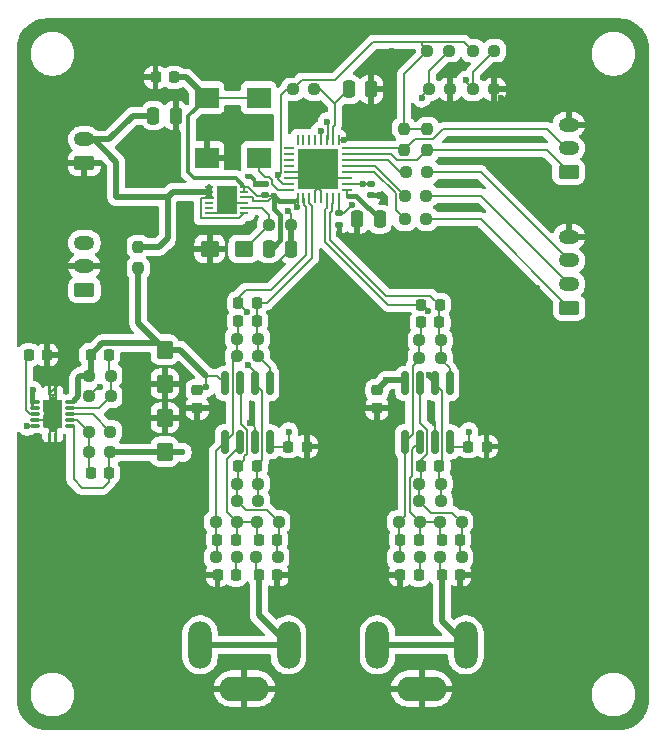
<source format=gbr>
%TF.GenerationSoftware,KiCad,Pcbnew,9.0.7*%
%TF.CreationDate,2026-02-10T21:29:49-05:00*%
%TF.ProjectId,dac,6461632e-6b69-4636-9164-5f7063625858,rev?*%
%TF.SameCoordinates,Original*%
%TF.FileFunction,Copper,L1,Top*%
%TF.FilePolarity,Positive*%
%FSLAX46Y46*%
G04 Gerber Fmt 4.6, Leading zero omitted, Abs format (unit mm)*
G04 Created by KiCad (PCBNEW 9.0.7) date 2026-02-10 21:29:49*
%MOMM*%
%LPD*%
G01*
G04 APERTURE LIST*
G04 Aperture macros list*
%AMRoundRect*
0 Rectangle with rounded corners*
0 $1 Rounding radius*
0 $2 $3 $4 $5 $6 $7 $8 $9 X,Y pos of 4 corners*
0 Add a 4 corners polygon primitive as box body*
4,1,4,$2,$3,$4,$5,$6,$7,$8,$9,$2,$3,0*
0 Add four circle primitives for the rounded corners*
1,1,$1+$1,$2,$3*
1,1,$1+$1,$4,$5*
1,1,$1+$1,$6,$7*
1,1,$1+$1,$8,$9*
0 Add four rect primitives between the rounded corners*
20,1,$1+$1,$2,$3,$4,$5,0*
20,1,$1+$1,$4,$5,$6,$7,0*
20,1,$1+$1,$6,$7,$8,$9,0*
20,1,$1+$1,$8,$9,$2,$3,0*%
G04 Aperture macros list end*
%TA.AperFunction,ComponentPad*%
%ADD10O,1.750000X1.200000*%
%TD*%
%TA.AperFunction,ComponentPad*%
%ADD11RoundRect,0.250000X0.625000X-0.350000X0.625000X0.350000X-0.625000X0.350000X-0.625000X-0.350000X0*%
%TD*%
%TA.AperFunction,HeatsinkPad*%
%ADD12R,3.500000X3.500000*%
%TD*%
%TA.AperFunction,SMDPad,CuDef*%
%ADD13RoundRect,0.062500X0.375000X-0.062500X0.375000X0.062500X-0.375000X0.062500X-0.375000X-0.062500X0*%
%TD*%
%TA.AperFunction,SMDPad,CuDef*%
%ADD14RoundRect,0.062500X0.062500X-0.375000X0.062500X0.375000X-0.062500X0.375000X-0.062500X-0.375000X0*%
%TD*%
%TA.AperFunction,SMDPad,CuDef*%
%ADD15RoundRect,0.150000X0.150000X-0.825000X0.150000X0.825000X-0.150000X0.825000X-0.150000X-0.825000X0*%
%TD*%
%TA.AperFunction,SMDPad,CuDef*%
%ADD16RoundRect,0.225000X-0.225000X-0.250000X0.225000X-0.250000X0.225000X0.250000X-0.225000X0.250000X0*%
%TD*%
%TA.AperFunction,SMDPad,CuDef*%
%ADD17RoundRect,0.237500X0.250000X0.237500X-0.250000X0.237500X-0.250000X-0.237500X0.250000X-0.237500X0*%
%TD*%
%TA.AperFunction,SMDPad,CuDef*%
%ADD18RoundRect,0.250000X0.545000X0.445000X-0.545000X0.445000X-0.545000X-0.445000X0.545000X-0.445000X0*%
%TD*%
%TA.AperFunction,SMDPad,CuDef*%
%ADD19RoundRect,0.237500X-0.237500X0.250000X-0.237500X-0.250000X0.237500X-0.250000X0.237500X0.250000X0*%
%TD*%
%TA.AperFunction,SMDPad,CuDef*%
%ADD20RoundRect,0.140000X0.170000X-0.140000X0.170000X0.140000X-0.170000X0.140000X-0.170000X-0.140000X0*%
%TD*%
%TA.AperFunction,SMDPad,CuDef*%
%ADD21RoundRect,0.225000X0.250000X-0.225000X0.250000X0.225000X-0.250000X0.225000X-0.250000X-0.225000X0*%
%TD*%
%TA.AperFunction,SMDPad,CuDef*%
%ADD22RoundRect,0.225000X0.225000X0.250000X-0.225000X0.250000X-0.225000X-0.250000X0.225000X-0.250000X0*%
%TD*%
%TA.AperFunction,SMDPad,CuDef*%
%ADD23RoundRect,0.237500X-0.250000X-0.237500X0.250000X-0.237500X0.250000X0.237500X-0.250000X0.237500X0*%
%TD*%
%TA.AperFunction,SMDPad,CuDef*%
%ADD24RoundRect,0.140000X-0.170000X0.140000X-0.170000X-0.140000X0.170000X-0.140000X0.170000X0.140000X0*%
%TD*%
%TA.AperFunction,SMDPad,CuDef*%
%ADD25R,0.800000X0.250000*%
%TD*%
%TA.AperFunction,SMDPad,CuDef*%
%ADD26R,1.750000X2.480000*%
%TD*%
%TA.AperFunction,SMDPad,CuDef*%
%ADD27R,2.000000X1.800000*%
%TD*%
%TA.AperFunction,SMDPad,CuDef*%
%ADD28R,0.280000X0.280000*%
%TD*%
%TA.AperFunction,SMDPad,CuDef*%
%ADD29O,0.850000X0.280000*%
%TD*%
%TA.AperFunction,ComponentPad*%
%ADD30C,0.600000*%
%TD*%
%TA.AperFunction,SMDPad,CuDef*%
%ADD31R,0.680000X1.050000*%
%TD*%
%TA.AperFunction,SMDPad,CuDef*%
%ADD32R,0.260000X0.500000*%
%TD*%
%TA.AperFunction,SMDPad,CuDef*%
%ADD33R,0.280000X0.700000*%
%TD*%
%TA.AperFunction,SMDPad,CuDef*%
%ADD34R,1.650000X2.400000*%
%TD*%
%TA.AperFunction,SMDPad,CuDef*%
%ADD35RoundRect,0.250000X-0.445000X0.545000X-0.445000X-0.545000X0.445000X-0.545000X0.445000X0.545000X0*%
%TD*%
%TA.AperFunction,SMDPad,CuDef*%
%ADD36RoundRect,0.250000X-0.250000X-0.475000X0.250000X-0.475000X0.250000X0.475000X-0.250000X0.475000X0*%
%TD*%
%TA.AperFunction,SMDPad,CuDef*%
%ADD37RoundRect,0.250000X0.250000X0.475000X-0.250000X0.475000X-0.250000X-0.475000X0.250000X-0.475000X0*%
%TD*%
%TA.AperFunction,ComponentPad*%
%ADD38O,4.200000X2.100000*%
%TD*%
%TA.AperFunction,ComponentPad*%
%ADD39O,2.000000X4.000000*%
%TD*%
%TA.AperFunction,SMDPad,CuDef*%
%ADD40RoundRect,0.237500X0.237500X-0.250000X0.237500X0.250000X-0.237500X0.250000X-0.237500X-0.250000X0*%
%TD*%
%TA.AperFunction,ViaPad*%
%ADD41C,0.600000*%
%TD*%
%TA.AperFunction,Conductor*%
%ADD42C,0.200000*%
%TD*%
%TA.AperFunction,Conductor*%
%ADD43C,0.500000*%
%TD*%
%TA.AperFunction,Conductor*%
%ADD44C,0.400000*%
%TD*%
%TA.AperFunction,Conductor*%
%ADD45C,0.300000*%
%TD*%
G04 APERTURE END LIST*
D10*
%TO.P,J3,3,Pin_3*%
%TO.N,/+15V*%
X108700000Y-94250000D03*
%TO.P,J3,2,Pin_2*%
%TO.N,GND*%
X108700000Y-96250000D03*
D11*
%TO.P,J3,1,Pin_1*%
%TO.N,/-15V*%
X108700000Y-98250000D03*
%TD*%
D12*
%TO.P,U1,33,PAD*%
%TO.N,GND*%
X128500000Y-88000000D03*
D13*
%TO.P,U1,32,MCLK*%
%TO.N,Net-(U1-MCLK)*%
X126062500Y-89750000D03*
%TO.P,U1,31,VCCA*%
%TO.N,+3.3V*%
X126062500Y-89250000D03*
%TO.P,U1,30,GND*%
%TO.N,GND*%
X126062500Y-88750000D03*
%TO.P,U1,29,MODE*%
X126062500Y-88250000D03*
%TO.P,U1,28,GPIO8*%
%TO.N,unconnected-(U1-GPIO8-Pad28)*%
X126062500Y-87750000D03*
%TO.P,U1,27,GPIO7*%
%TO.N,unconnected-(U1-GPIO7-Pad27)*%
X126062500Y-87250000D03*
%TO.P,U1,26,GPIO6*%
%TO.N,unconnected-(U1-GPIO6-Pad26)*%
X126062500Y-86750000D03*
%TO.P,U1,25,GPIO5*%
%TO.N,unconnected-(U1-GPIO5-Pad25)*%
X126062500Y-86250000D03*
D14*
%TO.P,U1,24,GPIO4*%
%TO.N,unconnected-(U1-GPIO4-Pad24)*%
X126750000Y-85562500D03*
%TO.P,U1,23,GPIO3*%
%TO.N,unconnected-(U1-GPIO3-Pad23)*%
X127250000Y-85562500D03*
%TO.P,U1,22,GPIO2*%
%TO.N,unconnected-(U1-GPIO2-Pad22)*%
X127750000Y-85562500D03*
%TO.P,U1,21,GPIO1*%
%TO.N,unconnected-(U1-GPIO1-Pad21)*%
X128250000Y-85562500D03*
%TO.P,U1,20,ADDR0*%
%TO.N,Net-(U1-ADDR0)*%
X128750000Y-85562500D03*
%TO.P,U1,19,ADDR1*%
%TO.N,Net-(U1-ADDR1)*%
X129250000Y-85562500D03*
%TO.P,U1,18,CHIP_EN*%
%TO.N,Net-(U1-CHIP_EN)*%
X129750000Y-85562500D03*
%TO.P,U1,17,RT1*%
%TO.N,GND*%
X130250000Y-85562500D03*
D13*
%TO.P,U1,16,SCA*%
%TO.N,/SCA*%
X130937500Y-86250000D03*
%TO.P,U1,15,SCL*%
%TO.N,/SCL*%
X130937500Y-86750000D03*
%TO.P,U1,14,DATA2*%
%TO.N,Net-(U1-DATA2)*%
X130937500Y-87250000D03*
%TO.P,U1,13,DATA1*%
%TO.N,Net-(U1-DATA1)*%
X130937500Y-87750000D03*
%TO.P,U1,12,DATA_CLK*%
%TO.N,Net-(U1-DATA_CLK)*%
X130937500Y-88250000D03*
%TO.P,U1,11,GND*%
%TO.N,GND*%
X130937500Y-88750000D03*
%TO.P,U1,10,AVDD*%
%TO.N,+3.3V*%
X130937500Y-89250000D03*
%TO.P,U1,9,DVDD*%
%TO.N,Net-(U1-DVDD)*%
X130937500Y-89750000D03*
D14*
%TO.P,U1,8,AVCC_DAC2*%
%TO.N,+3.3V*%
X130250000Y-90437500D03*
%TO.P,U1,7,DAC2*%
%TO.N,DAC2*%
X129750000Y-90437500D03*
%TO.P,U1,6,DAC2B*%
%TO.N,DAC2B*%
X129250000Y-90437500D03*
%TO.P,U1,5,AGND_DAC2*%
%TO.N,GND*%
X128750000Y-90437500D03*
%TO.P,U1,4,AGND_DAC1*%
X128250000Y-90437500D03*
%TO.P,U1,3,DAC1*%
%TO.N,DAC1*%
X127750000Y-90437500D03*
%TO.P,U1,2,DAC1B*%
%TO.N,DAC1B*%
X127250000Y-90437500D03*
%TO.P,U1,1,AVCC_DAC1*%
%TO.N,+3.3V*%
X126750000Y-90437500D03*
%TD*%
D15*
%TO.P,U2,8,V+*%
%TO.N,+12V*%
X120595000Y-106162500D03*
%TO.P,U2,7*%
%TO.N,Net-(C10-Pad2)*%
X121865000Y-106162500D03*
%TO.P,U2,6,-*%
%TO.N,DAC1B*%
X123135000Y-106162500D03*
%TO.P,U2,5,+*%
%TO.N,DAC1*%
X124405000Y-106162500D03*
%TO.P,U2,4,V-*%
%TO.N,-12V*%
X124405000Y-111112500D03*
%TO.P,U2,3,+*%
%TO.N,GND*%
X123135000Y-111112500D03*
%TO.P,U2,2,-*%
%TO.N,Net-(U2A--)*%
X121865000Y-111112500D03*
%TO.P,U2,1*%
%TO.N,Net-(C12-Pad2)*%
X120595000Y-111112500D03*
%TD*%
D16*
%TO.P,C31,2*%
%TO.N,GND*%
X105525000Y-103750000D03*
%TO.P,C31,1*%
%TO.N,Net-(U5-NR{slash}SS)*%
X103975000Y-103750000D03*
%TD*%
D11*
%TO.P,J4,1,Pin_1*%
%TO.N,GND*%
X108700000Y-87500000D03*
D10*
%TO.P,J4,2,Pin_2*%
%TO.N,+5V*%
X108700000Y-85500000D03*
%TD*%
D16*
%TO.P,C28,1*%
%TO.N,Net-(U5-FBN)*%
X109225000Y-113750000D03*
%TO.P,C28,2*%
%TO.N,-12V*%
X110775000Y-113750000D03*
%TD*%
D17*
%TO.P,R18,1*%
%TO.N,Net-(C10-Pad2)*%
X125075000Y-120887500D03*
%TO.P,R18,2*%
%TO.N,Net-(C15-Pad2)*%
X123250000Y-120887500D03*
%TD*%
D18*
%TO.P,C27,1*%
%TO.N,Net-(U4-SET)*%
X122190000Y-94750000D03*
%TO.P,C27,2*%
%TO.N,GND*%
X119310000Y-94750000D03*
%TD*%
D17*
%TO.P,R14,1*%
%TO.N,DAC1B*%
X123412500Y-116137500D03*
%TO.P,R14,2*%
%TO.N,Net-(C10-Pad2)*%
X121587500Y-116137500D03*
%TD*%
%TO.P,R12,1*%
%TO.N,DAC1*%
X123412500Y-102362500D03*
%TO.P,R12,2*%
%TO.N,Net-(C12-Pad2)*%
X121587500Y-102362500D03*
%TD*%
D16*
%TO.P,C14,1*%
%TO.N,GND*%
X119975000Y-122387500D03*
%TO.P,C14,2*%
%TO.N,Net-(C14-Pad2)*%
X121525000Y-122387500D03*
%TD*%
D19*
%TO.P,R9,1*%
%TO.N,+3.3V*%
X137750000Y-84587500D03*
%TO.P,R9,2*%
%TO.N,/SCL*%
X137750000Y-86412500D03*
%TD*%
D16*
%TO.P,C19,1*%
%TO.N,DAC2B*%
X137225000Y-99500000D03*
%TO.P,C19,2*%
%TO.N,DAC2*%
X138775000Y-99500000D03*
%TD*%
D17*
%TO.P,R20,1*%
%TO.N,DAC2*%
X138887500Y-102500000D03*
%TO.P,R20,2*%
%TO.N,Net-(C16-Pad2)*%
X137062500Y-102500000D03*
%TD*%
D16*
%TO.P,C11,1*%
%TO.N,DAC1B*%
X121725000Y-99362500D03*
%TO.P,C11,2*%
%TO.N,DAC1*%
X123275000Y-99362500D03*
%TD*%
D17*
%TO.P,R22,1*%
%TO.N,Net-(U3A--)*%
X137137500Y-117887500D03*
%TO.P,R22,2*%
%TO.N,Net-(C16-Pad2)*%
X135312500Y-117887500D03*
%TD*%
D20*
%TO.P,C32,1*%
%TO.N,+3.3V*%
X124000000Y-90210000D03*
%TO.P,C32,2*%
%TO.N,GND*%
X124000000Y-89250000D03*
%TD*%
D21*
%TO.P,C23,1*%
%TO.N,GND*%
X118250000Y-108275000D03*
%TO.P,C23,2*%
%TO.N,+12V*%
X118250000Y-106725000D03*
%TD*%
D22*
%TO.P,C10,1*%
%TO.N,DAC1B*%
X123275000Y-113137500D03*
%TO.P,C10,2*%
%TO.N,Net-(C10-Pad2)*%
X121725000Y-113137500D03*
%TD*%
D23*
%TO.P,R6,1*%
%TO.N,Net-(U1-DATA1)*%
X135837500Y-90250000D03*
%TO.P,R6,2*%
%TO.N,/WCLK*%
X137662500Y-90250000D03*
%TD*%
%TO.P,R30,1*%
%TO.N,Net-(U1-ADDR0)*%
X137837500Y-81250000D03*
%TO.P,R30,2*%
%TO.N,GND*%
X139662500Y-81250000D03*
%TD*%
D24*
%TO.P,C7,1*%
%TO.N,+3.3V*%
X130250000Y-91770000D03*
%TO.P,C7,2*%
%TO.N,GND*%
X130250000Y-92730000D03*
%TD*%
D22*
%TO.P,C9,1*%
%TO.N,DAC1*%
X123275000Y-100862500D03*
%TO.P,C9,2*%
%TO.N,Net-(C12-Pad2)*%
X121725000Y-100862500D03*
%TD*%
D11*
%TO.P,J2,1,Pin_1*%
%TO.N,/BCLK*%
X149750000Y-99750000D03*
D10*
%TO.P,J2,2,Pin_2*%
%TO.N,/WCLK*%
X149750000Y-97750000D03*
%TO.P,J2,3,Pin_3*%
%TO.N,/DATA*%
X149750000Y-95750000D03*
%TO.P,J2,4,Pin_4*%
%TO.N,GND*%
X149750000Y-93750000D03*
%TD*%
D11*
%TO.P,J1,1,Pin_1*%
%TO.N,/SCL*%
X149700000Y-88250000D03*
D10*
%TO.P,J1,2,Pin_2*%
%TO.N,/SCA*%
X149700000Y-86250000D03*
%TO.P,J1,3,Pin_3*%
%TO.N,GND*%
X149700000Y-84250000D03*
%TD*%
D22*
%TO.P,C12,1*%
%TO.N,Net-(U2A--)*%
X121500000Y-119387500D03*
%TO.P,C12,2*%
%TO.N,Net-(C12-Pad2)*%
X119950000Y-119387500D03*
%TD*%
%TO.P,C5,1*%
%TO.N,+3.3V*%
X116275000Y-80250000D03*
%TO.P,C5,2*%
%TO.N,GND*%
X114725000Y-80250000D03*
%TD*%
D23*
%TO.P,R27,1*%
%TO.N,Net-(U5-FBN)*%
X109087500Y-110240000D03*
%TO.P,R27,2*%
%TO.N,Net-(U5-BUF)*%
X110912500Y-110240000D03*
%TD*%
%TO.P,R2,1*%
%TO.N,Net-(U4-SET)*%
X124337500Y-92750000D03*
%TO.P,R2,2*%
%TO.N,GND*%
X126162500Y-92750000D03*
%TD*%
D25*
%TO.P,U4,1,IN_1*%
%TO.N,+5V*%
X119250000Y-89500000D03*
%TO.P,U4,2,IN_2*%
X119250000Y-89950000D03*
%TO.P,U4,3,EN/UV*%
X119250000Y-90400000D03*
%TO.P,U4,4,DNC*%
%TO.N,unconnected-(U4-DNC-Pad4)*%
X119250000Y-90850000D03*
%TO.P,U4,5,PG*%
%TO.N,unconnected-(U4-PG-Pad5)*%
X119250000Y-91300000D03*
%TO.P,U4,6,ILIM*%
%TO.N,GND*%
X119250000Y-91750000D03*
%TO.P,U4,7,PGFB*%
%TO.N,+5V*%
X122250000Y-91750000D03*
%TO.P,U4,8,SET*%
%TO.N,Net-(U4-SET)*%
X122250000Y-91300000D03*
%TO.P,U4,9,GND_1*%
%TO.N,GND*%
X122250000Y-90850000D03*
%TO.P,U4,10,OUTS*%
%TO.N,+3.3V*%
X122250000Y-90400000D03*
%TO.P,U4,11,OUT_1*%
X122250000Y-89950000D03*
%TO.P,U4,12,OUT_2*%
X122250000Y-89500000D03*
D26*
%TO.P,U4,13,GND_2*%
%TO.N,GND*%
X120750000Y-90625000D03*
%TD*%
D23*
%TO.P,R10,1*%
%TO.N,+3.3V*%
X126337500Y-81250000D03*
%TO.P,R10,2*%
%TO.N,Net-(U1-CHIP_EN)*%
X128162500Y-81250000D03*
%TD*%
D27*
%TO.P,Y1,1,OE*%
%TO.N,+3.3V*%
X119050000Y-81960000D03*
%TO.P,Y1,2,GND*%
%TO.N,GND*%
X119050000Y-87040000D03*
%TO.P,Y1,3,OUT*%
%TO.N,Net-(U1-MCLK)*%
X123450000Y-87040000D03*
%TO.P,Y1,4,VDD*%
%TO.N,+3.3V*%
X123450000Y-81960000D03*
%TD*%
D22*
%TO.P,C16,1*%
%TO.N,DAC2*%
X138750000Y-101000000D03*
%TO.P,C16,2*%
%TO.N,Net-(C16-Pad2)*%
X137200000Y-101000000D03*
%TD*%
D28*
%TO.P,U5,1,INP*%
%TO.N,/+15V*%
X104265000Y-107740000D03*
D29*
X104550000Y-107740000D03*
D28*
%TO.P,U5,2,EN*%
X104265000Y-108240000D03*
D29*
X104550000Y-108240000D03*
D28*
%TO.P,U5,3,NR/SS*%
%TO.N,Net-(U5-NR{slash}SS)*%
X104265000Y-108740000D03*
D29*
X104550000Y-108740000D03*
D28*
%TO.P,U5,4,GND*%
%TO.N,GND*%
X104265000Y-109240000D03*
D29*
X104550000Y-109240000D03*
D28*
%TO.P,U5,5,INN*%
%TO.N,/-15V*%
X104265000Y-109740000D03*
D29*
X104550000Y-109740000D03*
%TO.P,U5,6,OUTN*%
%TO.N,-12V*%
X107500000Y-109740000D03*
D28*
X107785000Y-109740000D03*
D29*
%TO.P,U5,7,FBN*%
%TO.N,Net-(U5-FBN)*%
X107500000Y-109240000D03*
D28*
X107785000Y-109240000D03*
D29*
%TO.P,U5,8,BUF*%
%TO.N,Net-(U5-BUF)*%
X107500000Y-108740000D03*
D28*
X107785000Y-108740000D03*
D29*
%TO.P,U5,9,FBP*%
%TO.N,Net-(U5-FBP)*%
X107500000Y-108240000D03*
D28*
X107785000Y-108240000D03*
D29*
%TO.P,U5,10,OUTP*%
%TO.N,+12V*%
X107500000Y-107740000D03*
D28*
X107785000Y-107740000D03*
D30*
%TO.P,U5,11,GND*%
%TO.N,GND*%
X105525000Y-107990000D03*
X105525000Y-109490000D03*
D31*
X105575000Y-108105000D03*
X105575000Y-109375000D03*
D32*
X105775000Y-107110000D03*
D33*
X105775000Y-107190000D03*
X105775000Y-110290000D03*
D32*
X105775000Y-110370000D03*
D30*
X106025000Y-108740000D03*
D34*
X106025000Y-108740000D03*
D32*
X106275000Y-107110000D03*
D33*
X106275000Y-107190000D03*
X106275000Y-110290000D03*
D32*
X106275000Y-110370000D03*
D31*
X106475000Y-108105000D03*
X106475000Y-109375000D03*
D30*
X106525000Y-107990000D03*
X106525000Y-109490000D03*
%TD*%
D17*
%TO.P,R19,1*%
%TO.N,DAC2*%
X138887500Y-104000000D03*
%TO.P,R19,2*%
%TO.N,Net-(C16-Pad2)*%
X137062500Y-104000000D03*
%TD*%
D22*
%TO.P,C15,1*%
%TO.N,GND*%
X125025000Y-122387500D03*
%TO.P,C15,2*%
%TO.N,Net-(C15-Pad2)*%
X123475000Y-122387500D03*
%TD*%
D35*
%TO.P,C29,1*%
%TO.N,+12V*%
X115500000Y-103310000D03*
%TO.P,C29,2*%
%TO.N,GND*%
X115500000Y-106190000D03*
%TD*%
D19*
%TO.P,R8,1*%
%TO.N,+3.3V*%
X135750000Y-84587500D03*
%TO.P,R8,2*%
%TO.N,/SCA*%
X135750000Y-86412500D03*
%TD*%
D23*
%TO.P,R21,1*%
%TO.N,Net-(C16-Pad2)*%
X135312500Y-120887500D03*
%TO.P,R21,2*%
%TO.N,Net-(C17-Pad2)*%
X137137500Y-120887500D03*
%TD*%
D36*
%TO.P,C1,1*%
%TO.N,+5V*%
X114550000Y-83500000D03*
%TO.P,C1,2*%
%TO.N,GND*%
X116450000Y-83500000D03*
%TD*%
D16*
%TO.P,C17,1*%
%TO.N,GND*%
X135450000Y-122387500D03*
%TO.P,C17,2*%
%TO.N,Net-(C17-Pad2)*%
X137000000Y-122387500D03*
%TD*%
D17*
%TO.P,R23,1*%
%TO.N,Net-(C20-Pad1)*%
X140637500Y-117887500D03*
%TO.P,R23,2*%
%TO.N,Net-(U3A--)*%
X138812500Y-117887500D03*
%TD*%
D22*
%TO.P,C20,1*%
%TO.N,Net-(C20-Pad1)*%
X140500000Y-119387500D03*
%TO.P,C20,2*%
%TO.N,Net-(U3A--)*%
X138950000Y-119387500D03*
%TD*%
D23*
%TO.P,R1,1*%
%TO.N,+12V*%
X109112500Y-105490000D03*
%TO.P,R1,2*%
%TO.N,Net-(U5-FBP)*%
X110937500Y-105490000D03*
%TD*%
D37*
%TO.P,C6,1*%
%TO.N,Net-(U1-DVDD)*%
X133700000Y-92250000D03*
%TO.P,C6,2*%
%TO.N,GND*%
X131800000Y-92250000D03*
%TD*%
D23*
%TO.P,R17,1*%
%TO.N,Net-(C12-Pad2)*%
X119837500Y-120887500D03*
%TO.P,R17,2*%
%TO.N,Net-(C14-Pad2)*%
X121662500Y-120887500D03*
%TD*%
%TO.P,R7,1*%
%TO.N,Net-(U1-DATA2)*%
X135925000Y-88250000D03*
%TO.P,R7,2*%
%TO.N,/DATA*%
X137750000Y-88250000D03*
%TD*%
%TO.P,R3,1*%
%TO.N,GND*%
X109112500Y-107250000D03*
%TO.P,R3,2*%
%TO.N,Net-(U5-FBP)*%
X110937500Y-107250000D03*
%TD*%
D36*
%TO.P,C2,1*%
%TO.N,+3.3V*%
X124300000Y-94750000D03*
%TO.P,C2,2*%
%TO.N,GND*%
X126200000Y-94750000D03*
%TD*%
D17*
%TO.P,R13,1*%
%TO.N,DAC1B*%
X123412500Y-114637500D03*
%TO.P,R13,2*%
%TO.N,Net-(C10-Pad2)*%
X121587500Y-114637500D03*
%TD*%
D38*
%TO.P,J5,1_A*%
%TO.N,GND*%
X122250000Y-132000000D03*
%TO.P,J5,1_B*%
X137250000Y-132000000D03*
D39*
%TO.P,J5,2_A*%
%TO.N,Net-(C15-Pad2)*%
X118500000Y-128300000D03*
%TO.P,J5,2_B*%
%TO.N,Net-(C21-Pad2)*%
X133500000Y-128300000D03*
%TO.P,J5,3_A*%
%TO.N,Net-(C15-Pad2)*%
X126000000Y-128300000D03*
%TO.P,J5,3_B*%
%TO.N,Net-(C21-Pad2)*%
X141000000Y-128300000D03*
%TD*%
D16*
%TO.P,C24,1*%
%TO.N,-12V*%
X125975000Y-111500000D03*
%TO.P,C24,2*%
%TO.N,GND*%
X127525000Y-111500000D03*
%TD*%
D21*
%TO.P,C25,1*%
%TO.N,GND*%
X133475000Y-108275000D03*
%TO.P,C25,2*%
%TO.N,+12V*%
X133475000Y-106725000D03*
%TD*%
D36*
%TO.P,C8,1*%
%TO.N,Net-(U1-CHIP_EN)*%
X131100000Y-81250000D03*
%TO.P,C8,2*%
%TO.N,GND*%
X133000000Y-81250000D03*
%TD*%
D17*
%TO.P,R15,1*%
%TO.N,Net-(U2A--)*%
X121662500Y-117887500D03*
%TO.P,R15,2*%
%TO.N,Net-(C12-Pad2)*%
X119837500Y-117887500D03*
%TD*%
%TO.P,R25,1*%
%TO.N,DAC2B*%
X138887500Y-114637500D03*
%TO.P,R25,2*%
%TO.N,Net-(C20-Pad1)*%
X137062500Y-114637500D03*
%TD*%
D16*
%TO.P,C4,1*%
%TO.N,+12V*%
X109225000Y-103740000D03*
%TO.P,C4,2*%
%TO.N,Net-(U5-FBP)*%
X110775000Y-103740000D03*
%TD*%
D40*
%TO.P,R29,1*%
%TO.N,+12V*%
X113250000Y-96412500D03*
%TO.P,R29,2*%
%TO.N,+5V*%
X113250000Y-94587500D03*
%TD*%
D22*
%TO.P,C13,1*%
%TO.N,Net-(C10-Pad2)*%
X125000000Y-119387500D03*
%TO.P,C13,2*%
%TO.N,Net-(U2A--)*%
X123450000Y-119387500D03*
%TD*%
D23*
%TO.P,R32,1*%
%TO.N,+3.3V*%
X141587500Y-78000000D03*
%TO.P,R32,2*%
%TO.N,Net-(U1-ADDR1)*%
X143412500Y-78000000D03*
%TD*%
%TO.P,R5,1*%
%TO.N,Net-(U1-DATA_CLK)*%
X135837500Y-92250000D03*
%TO.P,R5,2*%
%TO.N,/BCLK*%
X137662500Y-92250000D03*
%TD*%
D22*
%TO.P,C22,1*%
%TO.N,DAC2B*%
X138750000Y-113137500D03*
%TO.P,C22,2*%
%TO.N,Net-(C20-Pad1)*%
X137200000Y-113137500D03*
%TD*%
D17*
%TO.P,R26,1*%
%TO.N,DAC2B*%
X138887500Y-116137500D03*
%TO.P,R26,2*%
%TO.N,Net-(C20-Pad1)*%
X137062500Y-116137500D03*
%TD*%
D16*
%TO.P,C26,1*%
%TO.N,-12V*%
X141200000Y-111500000D03*
%TO.P,C26,2*%
%TO.N,GND*%
X142750000Y-111500000D03*
%TD*%
D24*
%TO.P,C3,1*%
%TO.N,+3.3V*%
X133000000Y-89270000D03*
%TO.P,C3,2*%
%TO.N,GND*%
X133000000Y-90230000D03*
%TD*%
D22*
%TO.P,C21,1*%
%TO.N,GND*%
X140500000Y-122387500D03*
%TO.P,C21,2*%
%TO.N,Net-(C21-Pad2)*%
X138950000Y-122387500D03*
%TD*%
D17*
%TO.P,R11,1*%
%TO.N,DAC1*%
X123412500Y-103862500D03*
%TO.P,R11,2*%
%TO.N,Net-(C12-Pad2)*%
X121587500Y-103862500D03*
%TD*%
D15*
%TO.P,U3,1*%
%TO.N,Net-(C16-Pad2)*%
X135820000Y-111112500D03*
%TO.P,U3,2,-*%
%TO.N,Net-(U3A--)*%
X137090000Y-111112500D03*
%TO.P,U3,3,+*%
%TO.N,GND*%
X138360000Y-111112500D03*
%TO.P,U3,4,V-*%
%TO.N,-12V*%
X139630000Y-111112500D03*
%TO.P,U3,5,+*%
%TO.N,DAC2*%
X139630000Y-106162500D03*
%TO.P,U3,6,-*%
%TO.N,DAC2B*%
X138360000Y-106162500D03*
%TO.P,U3,7*%
%TO.N,Net-(C20-Pad1)*%
X137090000Y-106162500D03*
%TO.P,U3,8,V+*%
%TO.N,+12V*%
X135820000Y-106162500D03*
%TD*%
D22*
%TO.P,C18,1*%
%TO.N,Net-(U3A--)*%
X137000000Y-119387500D03*
%TO.P,C18,2*%
%TO.N,Net-(C16-Pad2)*%
X135450000Y-119387500D03*
%TD*%
D17*
%TO.P,R16,1*%
%TO.N,Net-(C10-Pad2)*%
X125162500Y-117887500D03*
%TO.P,R16,2*%
%TO.N,Net-(U2A--)*%
X123337500Y-117887500D03*
%TD*%
%TO.P,R24,1*%
%TO.N,Net-(C20-Pad1)*%
X140637500Y-120887500D03*
%TO.P,R24,2*%
%TO.N,Net-(C21-Pad2)*%
X138812500Y-120887500D03*
%TD*%
D23*
%TO.P,R28,1*%
%TO.N,+3.3V*%
X137750000Y-78000000D03*
%TO.P,R28,2*%
%TO.N,Net-(U1-ADDR0)*%
X139575000Y-78000000D03*
%TD*%
%TO.P,R31,1*%
%TO.N,Net-(U1-ADDR1)*%
X141587500Y-81250000D03*
%TO.P,R31,2*%
%TO.N,GND*%
X143412500Y-81250000D03*
%TD*%
%TO.P,R4,1*%
%TO.N,Net-(U5-FBN)*%
X109087500Y-111990000D03*
%TO.P,R4,2*%
%TO.N,-12V*%
X110912500Y-111990000D03*
%TD*%
D35*
%TO.P,C30,1*%
%TO.N,GND*%
X115500000Y-109060000D03*
%TO.P,C30,2*%
%TO.N,-12V*%
X115500000Y-111940000D03*
%TD*%
D41*
%TO.N,GND*%
X118750000Y-101000000D03*
X118750000Y-98081818D03*
X107000000Y-101750000D03*
%TO.N,/-15V*%
X103846055Y-109794960D03*
%TO.N,/+15V*%
X104350000Y-106750000D03*
%TO.N,GND*%
X104750000Y-105250000D03*
X104750000Y-101000000D03*
X131250000Y-127750000D03*
X126750000Y-101500000D03*
X110250000Y-80250000D03*
X113000000Y-88750000D03*
X144000000Y-82000000D03*
X111250000Y-127595455D03*
X104750000Y-86409091D03*
X150250000Y-118840910D03*
X150250000Y-133331818D03*
X136750000Y-95250000D03*
X153500000Y-86409091D03*
X126700000Y-113152273D03*
X123750000Y-97000000D03*
X108000000Y-118840910D03*
X131250000Y-116090910D03*
X120250000Y-91500000D03*
X131250000Y-121927273D03*
X147000000Y-89327273D03*
X147000000Y-118840910D03*
X126700000Y-116070455D03*
X120250000Y-85250000D03*
X141250000Y-91250000D03*
X111250000Y-130500000D03*
X153500000Y-104250000D03*
X133750000Y-101500000D03*
X143750000Y-113004546D03*
X104750000Y-92245455D03*
X117000000Y-94500000D03*
X104500000Y-97000000D03*
X122250000Y-83750000D03*
X110250000Y-78000000D03*
X143750000Y-107168182D03*
X106500000Y-112500000D03*
X143750000Y-95163637D03*
X131250000Y-113172728D03*
X114500000Y-118840910D03*
X131250000Y-133500000D03*
X104750000Y-121759091D03*
X112857143Y-78000000D03*
X123500000Y-80000000D03*
X153500000Y-89327273D03*
X147000000Y-130500000D03*
X129589285Y-78000000D03*
X134250000Y-95250000D03*
X120749998Y-90625000D03*
X133750000Y-104418182D03*
X143750000Y-130500000D03*
X115500000Y-87250000D03*
X131250000Y-119009091D03*
X153500000Y-83490909D03*
X108000000Y-115922728D03*
X118750000Y-80000000D03*
X141250000Y-89250000D03*
X148750000Y-78000000D03*
X153500000Y-107168182D03*
X147000000Y-98081819D03*
X131250000Y-98250000D03*
X104750000Y-124677273D03*
X143750000Y-115922728D03*
X143750000Y-101000000D03*
X146589285Y-78000000D03*
X153500000Y-124677273D03*
X112250000Y-98081818D03*
X131250000Y-101500000D03*
X127250000Y-87000000D03*
X108000000Y-127595455D03*
X147000000Y-113004546D03*
X108000000Y-121759091D03*
X141250000Y-95250000D03*
X150250000Y-127595455D03*
X133750000Y-90250000D03*
X133750000Y-118988636D03*
X153500000Y-118840910D03*
X106750000Y-106000000D03*
X150250000Y-107168182D03*
X143750000Y-124677273D03*
X153500000Y-101000000D03*
X115500000Y-101000000D03*
X134704605Y-85376156D03*
X120250000Y-83750000D03*
X126700000Y-124825000D03*
X150250000Y-115922728D03*
X111250000Y-118840910D03*
X143750000Y-127595455D03*
X104750000Y-112500000D03*
X129000000Y-124845455D03*
X147000000Y-101000000D03*
X147000000Y-133331818D03*
X129000000Y-113172728D03*
X129000000Y-98250000D03*
X143750000Y-133331818D03*
X153500000Y-115922728D03*
X134785714Y-78000000D03*
X114500000Y-121759091D03*
X117750000Y-124750000D03*
X153500000Y-113004546D03*
X114500000Y-115922728D03*
X115000000Y-78000000D03*
X129000000Y-107336364D03*
X129000000Y-130581818D03*
X129750000Y-87000000D03*
X115500000Y-85750000D03*
X143750000Y-110086364D03*
X121250000Y-89750000D03*
X117785714Y-78000000D03*
X129000000Y-133500000D03*
X120232143Y-78000000D03*
X115500000Y-88750000D03*
X122375000Y-78000000D03*
X143750000Y-104250000D03*
X121250000Y-87000000D03*
X129000000Y-121927273D03*
X108000000Y-124677273D03*
X150250000Y-113004546D03*
X126700000Y-118988636D03*
X153500000Y-98081819D03*
X104750000Y-127595455D03*
X104750000Y-118840910D03*
X153500000Y-121759091D03*
X153500000Y-95163637D03*
X129000000Y-119009091D03*
X121250000Y-97000000D03*
X147000000Y-107168182D03*
X114500000Y-130500000D03*
X117750000Y-121831818D03*
X147000000Y-110086364D03*
X111250000Y-124677273D03*
X134785714Y-80000000D03*
X122750000Y-109500000D03*
X147000000Y-124677273D03*
X112750000Y-80250000D03*
X120250000Y-89750000D03*
X127250000Y-84000000D03*
X147000000Y-121759091D03*
X133750000Y-113152273D03*
X113000000Y-85750000D03*
X129000000Y-116090910D03*
X122250000Y-85250000D03*
X143750000Y-98081819D03*
X121250000Y-80000000D03*
X111250000Y-133331818D03*
X111250000Y-121759091D03*
X104750000Y-89327273D03*
X138000000Y-109000000D03*
X112250000Y-101000000D03*
X115500000Y-98081818D03*
X143750000Y-121759091D03*
X131250000Y-124845455D03*
X104750000Y-83490909D03*
X141250000Y-98081819D03*
X114500000Y-127595455D03*
X125931844Y-91521694D03*
X114500000Y-124677273D03*
X153500000Y-92245455D03*
X143750000Y-118840910D03*
X130723990Y-85575000D03*
X143000000Y-85500000D03*
X146589285Y-80000000D03*
X150250000Y-104250000D03*
X150250000Y-124677273D03*
X117750000Y-118913637D03*
X147000000Y-127595455D03*
X114500000Y-133331818D03*
X130250000Y-93500000D03*
X129000000Y-127750000D03*
X153500000Y-110086364D03*
X153500000Y-127595455D03*
X126700000Y-121906818D03*
X133750000Y-121906818D03*
X131250000Y-107336364D03*
X147000000Y-115922728D03*
X131250000Y-104418182D03*
X133750000Y-116070455D03*
X139000000Y-95250000D03*
X150250000Y-130500000D03*
X127250000Y-89250000D03*
X131250000Y-130581818D03*
X124839285Y-78000000D03*
X126750000Y-104418182D03*
X113000000Y-87250000D03*
X110000000Y-106500000D03*
X129000000Y-104418182D03*
X129000000Y-101500000D03*
X147000000Y-104250000D03*
X150250000Y-110086364D03*
X148750000Y-80000000D03*
X129000000Y-95331818D03*
X111250000Y-115922728D03*
X133750000Y-124825000D03*
X134785714Y-82000000D03*
X104750000Y-115922728D03*
X126750000Y-98250000D03*
X112000000Y-92500000D03*
X123250000Y-89250000D03*
X150250000Y-121759091D03*
X121250000Y-91500000D03*
X146500000Y-82000000D03*
X129750000Y-89250000D03*
X127000000Y-78000000D03*
%TO.N,DAC2B*%
X137890000Y-105444283D03*
X137783862Y-100007997D03*
%TO.N,+3.3V*%
X132250000Y-89250000D03*
X125091263Y-88545895D03*
X126741805Y-91263879D03*
X124717491Y-90302438D03*
X131392322Y-91023694D03*
%TO.N,DAC1B*%
X122499999Y-100134651D03*
X122515288Y-104565472D03*
%TO.N,+12V*%
X134250000Y-105887502D03*
X119000000Y-106500000D03*
%TO.N,-12V*%
X141250000Y-110250000D03*
X126000000Y-110250000D03*
X117000000Y-112000000D03*
%TO.N,Net-(U1-ADDR0)*%
X128699000Y-84756223D03*
X137250000Y-82000000D03*
%TO.N,Net-(U1-ADDR1)*%
X141000000Y-80500000D03*
X129250000Y-84000000D03*
%TD*%
D42*
%TO.N,+5V*%
X119574000Y-90400000D02*
X119250000Y-90400000D01*
X118549000Y-90424000D02*
X119574000Y-90424000D01*
X118549000Y-92176000D02*
X118549000Y-90424000D01*
X119574000Y-90424000D02*
X119574000Y-90400000D01*
X121834000Y-92166000D02*
X119951000Y-92166000D01*
X119951000Y-92166000D02*
X119951000Y-92176000D01*
X119951000Y-92176000D02*
X118549000Y-92176000D01*
X122250000Y-91750000D02*
X121834000Y-92166000D01*
D43*
%TO.N,+12V*%
X113250000Y-101060000D02*
X113250000Y-96412500D01*
X115500000Y-103310000D02*
X113250000Y-101060000D01*
X110215000Y-102750000D02*
X114940000Y-102750000D01*
X109225000Y-103740000D02*
X110215000Y-102750000D01*
X114940000Y-102750000D02*
X115500000Y-103310000D01*
X116835000Y-103310000D02*
X119025000Y-105500000D01*
X115500000Y-103310000D02*
X116835000Y-103310000D01*
D42*
%TO.N,/-15V*%
X103901015Y-109740000D02*
X103846055Y-109794960D01*
X104265000Y-109740000D02*
X103901015Y-109740000D01*
D44*
%TO.N,/+15V*%
X104265000Y-106835000D02*
X104350000Y-106750000D01*
X104265000Y-107740000D02*
X104265000Y-106835000D01*
D42*
X104350000Y-106750000D02*
X104350000Y-108155000D01*
X104350000Y-108155000D02*
X104265000Y-108240000D01*
D43*
%TO.N,+12V*%
X108174000Y-107260000D02*
X107785000Y-107649000D01*
X108174000Y-105678500D02*
X108174000Y-107260000D01*
X108362500Y-105490000D02*
X108174000Y-105678500D01*
X109112500Y-105490000D02*
X108362500Y-105490000D01*
D42*
%TO.N,GND*%
X106275000Y-107110000D02*
X105775000Y-107110000D01*
%TO.N,/+15V*%
X104265000Y-108240000D02*
X104265000Y-107740000D01*
%TO.N,Net-(U1-DVDD)*%
X130937500Y-90187500D02*
X131000000Y-90250000D01*
X130937500Y-89750000D02*
X130937500Y-90187500D01*
D44*
X131700000Y-90250000D02*
X131000000Y-90250000D01*
X133700000Y-92250000D02*
X131700000Y-90250000D01*
D45*
%TO.N,+3.3V*%
X117500000Y-83510000D02*
X119050000Y-81960000D01*
X117500000Y-88250000D02*
X117500000Y-83510000D01*
X118000000Y-88750000D02*
X117500000Y-88250000D01*
X121500000Y-88750000D02*
X118000000Y-88750000D01*
X122250000Y-89500000D02*
X121500000Y-88750000D01*
D42*
X123000000Y-90750000D02*
X124269929Y-90750000D01*
X122250000Y-90400000D02*
X122927000Y-90400000D01*
X123000000Y-90473000D02*
X123000000Y-90750000D01*
X124269929Y-90750000D02*
X124717491Y-90302438D01*
D44*
X125250000Y-91900511D02*
X124717491Y-91368002D01*
X125250000Y-94050000D02*
X125250000Y-91900511D01*
D42*
%TO.N,GND*%
X126162500Y-91752350D02*
X125931844Y-91521694D01*
X126162500Y-92750000D02*
X126162500Y-91752350D01*
%TO.N,DAC1B*%
X121725000Y-98887500D02*
X121725000Y-99362500D01*
X122362500Y-98250000D02*
X121725000Y-98887500D01*
X127500000Y-91207898D02*
X127500000Y-95250000D01*
D44*
%TO.N,+3.3V*%
X124717491Y-91368002D02*
X124717491Y-90302436D01*
D42*
%TO.N,DAC1B*%
X127324000Y-91031898D02*
X127500000Y-91207898D01*
D44*
%TO.N,+3.3V*%
X124550000Y-94750000D02*
X125250000Y-94050000D01*
D42*
%TO.N,DAC1B*%
X127324000Y-90511500D02*
X127324000Y-91031898D01*
%TO.N,+3.3V*%
X124665055Y-90250000D02*
X124717491Y-90302436D01*
X123275000Y-90250000D02*
X124665055Y-90250000D01*
X122525000Y-89500000D02*
X123275000Y-90250000D01*
D44*
X125165055Y-90750000D02*
X124717491Y-90302436D01*
D42*
%TO.N,DAC1B*%
X124500000Y-98250000D02*
X122362500Y-98250000D01*
D44*
%TO.N,+3.3V*%
X126437500Y-90750000D02*
X125165055Y-90750000D01*
D42*
X126750000Y-90437500D02*
X126750000Y-91255684D01*
%TO.N,DAC1B*%
X127250000Y-90437500D02*
X127324000Y-90511500D01*
X127500000Y-95250000D02*
X124500000Y-98250000D01*
%TO.N,+3.3V*%
X126750000Y-91255684D02*
X126741805Y-91263879D01*
X122250000Y-89500000D02*
X122525000Y-89500000D01*
%TO.N,Net-(U5-NR{slash}SS)*%
X104055686Y-108740000D02*
X104265000Y-108740000D01*
X103750000Y-108434314D02*
X104055686Y-108740000D01*
X103975000Y-103750000D02*
X103750000Y-103975000D01*
%TO.N,GND*%
X131750000Y-93500000D02*
X131750000Y-92300000D01*
X105775000Y-107110000D02*
X105775000Y-106975000D01*
X104550000Y-109240000D02*
X105440000Y-109240000D01*
X126250000Y-94550000D02*
X126450000Y-94750000D01*
X138360000Y-111112500D02*
X138360000Y-109360000D01*
X106275000Y-106475000D02*
X106750000Y-106000000D01*
X130250000Y-92730000D02*
X130250000Y-93500000D01*
X130250000Y-85562500D02*
X130711490Y-85562500D01*
X129975000Y-88750000D02*
X129975000Y-88219634D01*
X133750000Y-90250000D02*
X133020000Y-90250000D01*
X130711490Y-85562500D02*
X130723990Y-85575000D01*
X138360000Y-109360000D02*
X138000000Y-109000000D01*
X128250000Y-90437500D02*
X128250000Y-89880000D01*
X122750000Y-109500000D02*
X123135000Y-109885000D01*
X126062500Y-88750000D02*
X127749998Y-88750000D01*
X122250000Y-90850000D02*
X120975000Y-90850000D01*
X109862500Y-106500000D02*
X109112500Y-107250000D01*
X126162500Y-92750000D02*
X126250000Y-92837500D01*
X126062500Y-88250000D02*
X128250000Y-88250000D01*
X105440000Y-109240000D02*
X105575000Y-109375000D01*
X120975000Y-90850000D02*
X120750000Y-90625000D01*
D43*
X124000000Y-89250000D02*
X123250000Y-89250000D01*
D42*
X110000000Y-106500000D02*
X109862500Y-106500000D01*
X130937500Y-88750000D02*
X129975000Y-88750000D01*
X119250000Y-91750000D02*
X120000000Y-91750000D01*
X130250000Y-93500000D02*
X131750000Y-93500000D01*
X133020000Y-90250000D02*
X133000000Y-90230000D01*
X128750000Y-89880000D02*
X128500000Y-89630000D01*
X126250000Y-92837500D02*
X126250000Y-94550000D01*
X119250000Y-91750000D02*
X120250000Y-91750000D01*
X120000000Y-91750000D02*
X120250000Y-91500000D01*
X126200000Y-94750000D02*
X123950000Y-97000000D01*
X128750000Y-90437500D02*
X128750000Y-89880000D01*
X128250000Y-88250000D02*
X128500000Y-88000000D01*
X123135000Y-109885000D02*
X123135000Y-111112500D01*
X128250000Y-89880000D02*
X128500000Y-89630000D01*
X128249998Y-88250000D02*
X128499998Y-88000000D01*
X131750000Y-92300000D02*
X131800000Y-92250000D01*
X123950000Y-97000000D02*
X123750000Y-97000000D01*
X105775000Y-106975000D02*
X106275000Y-106475000D01*
%TO.N,DAC1*%
X124405000Y-106162500D02*
X124405000Y-104855000D01*
X127824000Y-90964798D02*
X128000000Y-91140798D01*
X128000000Y-91140798D02*
X128000000Y-95500000D01*
X128000000Y-95500000D02*
X124137500Y-99362500D01*
X124137500Y-99362500D02*
X123275000Y-99362500D01*
X127824000Y-90939798D02*
X127824000Y-90964798D01*
X123412500Y-102362500D02*
X123412500Y-103862500D01*
X127750000Y-90865798D02*
X127824000Y-90939798D01*
X123275000Y-102225000D02*
X123412500Y-102362500D01*
X127750000Y-90437500D02*
X127750000Y-90865798D01*
X123275000Y-99362500D02*
X123275000Y-100862500D01*
X123275000Y-100862500D02*
X123275000Y-102225000D01*
X124405000Y-104855000D02*
X123412500Y-103862500D01*
%TO.N,DAC2B*%
X134434315Y-99500000D02*
X137225000Y-99500000D01*
X129100000Y-94165685D02*
X134434315Y-99500000D01*
X138750000Y-113137500D02*
X138750000Y-114500000D01*
X137890000Y-105692500D02*
X138360000Y-106162500D01*
X129250000Y-90437500D02*
X129250000Y-91266764D01*
X138360000Y-106162500D02*
X138961000Y-106763500D01*
X138961000Y-106763500D02*
X138961000Y-112876500D01*
X129250000Y-91266764D02*
X129100000Y-91416764D01*
X138887500Y-114637500D02*
X138887500Y-116137500D01*
X137890000Y-105444283D02*
X137890000Y-105692500D01*
X137915000Y-100010400D02*
X137391100Y-99486500D01*
X138750000Y-114500000D02*
X138887500Y-114637500D01*
X129100000Y-91416764D02*
X129100000Y-94165685D01*
%TO.N,DAC2*%
X138750000Y-99662500D02*
X138775000Y-99637500D01*
X129639000Y-91443450D02*
X129639000Y-91582239D01*
X138750000Y-101137500D02*
X138750000Y-99662500D01*
X138750000Y-102500000D02*
X138887500Y-102637500D01*
X129750000Y-90890798D02*
X129651000Y-90989798D01*
X138887500Y-102637500D02*
X138887500Y-104137500D01*
X129500000Y-91721239D02*
X129500000Y-93998585D01*
X129651000Y-90989798D02*
X129651000Y-91431450D01*
X139630000Y-104880000D02*
X139630000Y-106162500D01*
X129639000Y-91582239D02*
X129500000Y-91721239D01*
X134225415Y-98724000D02*
X137999000Y-98724000D01*
X129750000Y-90437500D02*
X129750000Y-90890798D01*
X138750000Y-101137500D02*
X138750000Y-102500000D01*
X129651000Y-91431450D02*
X129639000Y-91443450D01*
X129500000Y-93998585D02*
X134225415Y-98724000D01*
X137999000Y-98724000D02*
X138775000Y-99500000D01*
X138887500Y-104137500D02*
X139630000Y-104880000D01*
%TO.N,+3.3V*%
X137750000Y-77250000D02*
X137250000Y-77250000D01*
X125349000Y-87489798D02*
X125349000Y-87510202D01*
X135750000Y-84587500D02*
X137500000Y-84587500D01*
X133000000Y-89270000D02*
X132270000Y-89270000D01*
X125324000Y-87035202D02*
X125324000Y-87464798D01*
X126776000Y-90411500D02*
X126750000Y-90437500D01*
X137776000Y-77224000D02*
X140811500Y-77224000D01*
X130250000Y-91770000D02*
X130250000Y-90437500D01*
X126337500Y-81250000D02*
X127113500Y-80474000D01*
X125324000Y-86535202D02*
X125324000Y-86964798D01*
X137250000Y-77250000D02*
X137250000Y-77500000D01*
X140811500Y-77224000D02*
X141587500Y-78000000D01*
X127113500Y-80474000D02*
X129949000Y-80474000D01*
X130250000Y-90437500D02*
X130224000Y-90411500D01*
X125349000Y-87989798D02*
X125349000Y-88010202D01*
X132270000Y-89270000D02*
X132250000Y-89250000D01*
X123450000Y-81960000D02*
X119050000Y-81960000D01*
X137750000Y-78000000D02*
X135750000Y-80000000D01*
X130250000Y-91770000D02*
X130646016Y-91770000D01*
X133173000Y-77250000D02*
X129949000Y-80474000D01*
X132250000Y-89250000D02*
X130937500Y-89250000D01*
X122250000Y-89950000D02*
X122250000Y-89500000D01*
X125324000Y-86464798D02*
X125349000Y-86489798D01*
X125324000Y-81776000D02*
X125324000Y-86464798D01*
X126337500Y-81250000D02*
X125850000Y-81250000D01*
X137250000Y-77250000D02*
X133173000Y-77250000D01*
X125349000Y-87510202D02*
X125324000Y-87535202D01*
X125091263Y-88841263D02*
X125091263Y-88545895D01*
X125349000Y-86489798D02*
X125349000Y-86510202D01*
X125324000Y-87964798D02*
X125349000Y-87989798D01*
X125324000Y-88313158D02*
X125091263Y-88545895D01*
X137750000Y-77250000D02*
X137776000Y-77224000D01*
X125850000Y-81250000D02*
X125324000Y-81776000D01*
X125500000Y-89250000D02*
X125091263Y-88841263D01*
X125349000Y-86989798D02*
X125349000Y-87010202D01*
X126437500Y-90750000D02*
X126750000Y-90437500D01*
X125324000Y-88035202D02*
X125324000Y-88313158D01*
X125324000Y-87464798D02*
X125349000Y-87489798D01*
X125349000Y-87010202D02*
X125324000Y-87035202D01*
X125324000Y-87535202D02*
X125324000Y-87964798D01*
X130646016Y-91770000D02*
X131392322Y-91023694D01*
X137250000Y-77500000D02*
X137750000Y-78000000D01*
X130301000Y-90488500D02*
X130250000Y-90437500D01*
X122927000Y-90400000D02*
X123000000Y-90473000D01*
X125324000Y-86964798D02*
X125349000Y-86989798D01*
X135750000Y-80000000D02*
X135750000Y-84587500D01*
X125349000Y-86510202D02*
X125324000Y-86535202D01*
X126062500Y-89250000D02*
X125500000Y-89250000D01*
X125349000Y-88010202D02*
X125324000Y-88035202D01*
%TO.N,DAC1B*%
X123135000Y-105185184D02*
X122515288Y-104565472D01*
X123736000Y-106763500D02*
X123736000Y-112676500D01*
X123275000Y-113137500D02*
X123275000Y-114500000D01*
X123135000Y-106162500D02*
X123736000Y-106763500D01*
X121725000Y-99362500D02*
X121727848Y-99362500D01*
X123412500Y-114637500D02*
X123412500Y-116137500D01*
X123275000Y-114500000D02*
X123412500Y-114637500D01*
X121887500Y-99362500D02*
X121725000Y-99362500D01*
X123736000Y-112676500D02*
X123275000Y-113137500D01*
X123135000Y-106162500D02*
X123135000Y-105185184D01*
X121727848Y-99362500D02*
X122499999Y-100134651D01*
%TO.N,Net-(U1-MCLK)*%
X125060000Y-89750000D02*
X126062500Y-89750000D01*
X124611000Y-88923450D02*
X124611000Y-89301000D01*
X123450000Y-87040000D02*
X123450000Y-88140000D01*
X124611000Y-89301000D02*
X125060000Y-89750000D01*
X124356550Y-88669000D02*
X124611000Y-88923450D01*
X123979000Y-88669000D02*
X124356550Y-88669000D01*
X123450000Y-88140000D02*
X123979000Y-88669000D01*
%TO.N,Net-(U1-DATA_CLK)*%
X135049000Y-91461500D02*
X135837500Y-92250000D01*
X135049000Y-90049000D02*
X135049000Y-91461500D01*
X133250000Y-88250000D02*
X135049000Y-90049000D01*
X130937500Y-88250000D02*
X133250000Y-88250000D01*
%TO.N,Net-(U1-DATA2)*%
X135437500Y-88250000D02*
X135925000Y-88250000D01*
X134437500Y-87250000D02*
X135437500Y-88250000D01*
X130937500Y-87250000D02*
X134437500Y-87250000D01*
%TO.N,Net-(U1-DATA1)*%
X133337500Y-87750000D02*
X135837500Y-90250000D01*
X130937500Y-87750000D02*
X133337500Y-87750000D01*
D43*
%TO.N,Net-(U1-DVDD)*%
X133700000Y-92250000D02*
X133700000Y-92200000D01*
D42*
%TO.N,Net-(U1-CHIP_EN)*%
X129750000Y-84419239D02*
X129750000Y-85562500D01*
X128162500Y-81250000D02*
X128650000Y-81250000D01*
X129925000Y-82425000D02*
X129825000Y-82425000D01*
X128162500Y-81250000D02*
X128162500Y-81512500D01*
X129900000Y-84269239D02*
X129750000Y-84419239D01*
X131100000Y-81250000D02*
X129925000Y-82425000D01*
X129900000Y-82500000D02*
X129900000Y-84269239D01*
X129825000Y-82425000D02*
X129900000Y-82500000D01*
X128650000Y-81250000D02*
X129825000Y-82425000D01*
%TO.N,Net-(C12-Pad2)*%
X121264000Y-104186000D02*
X121264000Y-110443500D01*
X121725000Y-100862500D02*
X121725000Y-102225000D01*
X121587500Y-103862500D02*
X121264000Y-104186000D01*
X119837500Y-119275000D02*
X119950000Y-119387500D01*
X119950000Y-119387500D02*
X119950000Y-120775000D01*
X121264000Y-110443500D02*
X120595000Y-111112500D01*
X119837500Y-117887500D02*
X119837500Y-119275000D01*
X120595000Y-111112500D02*
X119837500Y-111870000D01*
X119837500Y-111870000D02*
X119837500Y-117887500D01*
X121587500Y-102362500D02*
X121587500Y-103862500D01*
X119950000Y-120775000D02*
X119837500Y-120887500D01*
X121725000Y-102225000D02*
X121587500Y-102362500D01*
%TO.N,Net-(C10-Pad2)*%
X121865000Y-106162500D02*
X122000000Y-106297500D01*
X125162500Y-119225000D02*
X125000000Y-119387500D01*
X125162500Y-117887500D02*
X125162500Y-119225000D01*
X122000000Y-109630532D02*
X122466000Y-110096532D01*
X122000000Y-106297500D02*
X122000000Y-109630532D01*
X125075000Y-120887500D02*
X124975000Y-120887500D01*
X122250000Y-112344468D02*
X122250000Y-112612500D01*
X121725000Y-114500000D02*
X121587500Y-114637500D01*
X122250000Y-112612500D02*
X121725000Y-113137500D01*
X122466000Y-110096532D02*
X122466000Y-112128468D01*
X122466000Y-112128468D02*
X122250000Y-112344468D01*
X122363500Y-116913500D02*
X124188500Y-116913500D01*
X121587500Y-116137500D02*
X122363500Y-116913500D01*
X125000000Y-120812500D02*
X125075000Y-120887500D01*
X124188500Y-116913500D02*
X125162500Y-117887500D01*
X125000000Y-119387500D02*
X125000000Y-120812500D01*
X121587500Y-114637500D02*
X121587500Y-116137500D01*
X121725000Y-113137500D02*
X121725000Y-114500000D01*
%TO.N,Net-(U2A--)*%
X121865000Y-111112500D02*
X121865000Y-111459468D01*
X121662500Y-117887500D02*
X123337500Y-117887500D01*
X120799000Y-117024000D02*
X121662500Y-117887500D01*
X123337500Y-119275000D02*
X123450000Y-119387500D01*
X120799000Y-112525468D02*
X120799000Y-117024000D01*
X121662500Y-119225000D02*
X121500000Y-119387500D01*
X123337500Y-117887500D02*
X123337500Y-119275000D01*
X121662500Y-117887500D02*
X121662500Y-119225000D01*
X121865000Y-111459468D02*
X120799000Y-112525468D01*
%TO.N,Net-(C14-Pad2)*%
X121525000Y-121025000D02*
X121662500Y-120887500D01*
X121525000Y-122387500D02*
X121525000Y-121025000D01*
D43*
%TO.N,Net-(C15-Pad2)*%
X123475000Y-125775000D02*
X126000000Y-128300000D01*
D42*
X123250000Y-122162500D02*
X123475000Y-122387500D01*
D43*
X118500000Y-128300000D02*
X126000000Y-128300000D01*
X123475000Y-125775000D02*
X123475000Y-122387500D01*
D42*
X123250000Y-120887500D02*
X123250000Y-122162500D01*
%TO.N,Net-(C16-Pad2)*%
X135450000Y-119387500D02*
X135450000Y-120750000D01*
X137062500Y-103812500D02*
X137062500Y-102500000D01*
X136489000Y-110443500D02*
X135820000Y-111112500D01*
X137200000Y-102500000D02*
X137062500Y-102637500D01*
X135312500Y-119250000D02*
X135450000Y-119387500D01*
X135820000Y-111112500D02*
X135820000Y-117380000D01*
X135450000Y-120750000D02*
X135312500Y-120887500D01*
X137062500Y-104137500D02*
X136489000Y-104711000D01*
X135820000Y-117380000D02*
X135312500Y-117887500D01*
X137062500Y-104062500D02*
X137137500Y-104137500D01*
X135312500Y-117887500D02*
X135312500Y-119250000D01*
X136489000Y-104711000D02*
X136489000Y-110443500D01*
X137137500Y-103887500D02*
X137062500Y-103812500D01*
X137200000Y-101137500D02*
X137200000Y-102500000D01*
%TO.N,Net-(U3A--)*%
X136449000Y-113995366D02*
X136274000Y-114170366D01*
X138812500Y-117887500D02*
X137137500Y-117887500D01*
X137090000Y-111112500D02*
X136449000Y-111753500D01*
X136274000Y-114170366D02*
X136274000Y-117024000D01*
X136449000Y-111753500D02*
X136449000Y-113995366D01*
X137137500Y-117887500D02*
X137137500Y-119250000D01*
X137137500Y-119250000D02*
X137000000Y-119387500D01*
X138812500Y-117887500D02*
X138812500Y-119250000D01*
X138812500Y-119250000D02*
X138950000Y-119387500D01*
X136274000Y-117024000D02*
X137137500Y-117887500D01*
%TO.N,Net-(C20-Pad1)*%
X137691000Y-110096532D02*
X137691000Y-112128468D01*
X137200000Y-112619468D02*
X137200000Y-113137500D01*
X140500000Y-120750000D02*
X140637500Y-120887500D01*
X140500000Y-119387500D02*
X140500000Y-120750000D01*
X137691000Y-112128468D02*
X137200000Y-112619468D01*
X137062500Y-114637500D02*
X137062500Y-116137500D01*
X137090000Y-106162500D02*
X137090000Y-109495532D01*
X137200000Y-114500000D02*
X137062500Y-114637500D01*
X139861500Y-117111500D02*
X140637500Y-117887500D01*
X140637500Y-119250000D02*
X140500000Y-119387500D01*
X137090000Y-109495532D02*
X137691000Y-110096532D01*
X137200000Y-113137500D02*
X137200000Y-114500000D01*
X140637500Y-117887500D02*
X140637500Y-119250000D01*
X138036500Y-117111500D02*
X139861500Y-117111500D01*
X137062500Y-116137500D02*
X138036500Y-117111500D01*
%TO.N,+12V*%
X119932500Y-105500000D02*
X120595000Y-106162500D01*
X118475000Y-106500000D02*
X118250000Y-106725000D01*
D43*
X109225000Y-103740000D02*
X109225000Y-105377500D01*
X134250000Y-105887502D02*
X135545002Y-105887502D01*
X135545002Y-105887502D02*
X135820000Y-106162500D01*
X134250000Y-105950000D02*
X133475000Y-106725000D01*
X134250000Y-105887502D02*
X134250000Y-105950000D01*
D42*
X119000000Y-105525000D02*
X119025000Y-105500000D01*
X119000000Y-106500000D02*
X119000000Y-105525000D01*
X119025000Y-105500000D02*
X119932500Y-105500000D01*
X109225000Y-105377500D02*
X109112500Y-105490000D01*
X119000000Y-106500000D02*
X118475000Y-106500000D01*
%TO.N,-12V*%
X110912500Y-111990000D02*
X110750000Y-112152500D01*
X141250000Y-111450000D02*
X141200000Y-111500000D01*
X126000000Y-111475000D02*
X125975000Y-111500000D01*
X110250000Y-115000000D02*
X110775000Y-114475000D01*
X125975000Y-111500000D02*
X124792500Y-111500000D01*
D43*
X110922500Y-112000000D02*
X115440000Y-112000000D01*
X116940000Y-111940000D02*
X117000000Y-112000000D01*
D42*
X107785000Y-109740000D02*
X107785000Y-114285000D01*
D43*
X115500000Y-111940000D02*
X116940000Y-111940000D01*
D42*
X141250000Y-110250000D02*
X141250000Y-111450000D01*
X126000000Y-110250000D02*
X126000000Y-111475000D01*
X107785000Y-114285000D02*
X108500000Y-115000000D01*
X140017500Y-111500000D02*
X139630000Y-111112500D01*
X110750000Y-113725000D02*
X110775000Y-113750000D01*
D43*
X115440000Y-112000000D02*
X115500000Y-111940000D01*
D42*
X141200000Y-111500000D02*
X140017500Y-111500000D01*
D43*
X110912500Y-111990000D02*
X110922500Y-112000000D01*
D42*
X110775000Y-114475000D02*
X110775000Y-113750000D01*
X110750000Y-112152500D02*
X110750000Y-113725000D01*
X124792500Y-111500000D02*
X124405000Y-111112500D01*
X108500000Y-115000000D02*
X110250000Y-115000000D01*
D43*
%TO.N,+5V*%
X115750000Y-93837500D02*
X115000000Y-94587500D01*
X110800000Y-85500000D02*
X109500000Y-85500000D01*
X112800000Y-83500000D02*
X110800000Y-85500000D01*
X111400000Y-87400000D02*
X109500000Y-85500000D01*
X115000000Y-94587500D02*
X113250000Y-94587500D01*
X114550000Y-83500000D02*
X112800000Y-83500000D01*
X119250000Y-89950000D02*
X119250000Y-90274000D01*
X115750000Y-90400000D02*
X116200000Y-89950000D01*
X119250000Y-89950000D02*
X119250000Y-89500000D01*
X115750000Y-90400000D02*
X115750000Y-93837500D01*
X116200000Y-89950000D02*
X119250000Y-89950000D01*
X111400000Y-90400000D02*
X111400000Y-87400000D01*
X109500000Y-85500000D02*
X108700000Y-85500000D01*
D42*
X119250000Y-90400000D02*
X119250000Y-89500000D01*
D43*
X115750000Y-90400000D02*
X111400000Y-90400000D01*
D42*
%TO.N,/BCLK*%
X142250000Y-92250000D02*
X149750000Y-99750000D01*
X137662500Y-92250000D02*
X142250000Y-92250000D01*
%TO.N,/WCLK*%
X137662500Y-90250000D02*
X142250000Y-90250000D01*
X142250000Y-90250000D02*
X149750000Y-97750000D01*
%TO.N,/DATA*%
X142250000Y-88250000D02*
X149750000Y-95750000D01*
X137750000Y-88250000D02*
X142250000Y-88250000D01*
%TO.N,/SCL*%
X130937500Y-86750000D02*
X134684314Y-86750000D01*
X137500000Y-86412500D02*
X147862500Y-86412500D01*
X135210314Y-87276000D02*
X136886500Y-87276000D01*
X136886500Y-87276000D02*
X137662500Y-86500000D01*
X147862500Y-86412500D02*
X149700000Y-88250000D01*
X134684314Y-86750000D02*
X135210314Y-87276000D01*
%TO.N,/SCA*%
X139100000Y-84650000D02*
X147850000Y-84650000D01*
X136662500Y-85500000D02*
X138250000Y-85500000D01*
X135750000Y-86412500D02*
X136662500Y-85500000D01*
X147850000Y-84650000D02*
X149450000Y-86250000D01*
X135587500Y-86250000D02*
X135750000Y-86412500D01*
X130937500Y-86250000D02*
X135587500Y-86250000D01*
X138250000Y-85500000D02*
X139100000Y-84650000D01*
%TO.N,Net-(U4-SET)*%
X124337500Y-91925000D02*
X123712500Y-91300000D01*
X123712500Y-91300000D02*
X122250000Y-91300000D01*
X122190000Y-94500000D02*
X122587500Y-94500000D01*
X122587500Y-94500000D02*
X124337500Y-92750000D01*
X124337500Y-92750000D02*
X124337500Y-91925000D01*
%TO.N,Net-(C17-Pad2)*%
X137137500Y-122250000D02*
X137000000Y-122387500D01*
X137137500Y-120887500D02*
X137137500Y-122250000D01*
D43*
%TO.N,Net-(C21-Pad2)*%
X138950000Y-126250000D02*
X141000000Y-128300000D01*
X133500000Y-128300000D02*
X141000000Y-128300000D01*
D42*
X138812500Y-120887500D02*
X138812500Y-122250000D01*
D43*
X138950000Y-122387500D02*
X138950000Y-126250000D01*
D42*
X138812500Y-122250000D02*
X138950000Y-122387500D01*
%TO.N,Net-(U5-FBP)*%
X107785000Y-108240000D02*
X109947500Y-108240000D01*
X110775000Y-103740000D02*
X110775000Y-105327500D01*
X110775000Y-105327500D02*
X110937500Y-105490000D01*
X110937500Y-105490000D02*
X110937500Y-107250000D01*
X109947500Y-108240000D02*
X110937500Y-107250000D01*
%TO.N,Net-(U5-FBN)*%
X109087500Y-113612500D02*
X109225000Y-113750000D01*
X108087500Y-109240000D02*
X107785000Y-109240000D01*
X109087500Y-110240000D02*
X108087500Y-109240000D01*
X109087500Y-111990000D02*
X109087500Y-113612500D01*
X109087500Y-110240000D02*
X109087500Y-111990000D01*
%TO.N,Net-(U5-BUF)*%
X109412500Y-108740000D02*
X110912500Y-110240000D01*
X107785000Y-108740000D02*
X109412500Y-108740000D01*
%TO.N,Net-(U1-ADDR0)*%
X128750000Y-84807223D02*
X128699000Y-84756223D01*
X128750000Y-85562500D02*
X128750000Y-84807223D01*
X137250000Y-82000000D02*
X137250000Y-81837500D01*
X137250000Y-81837500D02*
X137837500Y-81250000D01*
X137837500Y-81250000D02*
X137837500Y-79737500D01*
X137837500Y-79737500D02*
X139575000Y-78000000D01*
%TO.N,Net-(U1-ADDR1)*%
X129324000Y-84074000D02*
X129250000Y-84000000D01*
X141587500Y-79825000D02*
X143412500Y-78000000D01*
X141000000Y-80500000D02*
X141000000Y-80662500D01*
X129250000Y-85562500D02*
X129324000Y-85488500D01*
X141587500Y-81250000D02*
X141587500Y-79825000D01*
X129324000Y-85488500D02*
X129324000Y-84074000D01*
X141000000Y-80662500D02*
X141587500Y-81250000D01*
%TO.N,/+15V*%
X108700000Y-94250000D02*
X108450000Y-94000000D01*
D43*
%TO.N,+3.3V*%
X117340000Y-80250000D02*
X116275000Y-80250000D01*
X119050000Y-81960000D02*
X117340000Y-80250000D01*
D42*
%TO.N,Net-(U5-NR{slash}SS)*%
X103750000Y-103975000D02*
X103750000Y-108434314D01*
%TD*%
%TA.AperFunction,Conductor*%
%TO.N,GND*%
G36*
X154003736Y-75250726D02*
G01*
X154293796Y-75268271D01*
X154308659Y-75270076D01*
X154590798Y-75321780D01*
X154605335Y-75325363D01*
X154879172Y-75410695D01*
X154893163Y-75416000D01*
X155154743Y-75533727D01*
X155167989Y-75540680D01*
X155413465Y-75689075D01*
X155425776Y-75697573D01*
X155651573Y-75874473D01*
X155662781Y-75884403D01*
X155865596Y-76087218D01*
X155875526Y-76098426D01*
X155995481Y-76251538D01*
X156052422Y-76324217D01*
X156060926Y-76336537D01*
X156118128Y-76431161D01*
X156209316Y-76582004D01*
X156216275Y-76595263D01*
X156333997Y-76856831D01*
X156339306Y-76870832D01*
X156424635Y-77144663D01*
X156428219Y-77159201D01*
X156479923Y-77441340D01*
X156481728Y-77456205D01*
X156499274Y-77746263D01*
X156499500Y-77753750D01*
X156499500Y-132996249D01*
X156499274Y-133003736D01*
X156481728Y-133293794D01*
X156479923Y-133308659D01*
X156428219Y-133590798D01*
X156424635Y-133605336D01*
X156339306Y-133879167D01*
X156333997Y-133893168D01*
X156216275Y-134154736D01*
X156209316Y-134167995D01*
X156060928Y-134413459D01*
X156052422Y-134425782D01*
X155875526Y-134651573D01*
X155865596Y-134662781D01*
X155662781Y-134865596D01*
X155651573Y-134875526D01*
X155425782Y-135052422D01*
X155413459Y-135060928D01*
X155167995Y-135209316D01*
X155154736Y-135216275D01*
X154893168Y-135333997D01*
X154879167Y-135339306D01*
X154605336Y-135424635D01*
X154590798Y-135428219D01*
X154308659Y-135479923D01*
X154293794Y-135481728D01*
X154003736Y-135499274D01*
X153996249Y-135499500D01*
X105503751Y-135499500D01*
X105496264Y-135499274D01*
X105206205Y-135481728D01*
X105191340Y-135479923D01*
X104909201Y-135428219D01*
X104894663Y-135424635D01*
X104620832Y-135339306D01*
X104606831Y-135333997D01*
X104345263Y-135216275D01*
X104332004Y-135209316D01*
X104086540Y-135060928D01*
X104074217Y-135052422D01*
X103848426Y-134875526D01*
X103837218Y-134865596D01*
X103634403Y-134662781D01*
X103624473Y-134651573D01*
X103447573Y-134425776D01*
X103439075Y-134413465D01*
X103290680Y-134167989D01*
X103283727Y-134154743D01*
X103166000Y-133893163D01*
X103160693Y-133879167D01*
X103111949Y-133722743D01*
X103075363Y-133605335D01*
X103071780Y-133590798D01*
X103020075Y-133308657D01*
X103018271Y-133293794D01*
X103000726Y-133003736D01*
X103000500Y-132996249D01*
X103000500Y-132378711D01*
X104149500Y-132378711D01*
X104149500Y-132621288D01*
X104181161Y-132861785D01*
X104243947Y-133096104D01*
X104336773Y-133320205D01*
X104336776Y-133320212D01*
X104458064Y-133530289D01*
X104458066Y-133530292D01*
X104458067Y-133530293D01*
X104605733Y-133722736D01*
X104605739Y-133722743D01*
X104777256Y-133894260D01*
X104777262Y-133894265D01*
X104969711Y-134041936D01*
X105179788Y-134163224D01*
X105403900Y-134256054D01*
X105638211Y-134318838D01*
X105818586Y-134342584D01*
X105878711Y-134350500D01*
X105878712Y-134350500D01*
X106121289Y-134350500D01*
X106169388Y-134344167D01*
X106361789Y-134318838D01*
X106596100Y-134256054D01*
X106820212Y-134163224D01*
X107030289Y-134041936D01*
X107222738Y-133894265D01*
X107394265Y-133722738D01*
X107541936Y-133530289D01*
X107663224Y-133320212D01*
X107756054Y-133096100D01*
X107818838Y-132861789D01*
X107850500Y-132621288D01*
X107850500Y-132378712D01*
X107818838Y-132138211D01*
X107756054Y-131903900D01*
X107756051Y-131903892D01*
X107727315Y-131834515D01*
X107692307Y-131750000D01*
X119670275Y-131750000D01*
X121049999Y-131750000D01*
X121024979Y-131810402D01*
X121000000Y-131935981D01*
X121000000Y-132064019D01*
X121024979Y-132189598D01*
X121049999Y-132250000D01*
X119670275Y-132250000D01*
X119688165Y-132362959D01*
X119763560Y-132594998D01*
X119874321Y-132812377D01*
X120017728Y-133009759D01*
X120190240Y-133182271D01*
X120387622Y-133325678D01*
X120605001Y-133436439D01*
X120837040Y-133511834D01*
X121078007Y-133550000D01*
X122000000Y-133550000D01*
X122000000Y-132650000D01*
X122500000Y-132650000D01*
X122500000Y-133550000D01*
X123421993Y-133550000D01*
X123662959Y-133511834D01*
X123894998Y-133436439D01*
X124112377Y-133325678D01*
X124309759Y-133182271D01*
X124482271Y-133009759D01*
X124625678Y-132812377D01*
X124736439Y-132594998D01*
X124811834Y-132362959D01*
X124829725Y-132250000D01*
X123450001Y-132250000D01*
X123475021Y-132189598D01*
X123500000Y-132064019D01*
X123500000Y-131935981D01*
X123475021Y-131810402D01*
X123450001Y-131750000D01*
X124829725Y-131750000D01*
X134670275Y-131750000D01*
X136049999Y-131750000D01*
X136024979Y-131810402D01*
X136000000Y-131935981D01*
X136000000Y-132064019D01*
X136024979Y-132189598D01*
X136049999Y-132250000D01*
X134670275Y-132250000D01*
X134688165Y-132362959D01*
X134763560Y-132594998D01*
X134874321Y-132812377D01*
X135017728Y-133009759D01*
X135190240Y-133182271D01*
X135387622Y-133325678D01*
X135605001Y-133436439D01*
X135837040Y-133511834D01*
X136078007Y-133550000D01*
X137000000Y-133550000D01*
X137000000Y-132650000D01*
X137500000Y-132650000D01*
X137500000Y-133550000D01*
X138421993Y-133550000D01*
X138662959Y-133511834D01*
X138894998Y-133436439D01*
X139112377Y-133325678D01*
X139309759Y-133182271D01*
X139482271Y-133009759D01*
X139625678Y-132812377D01*
X139736439Y-132594998D01*
X139806715Y-132378711D01*
X151649500Y-132378711D01*
X151649500Y-132621288D01*
X151681161Y-132861785D01*
X151743947Y-133096104D01*
X151836773Y-133320205D01*
X151836776Y-133320212D01*
X151958064Y-133530289D01*
X151958066Y-133530292D01*
X151958067Y-133530293D01*
X152105733Y-133722736D01*
X152105739Y-133722743D01*
X152277256Y-133894260D01*
X152277262Y-133894265D01*
X152469711Y-134041936D01*
X152679788Y-134163224D01*
X152903900Y-134256054D01*
X153138211Y-134318838D01*
X153318586Y-134342584D01*
X153378711Y-134350500D01*
X153378712Y-134350500D01*
X153621289Y-134350500D01*
X153669388Y-134344167D01*
X153861789Y-134318838D01*
X154096100Y-134256054D01*
X154320212Y-134163224D01*
X154530289Y-134041936D01*
X154722738Y-133894265D01*
X154894265Y-133722738D01*
X155041936Y-133530289D01*
X155163224Y-133320212D01*
X155256054Y-133096100D01*
X155318838Y-132861789D01*
X155350500Y-132621288D01*
X155350500Y-132378712D01*
X155318838Y-132138211D01*
X155256054Y-131903900D01*
X155163224Y-131679788D01*
X155041936Y-131469711D01*
X154894265Y-131277262D01*
X154894260Y-131277256D01*
X154722743Y-131105739D01*
X154722736Y-131105733D01*
X154530293Y-130958067D01*
X154530292Y-130958066D01*
X154530289Y-130958064D01*
X154320212Y-130836776D01*
X154274226Y-130817728D01*
X154096104Y-130743947D01*
X153861785Y-130681161D01*
X153621289Y-130649500D01*
X153621288Y-130649500D01*
X153378712Y-130649500D01*
X153378711Y-130649500D01*
X153138214Y-130681161D01*
X152903895Y-130743947D01*
X152679794Y-130836773D01*
X152679785Y-130836777D01*
X152469706Y-130958067D01*
X152277263Y-131105733D01*
X152277256Y-131105739D01*
X152105739Y-131277256D01*
X152105733Y-131277263D01*
X151958067Y-131469706D01*
X151836777Y-131679785D01*
X151836773Y-131679794D01*
X151743947Y-131903895D01*
X151681161Y-132138214D01*
X151649500Y-132378711D01*
X139806715Y-132378711D01*
X139811832Y-132362963D01*
X139813053Y-132355258D01*
X139813054Y-132355255D01*
X139829725Y-132250000D01*
X138450001Y-132250000D01*
X138475021Y-132189598D01*
X138500000Y-132064019D01*
X138500000Y-131935981D01*
X138475021Y-131810402D01*
X138450001Y-131750000D01*
X139829725Y-131750000D01*
X139811834Y-131637040D01*
X139736439Y-131405001D01*
X139625678Y-131187622D01*
X139482271Y-130990240D01*
X139309759Y-130817728D01*
X139112377Y-130674321D01*
X138894998Y-130563560D01*
X138662959Y-130488165D01*
X138421993Y-130450000D01*
X137500000Y-130450000D01*
X137500000Y-131350000D01*
X137000000Y-131350000D01*
X137000000Y-130450000D01*
X136078007Y-130450000D01*
X135837040Y-130488165D01*
X135605001Y-130563560D01*
X135387622Y-130674321D01*
X135190240Y-130817728D01*
X135017728Y-130990240D01*
X134874321Y-131187622D01*
X134763560Y-131405001D01*
X134688165Y-131637040D01*
X134670275Y-131750000D01*
X124829725Y-131750000D01*
X124811834Y-131637040D01*
X124736439Y-131405001D01*
X124625678Y-131187622D01*
X124482271Y-130990240D01*
X124309759Y-130817728D01*
X124112377Y-130674321D01*
X123894998Y-130563560D01*
X123662959Y-130488165D01*
X123421993Y-130450000D01*
X122500000Y-130450000D01*
X122500000Y-131350000D01*
X122000000Y-131350000D01*
X122000000Y-130450000D01*
X121078007Y-130450000D01*
X120837040Y-130488165D01*
X120605001Y-130563560D01*
X120387622Y-130674321D01*
X120190240Y-130817728D01*
X120017728Y-130990240D01*
X119874321Y-131187622D01*
X119763560Y-131405001D01*
X119688165Y-131637040D01*
X119670275Y-131750000D01*
X107692307Y-131750000D01*
X107663227Y-131679794D01*
X107663222Y-131679785D01*
X107638543Y-131637040D01*
X107541936Y-131469711D01*
X107394265Y-131277262D01*
X107394260Y-131277256D01*
X107222743Y-131105739D01*
X107222736Y-131105733D01*
X107030293Y-130958067D01*
X107030292Y-130958066D01*
X107030289Y-130958064D01*
X106820212Y-130836776D01*
X106774226Y-130817728D01*
X106596104Y-130743947D01*
X106361785Y-130681161D01*
X106121289Y-130649500D01*
X106121288Y-130649500D01*
X105878712Y-130649500D01*
X105878711Y-130649500D01*
X105638214Y-130681161D01*
X105403895Y-130743947D01*
X105179794Y-130836773D01*
X105179785Y-130836777D01*
X104969706Y-130958067D01*
X104777263Y-131105733D01*
X104777256Y-131105739D01*
X104605739Y-131277256D01*
X104605733Y-131277263D01*
X104458067Y-131469706D01*
X104336777Y-131679785D01*
X104336773Y-131679794D01*
X104243947Y-131903895D01*
X104181161Y-132138214D01*
X104149500Y-132378711D01*
X103000500Y-132378711D01*
X103000500Y-122685822D01*
X119025001Y-122685822D01*
X119035144Y-122785107D01*
X119088452Y-122945981D01*
X119088457Y-122945992D01*
X119177424Y-123090228D01*
X119177427Y-123090232D01*
X119297267Y-123210072D01*
X119297271Y-123210075D01*
X119441507Y-123299042D01*
X119441518Y-123299047D01*
X119602393Y-123352355D01*
X119701683Y-123362499D01*
X119725000Y-123362498D01*
X119725000Y-122637500D01*
X119025001Y-122637500D01*
X119025001Y-122685822D01*
X103000500Y-122685822D01*
X103000500Y-110379133D01*
X103020185Y-110312094D01*
X103072989Y-110266339D01*
X103142147Y-110256395D01*
X103205703Y-110285420D01*
X103219605Y-110301194D01*
X103220402Y-110300541D01*
X103224268Y-110305252D01*
X103335762Y-110416746D01*
X103335766Y-110416749D01*
X103466869Y-110504350D01*
X103466882Y-110504357D01*
X103612553Y-110564695D01*
X103612558Y-110564697D01*
X103767208Y-110595459D01*
X103767211Y-110595460D01*
X103767213Y-110595460D01*
X103924899Y-110595460D01*
X103924900Y-110595459D01*
X104079552Y-110564697D01*
X104225234Y-110504354D01*
X104356344Y-110416749D01*
X104356348Y-110416744D01*
X104361054Y-110412884D01*
X104361805Y-110413799D01*
X104417598Y-110383334D01*
X104443956Y-110380500D01*
X104898088Y-110380500D01*
X104904151Y-110379903D01*
X104904273Y-110381145D01*
X104914741Y-110381986D01*
X104930617Y-110378533D01*
X104965105Y-110386035D01*
X105054334Y-110419316D01*
X105110267Y-110461188D01*
X105134684Y-110526652D01*
X105135000Y-110535498D01*
X105135000Y-110687844D01*
X105141401Y-110747372D01*
X105141403Y-110747379D01*
X105191645Y-110882086D01*
X105191649Y-110882093D01*
X105277809Y-110997187D01*
X105277812Y-110997190D01*
X105392906Y-111083350D01*
X105392913Y-111083354D01*
X105527620Y-111133596D01*
X105527627Y-111133598D01*
X105587155Y-111139999D01*
X105587172Y-111140000D01*
X105635000Y-111140000D01*
X105635000Y-110414000D01*
X105637550Y-110405314D01*
X105636262Y-110396353D01*
X105647240Y-110372312D01*
X105654685Y-110346961D01*
X105661525Y-110341033D01*
X105665287Y-110332797D01*
X105687521Y-110318507D01*
X105707489Y-110301206D01*
X105718003Y-110298918D01*
X105724065Y-110295023D01*
X105759000Y-110290000D01*
X105791000Y-110290000D01*
X105858039Y-110309685D01*
X105903794Y-110362489D01*
X105915000Y-110414000D01*
X105915000Y-111140000D01*
X105962828Y-111140000D01*
X105962841Y-111139999D01*
X106011743Y-111134741D01*
X106038257Y-111134741D01*
X106087158Y-111139999D01*
X106087172Y-111140000D01*
X106135000Y-111140000D01*
X106135000Y-110414000D01*
X106137550Y-110405314D01*
X106136262Y-110396353D01*
X106147240Y-110372312D01*
X106154685Y-110346961D01*
X106161525Y-110341033D01*
X106165287Y-110332797D01*
X106187521Y-110318507D01*
X106207489Y-110301206D01*
X106218003Y-110298918D01*
X106224065Y-110295023D01*
X106259000Y-110290000D01*
X106291000Y-110290000D01*
X106358039Y-110309685D01*
X106403794Y-110362489D01*
X106415000Y-110414000D01*
X106415000Y-111140000D01*
X106462828Y-111140000D01*
X106462844Y-111139999D01*
X106522372Y-111133598D01*
X106522379Y-111133596D01*
X106657086Y-111083354D01*
X106657093Y-111083350D01*
X106772187Y-110997190D01*
X106772190Y-110997187D01*
X106858350Y-110882093D01*
X106858354Y-110882086D01*
X106908596Y-110747379D01*
X106908598Y-110747372D01*
X106914999Y-110687844D01*
X106915000Y-110687827D01*
X106915000Y-110535498D01*
X106921238Y-110514252D01*
X106922818Y-110492164D01*
X106930890Y-110481380D01*
X106934685Y-110468459D01*
X106951418Y-110453959D01*
X106964690Y-110436231D01*
X106984126Y-110425617D01*
X106987489Y-110422704D01*
X106995667Y-110419316D01*
X107017167Y-110411297D01*
X107086859Y-110406313D01*
X107148182Y-110439798D01*
X107181666Y-110501121D01*
X107184500Y-110527479D01*
X107184500Y-114198330D01*
X107184499Y-114198348D01*
X107184499Y-114364054D01*
X107184498Y-114364054D01*
X107184499Y-114364057D01*
X107225423Y-114516785D01*
X107246942Y-114554057D01*
X107304477Y-114653712D01*
X107304481Y-114653717D01*
X107423349Y-114772585D01*
X107423354Y-114772589D01*
X108131284Y-115480520D01*
X108131286Y-115480521D01*
X108131290Y-115480524D01*
X108268209Y-115559573D01*
X108268216Y-115559577D01*
X108420943Y-115600501D01*
X108420945Y-115600501D01*
X108586654Y-115600501D01*
X108586670Y-115600500D01*
X110163331Y-115600500D01*
X110163347Y-115600501D01*
X110170943Y-115600501D01*
X110329054Y-115600501D01*
X110329057Y-115600501D01*
X110481785Y-115559577D01*
X110531904Y-115530639D01*
X110618716Y-115480520D01*
X110730520Y-115368716D01*
X110730520Y-115368714D01*
X110740728Y-115358507D01*
X110740730Y-115358504D01*
X111133506Y-114965728D01*
X111133511Y-114965724D01*
X111143714Y-114955520D01*
X111143716Y-114955520D01*
X111255520Y-114843716D01*
X111320143Y-114731785D01*
X111334577Y-114706785D01*
X111343499Y-114673484D01*
X111346739Y-114665756D01*
X111363693Y-114644896D01*
X111377687Y-114621937D01*
X111389710Y-114612886D01*
X111390808Y-114611537D01*
X111392042Y-114611131D01*
X111395999Y-114608153D01*
X111453044Y-114572968D01*
X111572968Y-114453044D01*
X111662003Y-114308697D01*
X111715349Y-114147708D01*
X111725500Y-114048345D01*
X111725499Y-113451656D01*
X111715349Y-113352292D01*
X111662003Y-113191303D01*
X111661999Y-113191297D01*
X111661998Y-113191294D01*
X111572970Y-113046959D01*
X111572966Y-113046954D01*
X111556730Y-113030717D01*
X111548404Y-113015469D01*
X111536030Y-113003279D01*
X111532009Y-112985442D01*
X111523246Y-112969393D01*
X111524485Y-112952065D01*
X111520666Y-112935120D01*
X111526927Y-112917940D01*
X111528232Y-112899702D01*
X111538720Y-112885580D01*
X111544591Y-112869474D01*
X111563869Y-112851722D01*
X111569360Y-112844331D01*
X111574164Y-112840677D01*
X111623350Y-112810340D01*
X111652814Y-112780875D01*
X111659499Y-112775793D01*
X111684608Y-112766212D01*
X111708194Y-112753334D01*
X111722352Y-112751811D01*
X111724779Y-112750886D01*
X111726874Y-112751325D01*
X111734552Y-112750500D01*
X114267774Y-112750500D01*
X114334813Y-112770185D01*
X114373311Y-112809401D01*
X114462288Y-112953656D01*
X114586344Y-113077712D01*
X114735666Y-113169814D01*
X114902203Y-113224999D01*
X115004991Y-113235500D01*
X115995008Y-113235499D01*
X115995016Y-113235498D01*
X115995019Y-113235498D01*
X116051302Y-113229748D01*
X116097797Y-113224999D01*
X116264334Y-113169814D01*
X116413656Y-113077712D01*
X116537712Y-112953656D01*
X116619196Y-112821547D01*
X116671141Y-112774824D01*
X116740103Y-112763601D01*
X116760737Y-112767987D01*
X116766499Y-112769735D01*
X116766503Y-112769737D01*
X116766507Y-112769737D01*
X116766511Y-112769739D01*
X116921153Y-112800499D01*
X116921156Y-112800500D01*
X116921158Y-112800500D01*
X117078844Y-112800500D01*
X117078845Y-112800499D01*
X117233497Y-112769737D01*
X117379179Y-112709394D01*
X117510289Y-112621789D01*
X117621789Y-112510289D01*
X117709394Y-112379179D01*
X117769737Y-112233497D01*
X117800500Y-112078842D01*
X117800500Y-111921158D01*
X117800500Y-111921155D01*
X117800499Y-111921153D01*
X117795815Y-111897606D01*
X117769737Y-111766503D01*
X117716598Y-111638213D01*
X117709397Y-111620827D01*
X117709390Y-111620814D01*
X117621789Y-111489711D01*
X117621786Y-111489707D01*
X117510292Y-111378213D01*
X117510288Y-111378210D01*
X117379185Y-111290609D01*
X117379172Y-111290602D01*
X117233501Y-111230264D01*
X117233489Y-111230261D01*
X117078845Y-111199500D01*
X117078842Y-111199500D01*
X117076403Y-111199500D01*
X117052210Y-111197117D01*
X117013919Y-111189500D01*
X117013918Y-111189500D01*
X116757076Y-111189500D01*
X116690037Y-111169815D01*
X116644282Y-111117011D01*
X116639371Y-111104505D01*
X116629817Y-111075674D01*
X116629815Y-111075671D01*
X116629814Y-111075666D01*
X116537712Y-110926344D01*
X116413656Y-110802288D01*
X116264334Y-110710186D01*
X116097797Y-110655001D01*
X116097795Y-110655000D01*
X115995010Y-110644500D01*
X115004998Y-110644500D01*
X115004980Y-110644501D01*
X114902203Y-110655000D01*
X114902200Y-110655001D01*
X114735668Y-110710185D01*
X114735663Y-110710187D01*
X114586342Y-110802289D01*
X114462289Y-110926342D01*
X114370187Y-111075663D01*
X114370185Y-111075668D01*
X114340748Y-111164504D01*
X114300975Y-111221949D01*
X114236459Y-111248772D01*
X114223042Y-111249500D01*
X111754552Y-111249500D01*
X111725111Y-111240855D01*
X111695125Y-111234332D01*
X111690109Y-111230577D01*
X111687513Y-111229815D01*
X111666871Y-111213181D01*
X111656371Y-111202681D01*
X111622886Y-111141358D01*
X111627870Y-111071666D01*
X111656371Y-111027319D01*
X111686503Y-110997187D01*
X111745340Y-110938350D01*
X111835908Y-110791516D01*
X111890174Y-110627753D01*
X111900500Y-110526677D01*
X111900499Y-109953324D01*
X111899448Y-109943040D01*
X111890174Y-109852247D01*
X111876085Y-109809730D01*
X111835908Y-109688484D01*
X111815246Y-109654986D01*
X114305001Y-109654986D01*
X114315494Y-109757697D01*
X114370641Y-109924119D01*
X114370643Y-109924124D01*
X114462684Y-110073345D01*
X114586654Y-110197315D01*
X114735875Y-110289356D01*
X114735880Y-110289358D01*
X114902302Y-110344505D01*
X114902309Y-110344506D01*
X115005019Y-110354999D01*
X115249999Y-110354999D01*
X115750000Y-110354999D01*
X115994972Y-110354999D01*
X115994986Y-110354998D01*
X116097697Y-110344505D01*
X116264119Y-110289358D01*
X116264124Y-110289356D01*
X116413345Y-110197315D01*
X116537315Y-110073345D01*
X116629356Y-109924124D01*
X116629358Y-109924119D01*
X116684505Y-109757697D01*
X116684506Y-109757690D01*
X116694999Y-109654986D01*
X116695000Y-109654973D01*
X116695000Y-109310000D01*
X115750000Y-109310000D01*
X115750000Y-110354999D01*
X115249999Y-110354999D01*
X115250000Y-110354998D01*
X115250000Y-109310000D01*
X114305001Y-109310000D01*
X114305001Y-109654986D01*
X111815246Y-109654986D01*
X111745340Y-109541650D01*
X111623350Y-109419660D01*
X111480759Y-109331709D01*
X111476518Y-109329093D01*
X111476513Y-109329091D01*
X111418900Y-109310000D01*
X111312753Y-109274826D01*
X111312751Y-109274825D01*
X111211684Y-109264500D01*
X111211677Y-109264500D01*
X110837597Y-109264500D01*
X110770558Y-109244815D01*
X110749916Y-109228181D01*
X110366916Y-108845181D01*
X110362578Y-108837236D01*
X110355331Y-108831812D01*
X110346094Y-108807049D01*
X110333431Y-108783858D01*
X110334076Y-108774829D01*
X110330913Y-108766348D01*
X110336529Y-108740526D01*
X110338415Y-108714166D01*
X110344233Y-108705113D01*
X110345764Y-108698075D01*
X110366910Y-108669825D01*
X110428020Y-108608716D01*
X110428021Y-108608713D01*
X110571721Y-108465013D01*
X114305000Y-108465013D01*
X114305000Y-108810000D01*
X115250000Y-108810000D01*
X115750000Y-108810000D01*
X116694999Y-108810000D01*
X116694999Y-108548322D01*
X117275001Y-108548322D01*
X117285144Y-108647607D01*
X117338452Y-108808481D01*
X117338457Y-108808492D01*
X117427424Y-108952728D01*
X117427427Y-108952732D01*
X117547267Y-109072572D01*
X117547271Y-109072575D01*
X117691507Y-109161542D01*
X117691518Y-109161547D01*
X117852393Y-109214855D01*
X117951683Y-109224999D01*
X118500000Y-109224999D01*
X118548308Y-109224999D01*
X118548322Y-109224998D01*
X118647607Y-109214855D01*
X118808481Y-109161547D01*
X118808492Y-109161542D01*
X118952728Y-109072575D01*
X118952732Y-109072572D01*
X119072572Y-108952732D01*
X119072575Y-108952728D01*
X119161542Y-108808492D01*
X119161547Y-108808481D01*
X119214855Y-108647606D01*
X119224999Y-108548322D01*
X119225000Y-108548309D01*
X119225000Y-108525000D01*
X118500000Y-108525000D01*
X118500000Y-109224999D01*
X117951683Y-109224999D01*
X117999999Y-109224998D01*
X118000000Y-109224998D01*
X118000000Y-108525000D01*
X117275001Y-108525000D01*
X117275001Y-108548322D01*
X116694999Y-108548322D01*
X116694999Y-108465028D01*
X116694998Y-108465013D01*
X116684505Y-108362302D01*
X116629358Y-108195880D01*
X116629356Y-108195875D01*
X116537315Y-108046654D01*
X116413345Y-107922684D01*
X116264124Y-107830643D01*
X116264119Y-107830641D01*
X116097697Y-107775494D01*
X116097690Y-107775493D01*
X115994986Y-107765000D01*
X115750000Y-107765000D01*
X115750000Y-108810000D01*
X115250000Y-108810000D01*
X115250000Y-107765000D01*
X115005029Y-107765000D01*
X115005012Y-107765001D01*
X114902302Y-107775494D01*
X114735880Y-107830641D01*
X114735875Y-107830643D01*
X114586654Y-107922684D01*
X114462684Y-108046654D01*
X114370643Y-108195875D01*
X114370641Y-108195880D01*
X114315494Y-108362302D01*
X114315493Y-108362309D01*
X114305000Y-108465013D01*
X110571721Y-108465013D01*
X110774916Y-108261818D01*
X110836239Y-108228333D01*
X110862597Y-108225499D01*
X111236670Y-108225499D01*
X111236676Y-108225499D01*
X111337753Y-108215174D01*
X111501516Y-108160908D01*
X111648350Y-108070340D01*
X111770340Y-107948350D01*
X111860908Y-107801516D01*
X111915174Y-107637753D01*
X111925500Y-107536677D01*
X111925499Y-106963324D01*
X111925385Y-106962212D01*
X111915174Y-106862247D01*
X111915168Y-106862229D01*
X111889572Y-106784986D01*
X114305001Y-106784986D01*
X114315494Y-106887697D01*
X114370641Y-107054119D01*
X114370643Y-107054124D01*
X114462684Y-107203345D01*
X114586654Y-107327315D01*
X114735875Y-107419356D01*
X114735880Y-107419358D01*
X114902302Y-107474505D01*
X114902309Y-107474506D01*
X115005019Y-107484999D01*
X115249999Y-107484999D01*
X115750000Y-107484999D01*
X115994972Y-107484999D01*
X115994986Y-107484998D01*
X116097697Y-107474505D01*
X116264119Y-107419358D01*
X116264124Y-107419356D01*
X116413345Y-107327315D01*
X116537315Y-107203345D01*
X116629356Y-107054124D01*
X116629358Y-107054119D01*
X116684505Y-106887697D01*
X116684506Y-106887690D01*
X116694999Y-106784986D01*
X116695000Y-106784973D01*
X116695000Y-106440000D01*
X115750000Y-106440000D01*
X115750000Y-107484999D01*
X115249999Y-107484999D01*
X115250000Y-107484998D01*
X115250000Y-106440000D01*
X114305001Y-106440000D01*
X114305001Y-106784986D01*
X111889572Y-106784986D01*
X111860908Y-106698484D01*
X111770340Y-106551650D01*
X111676371Y-106457681D01*
X111642886Y-106396358D01*
X111647870Y-106326666D01*
X111676371Y-106282319D01*
X111718983Y-106239707D01*
X111770340Y-106188350D01*
X111860908Y-106041516D01*
X111915174Y-105877753D01*
X111925500Y-105776677D01*
X111925499Y-105595013D01*
X114305000Y-105595013D01*
X114305000Y-105940000D01*
X115250000Y-105940000D01*
X115750000Y-105940000D01*
X116694999Y-105940000D01*
X116694999Y-105595028D01*
X116694998Y-105595013D01*
X116684505Y-105492302D01*
X116629358Y-105325880D01*
X116629356Y-105325875D01*
X116537315Y-105176654D01*
X116413345Y-105052684D01*
X116264124Y-104960643D01*
X116264119Y-104960641D01*
X116097697Y-104905494D01*
X116097690Y-104905493D01*
X115994986Y-104895000D01*
X115750000Y-104895000D01*
X115750000Y-105940000D01*
X115250000Y-105940000D01*
X115250000Y-104895000D01*
X115005029Y-104895000D01*
X115005012Y-104895001D01*
X114902302Y-104905494D01*
X114735880Y-104960641D01*
X114735875Y-104960643D01*
X114586654Y-105052684D01*
X114462684Y-105176654D01*
X114370643Y-105325875D01*
X114370641Y-105325880D01*
X114315494Y-105492302D01*
X114315493Y-105492309D01*
X114305000Y-105595013D01*
X111925499Y-105595013D01*
X111925499Y-105459592D01*
X111925499Y-105203330D01*
X111925498Y-105203312D01*
X111915174Y-105102247D01*
X111898750Y-105052684D01*
X111860908Y-104938484D01*
X111770340Y-104791650D01*
X111648350Y-104669660D01*
X111648346Y-104669657D01*
X111595038Y-104636776D01*
X111548313Y-104584828D01*
X111537092Y-104515866D01*
X111564935Y-104451784D01*
X111572451Y-104443560D01*
X111572968Y-104443044D01*
X111662003Y-104298697D01*
X111715349Y-104137708D01*
X111725500Y-104038345D01*
X111725499Y-103624499D01*
X111745183Y-103557461D01*
X111797987Y-103511706D01*
X111849499Y-103500500D01*
X114180501Y-103500500D01*
X114247540Y-103520185D01*
X114293295Y-103572989D01*
X114304501Y-103624500D01*
X114304501Y-103905018D01*
X114315000Y-104007796D01*
X114315001Y-104007799D01*
X114328437Y-104048345D01*
X114370186Y-104174334D01*
X114462288Y-104323656D01*
X114586344Y-104447712D01*
X114735666Y-104539814D01*
X114902203Y-104594999D01*
X115004991Y-104605500D01*
X115995008Y-104605499D01*
X115995016Y-104605498D01*
X115995019Y-104605498D01*
X116051302Y-104599748D01*
X116097797Y-104594999D01*
X116264334Y-104539814D01*
X116413656Y-104447712D01*
X116537712Y-104323656D01*
X116550595Y-104302768D01*
X116602540Y-104256044D01*
X116671503Y-104244820D01*
X116735586Y-104272662D01*
X116743815Y-104280183D01*
X118027060Y-105563428D01*
X118060545Y-105624751D01*
X118055561Y-105694443D01*
X118013689Y-105750376D01*
X117951981Y-105774467D01*
X117852291Y-105784651D01*
X117852289Y-105784651D01*
X117691305Y-105837996D01*
X117691294Y-105838001D01*
X117546959Y-105927029D01*
X117546955Y-105927032D01*
X117427032Y-106046955D01*
X117427029Y-106046959D01*
X117338001Y-106191294D01*
X117337996Y-106191305D01*
X117284651Y-106352290D01*
X117274500Y-106451647D01*
X117274500Y-106998337D01*
X117274501Y-106998355D01*
X117284650Y-107097707D01*
X117284651Y-107097710D01*
X117337996Y-107258694D01*
X117338001Y-107258705D01*
X117427029Y-107403040D01*
X117427032Y-107403044D01*
X117436660Y-107412672D01*
X117470145Y-107473995D01*
X117465161Y-107543687D01*
X117436663Y-107588031D01*
X117427428Y-107597265D01*
X117427424Y-107597271D01*
X117338457Y-107741507D01*
X117338452Y-107741518D01*
X117285144Y-107902393D01*
X117275000Y-108001677D01*
X117275000Y-108025000D01*
X119224999Y-108025000D01*
X119224999Y-108001692D01*
X119224998Y-108001677D01*
X119214855Y-107902392D01*
X119161547Y-107741518D01*
X119161542Y-107741507D01*
X119072575Y-107597271D01*
X119072572Y-107597267D01*
X119063339Y-107588034D01*
X119029854Y-107526711D01*
X119034838Y-107457019D01*
X119049037Y-107429817D01*
X119055411Y-107420600D01*
X119072968Y-107403044D01*
X119117583Y-107330709D01*
X119119436Y-107328032D01*
X119144170Y-107308026D01*
X119167828Y-107286747D01*
X119172335Y-107285244D01*
X119173760Y-107284093D01*
X119176785Y-107283762D01*
X119197225Y-107276951D01*
X119233497Y-107269737D01*
X119379179Y-107209394D01*
X119510289Y-107121789D01*
X119591647Y-107040430D01*
X119652968Y-107006947D01*
X119722660Y-107011931D01*
X119778594Y-107053802D01*
X119798403Y-107093518D01*
X119843253Y-107247893D01*
X119843255Y-107247896D01*
X119843256Y-107247898D01*
X119860437Y-107276950D01*
X119926917Y-107389362D01*
X119926923Y-107389370D01*
X120043129Y-107505576D01*
X120043133Y-107505579D01*
X120043135Y-107505581D01*
X120184602Y-107589244D01*
X120206490Y-107595603D01*
X120342426Y-107635097D01*
X120342429Y-107635097D01*
X120342431Y-107635098D01*
X120379306Y-107638000D01*
X120539500Y-107638000D01*
X120606539Y-107657685D01*
X120652294Y-107710489D01*
X120663500Y-107762000D01*
X120663500Y-109513000D01*
X120643815Y-109580039D01*
X120591011Y-109625794D01*
X120539500Y-109637000D01*
X120379298Y-109637000D01*
X120342432Y-109639901D01*
X120342426Y-109639902D01*
X120184606Y-109685754D01*
X120184603Y-109685755D01*
X120043137Y-109769417D01*
X120043129Y-109769423D01*
X119926923Y-109885629D01*
X119926917Y-109885637D01*
X119843255Y-110027103D01*
X119843254Y-110027106D01*
X119797402Y-110184926D01*
X119797401Y-110184932D01*
X119794500Y-110221798D01*
X119794500Y-111012402D01*
X119774815Y-111079441D01*
X119758181Y-111100083D01*
X119356981Y-111501282D01*
X119356980Y-111501284D01*
X119312078Y-111579057D01*
X119277923Y-111638215D01*
X119236999Y-111790943D01*
X119236999Y-111790945D01*
X119236999Y-111959046D01*
X119237000Y-111959059D01*
X119237000Y-116929888D01*
X119217315Y-116996927D01*
X119178098Y-117035426D01*
X119126650Y-117067159D01*
X119004661Y-117189148D01*
X118914093Y-117335981D01*
X118914092Y-117335984D01*
X118859826Y-117499747D01*
X118859826Y-117499748D01*
X118859825Y-117499748D01*
X118849500Y-117600815D01*
X118849500Y-118174169D01*
X118849501Y-118174187D01*
X118859825Y-118275252D01*
X118914092Y-118439015D01*
X118914093Y-118439018D01*
X118959376Y-118512433D01*
X119004660Y-118585850D01*
X119064098Y-118645288D01*
X119097582Y-118706612D01*
X119092597Y-118776303D01*
X119081956Y-118798063D01*
X119063002Y-118828793D01*
X119062996Y-118828805D01*
X119009651Y-118989790D01*
X118999500Y-119089147D01*
X118999500Y-119685837D01*
X118999501Y-119685855D01*
X119009650Y-119785207D01*
X119009651Y-119785210D01*
X119062996Y-119946194D01*
X119062999Y-119946201D01*
X119081955Y-119976932D01*
X119100396Y-120044325D01*
X119079474Y-120110988D01*
X119064099Y-120129711D01*
X119004659Y-120189151D01*
X118914093Y-120335981D01*
X118914092Y-120335984D01*
X118859826Y-120499747D01*
X118859826Y-120499748D01*
X118859825Y-120499748D01*
X118849500Y-120600815D01*
X118849500Y-121174169D01*
X118849501Y-121174187D01*
X118859825Y-121275252D01*
X118914092Y-121439015D01*
X118914093Y-121439018D01*
X118959376Y-121512433D01*
X119004660Y-121585850D01*
X119043750Y-121624940D01*
X119079924Y-121661114D01*
X119113408Y-121722438D01*
X119108423Y-121792129D01*
X119097783Y-121813888D01*
X119088457Y-121829008D01*
X119088452Y-121829018D01*
X119035144Y-121989893D01*
X119025000Y-122089177D01*
X119025000Y-122137500D01*
X119851000Y-122137500D01*
X119918039Y-122157185D01*
X119963794Y-122209989D01*
X119975000Y-122261500D01*
X119975000Y-122387500D01*
X120101000Y-122387500D01*
X120168039Y-122407185D01*
X120213794Y-122459989D01*
X120225000Y-122511500D01*
X120225000Y-123362499D01*
X120248308Y-123362499D01*
X120248322Y-123362498D01*
X120347607Y-123352355D01*
X120508481Y-123299047D01*
X120508492Y-123299042D01*
X120652731Y-123210073D01*
X120661959Y-123200845D01*
X120723279Y-123167356D01*
X120792971Y-123172335D01*
X120837327Y-123200839D01*
X120846955Y-123210467D01*
X120846959Y-123210470D01*
X120991294Y-123299498D01*
X120991297Y-123299499D01*
X120991303Y-123299503D01*
X121152292Y-123352849D01*
X121251655Y-123363000D01*
X121798344Y-123362999D01*
X121798352Y-123362998D01*
X121798355Y-123362998D01*
X121855701Y-123357140D01*
X121897708Y-123352849D01*
X122058697Y-123299503D01*
X122203044Y-123210468D01*
X122322968Y-123090544D01*
X122394463Y-122974632D01*
X122420473Y-122951238D01*
X122446219Y-122928002D01*
X122446327Y-122927984D01*
X122446409Y-122927911D01*
X122480999Y-122922281D01*
X122515163Y-122916663D01*
X122515262Y-122916705D01*
X122515372Y-122916688D01*
X122547522Y-122930657D01*
X122579292Y-122944397D01*
X122579382Y-122944500D01*
X122579454Y-122944532D01*
X122602939Y-122970598D01*
X122604273Y-122972584D01*
X122677032Y-123090544D01*
X122696712Y-123110224D01*
X122703439Y-123120240D01*
X122710471Y-123142515D01*
X122721666Y-123163016D01*
X122724104Y-123185693D01*
X122724475Y-123186868D01*
X122724299Y-123187512D01*
X122724500Y-123189374D01*
X122724500Y-125848918D01*
X122724500Y-125848920D01*
X122724499Y-125848920D01*
X122753340Y-125993907D01*
X122753343Y-125993917D01*
X122809912Y-126130488D01*
X122809920Y-126130502D01*
X122840375Y-126176080D01*
X122840376Y-126176083D01*
X122840377Y-126176083D01*
X122892049Y-126253417D01*
X123976451Y-127337819D01*
X124009936Y-127399142D01*
X124004952Y-127468834D01*
X123963080Y-127524767D01*
X123897616Y-127549184D01*
X123888770Y-127549500D01*
X120124500Y-127549500D01*
X120057461Y-127529815D01*
X120011706Y-127477011D01*
X120000500Y-127425500D01*
X120000500Y-127181902D01*
X119963553Y-126948631D01*
X119892000Y-126728416D01*
X119890568Y-126724008D01*
X119890566Y-126724005D01*
X119890566Y-126724003D01*
X119783342Y-126513566D01*
X119644517Y-126322490D01*
X119477510Y-126155483D01*
X119286433Y-126016657D01*
X119075996Y-125909433D01*
X118851368Y-125836446D01*
X118618097Y-125799500D01*
X118618092Y-125799500D01*
X118381908Y-125799500D01*
X118381903Y-125799500D01*
X118148631Y-125836446D01*
X117924003Y-125909433D01*
X117713566Y-126016657D01*
X117604550Y-126095862D01*
X117522490Y-126155483D01*
X117522488Y-126155485D01*
X117522487Y-126155485D01*
X117355485Y-126322487D01*
X117355485Y-126322488D01*
X117355483Y-126322490D01*
X117295862Y-126404550D01*
X117216657Y-126513566D01*
X117109433Y-126724003D01*
X117036446Y-126948631D01*
X116999500Y-127181902D01*
X116999500Y-129418097D01*
X117036446Y-129651368D01*
X117109433Y-129875996D01*
X117216657Y-130086433D01*
X117355483Y-130277510D01*
X117522490Y-130444517D01*
X117713567Y-130583343D01*
X117812991Y-130634002D01*
X117924003Y-130690566D01*
X117924005Y-130690566D01*
X117924008Y-130690568D01*
X118044412Y-130729689D01*
X118148631Y-130763553D01*
X118381903Y-130800500D01*
X118381908Y-130800500D01*
X118618097Y-130800500D01*
X118851368Y-130763553D01*
X119075992Y-130690568D01*
X119286433Y-130583343D01*
X119477510Y-130444517D01*
X119644517Y-130277510D01*
X119783343Y-130086433D01*
X119890568Y-129875992D01*
X119963553Y-129651368D01*
X120000500Y-129418097D01*
X120000500Y-129174500D01*
X120020185Y-129107461D01*
X120072989Y-129061706D01*
X120124500Y-129050500D01*
X124375500Y-129050500D01*
X124442539Y-129070185D01*
X124488294Y-129122989D01*
X124499500Y-129174500D01*
X124499500Y-129418097D01*
X124536446Y-129651368D01*
X124609433Y-129875996D01*
X124716657Y-130086433D01*
X124855483Y-130277510D01*
X125022490Y-130444517D01*
X125213567Y-130583343D01*
X125312991Y-130634002D01*
X125424003Y-130690566D01*
X125424005Y-130690566D01*
X125424008Y-130690568D01*
X125544412Y-130729689D01*
X125648631Y-130763553D01*
X125881903Y-130800500D01*
X125881908Y-130800500D01*
X126118097Y-130800500D01*
X126351368Y-130763553D01*
X126575992Y-130690568D01*
X126786433Y-130583343D01*
X126977510Y-130444517D01*
X127144517Y-130277510D01*
X127283343Y-130086433D01*
X127390568Y-129875992D01*
X127463553Y-129651368D01*
X127500500Y-129418097D01*
X127500500Y-127181902D01*
X127463553Y-126948631D01*
X127392000Y-126728416D01*
X127390568Y-126724008D01*
X127390566Y-126724005D01*
X127390566Y-126724003D01*
X127283342Y-126513566D01*
X127144517Y-126322490D01*
X126977510Y-126155483D01*
X126786433Y-126016657D01*
X126575996Y-125909433D01*
X126351368Y-125836446D01*
X126118097Y-125799500D01*
X126118092Y-125799500D01*
X125881908Y-125799500D01*
X125881903Y-125799500D01*
X125648631Y-125836446D01*
X125424003Y-125909433D01*
X125213563Y-126016659D01*
X125046983Y-126137686D01*
X124981177Y-126161166D01*
X124913123Y-126145340D01*
X124886417Y-126125049D01*
X124261819Y-125500451D01*
X124228334Y-125439128D01*
X124225500Y-125412770D01*
X124225500Y-123357140D01*
X124245185Y-123290101D01*
X124297989Y-123244346D01*
X124367147Y-123234402D01*
X124414598Y-123251602D01*
X124491511Y-123299044D01*
X124491518Y-123299047D01*
X124652393Y-123352355D01*
X124751683Y-123362499D01*
X125275000Y-123362499D01*
X125298308Y-123362499D01*
X125298322Y-123362498D01*
X125397607Y-123352355D01*
X125558481Y-123299047D01*
X125558492Y-123299042D01*
X125702728Y-123210075D01*
X125702732Y-123210072D01*
X125822572Y-123090232D01*
X125822575Y-123090228D01*
X125911542Y-122945992D01*
X125911547Y-122945981D01*
X125964855Y-122785106D01*
X125974999Y-122685822D01*
X134500001Y-122685822D01*
X134510144Y-122785107D01*
X134563452Y-122945981D01*
X134563457Y-122945992D01*
X134652424Y-123090228D01*
X134652427Y-123090232D01*
X134772267Y-123210072D01*
X134772271Y-123210075D01*
X134916507Y-123299042D01*
X134916518Y-123299047D01*
X135077393Y-123352355D01*
X135176683Y-123362499D01*
X135200000Y-123362498D01*
X135200000Y-122637500D01*
X134500001Y-122637500D01*
X134500001Y-122685822D01*
X125974999Y-122685822D01*
X125975000Y-122685809D01*
X125975000Y-122637500D01*
X125275000Y-122637500D01*
X125275000Y-123362499D01*
X124751683Y-123362499D01*
X124775000Y-123362498D01*
X124775000Y-122511500D01*
X124794685Y-122444461D01*
X124847489Y-122398706D01*
X124899000Y-122387500D01*
X125025000Y-122387500D01*
X125025000Y-122261500D01*
X125044685Y-122194461D01*
X125097489Y-122148706D01*
X125149000Y-122137500D01*
X125974999Y-122137500D01*
X125974999Y-122089192D01*
X125974998Y-122089177D01*
X125964855Y-121989892D01*
X125911547Y-121829018D01*
X125911544Y-121829011D01*
X125868837Y-121759774D01*
X125850396Y-121692382D01*
X125871318Y-121625718D01*
X125886687Y-121607002D01*
X125907840Y-121585850D01*
X125998408Y-121439016D01*
X126052674Y-121275253D01*
X126063000Y-121174177D01*
X126062999Y-120600824D01*
X126052674Y-120499747D01*
X125998408Y-120335984D01*
X125907840Y-120189150D01*
X125871594Y-120152904D01*
X125838109Y-120091581D01*
X125843093Y-120021889D01*
X125853729Y-120000139D01*
X125887003Y-119946197D01*
X125940349Y-119785208D01*
X125950500Y-119685845D01*
X125950499Y-119089156D01*
X125940349Y-118989792D01*
X125887003Y-118828803D01*
X125887000Y-118828799D01*
X125887000Y-118828797D01*
X125883948Y-118822250D01*
X125885127Y-118821700D01*
X125868678Y-118761615D01*
X125889592Y-118694948D01*
X125904966Y-118676223D01*
X125995340Y-118585850D01*
X126085908Y-118439016D01*
X126140174Y-118275253D01*
X126150500Y-118174177D01*
X126150499Y-117600824D01*
X126140174Y-117499747D01*
X126085908Y-117335984D01*
X125995340Y-117189150D01*
X125873350Y-117067160D01*
X125726516Y-116976592D01*
X125562753Y-116922326D01*
X125562751Y-116922325D01*
X125461684Y-116912000D01*
X125461677Y-116912000D01*
X125087597Y-116912000D01*
X125020558Y-116892315D01*
X124999916Y-116875681D01*
X124676090Y-116551855D01*
X124676088Y-116551852D01*
X124557217Y-116432981D01*
X124557212Y-116432977D01*
X124462499Y-116378295D01*
X124414284Y-116327728D01*
X124400499Y-116270908D01*
X124400499Y-115850830D01*
X124400498Y-115850813D01*
X124390174Y-115749747D01*
X124340718Y-115600501D01*
X124335908Y-115585984D01*
X124335904Y-115585978D01*
X124335903Y-115585975D01*
X124253634Y-115452597D01*
X124235193Y-115385205D01*
X124253634Y-115322403D01*
X124335903Y-115189024D01*
X124335902Y-115189024D01*
X124335908Y-115189016D01*
X124390174Y-115025253D01*
X124400500Y-114924177D01*
X124400499Y-114350824D01*
X124396195Y-114308694D01*
X124390174Y-114249747D01*
X124335908Y-114085984D01*
X124245340Y-113939150D01*
X124170439Y-113864249D01*
X124136954Y-113802926D01*
X124141938Y-113733234D01*
X124152584Y-113711468D01*
X124162000Y-113696202D01*
X124162000Y-113696201D01*
X124162003Y-113696197D01*
X124215349Y-113535208D01*
X124225500Y-113435845D01*
X124225499Y-113062887D01*
X124242112Y-113000888D01*
X124251030Y-112985442D01*
X124295577Y-112908284D01*
X124331424Y-112774500D01*
X124336500Y-112755558D01*
X124336500Y-112705915D01*
X124337095Y-112699865D01*
X124347987Y-112672877D01*
X124356185Y-112644961D01*
X124360906Y-112640869D01*
X124363246Y-112635074D01*
X124387001Y-112618258D01*
X124408989Y-112599206D01*
X124416103Y-112597658D01*
X124420274Y-112594706D01*
X124432113Y-112594175D01*
X124460500Y-112588000D01*
X124620686Y-112588000D01*
X124620694Y-112588000D01*
X124657569Y-112585098D01*
X124657571Y-112585097D01*
X124657573Y-112585097D01*
X124699191Y-112573005D01*
X124815398Y-112539244D01*
X124956865Y-112455581D01*
X125073081Y-112339365D01*
X125080995Y-112325982D01*
X125132063Y-112278298D01*
X125200805Y-112265793D01*
X125265394Y-112292438D01*
X125275409Y-112301421D01*
X125296955Y-112322967D01*
X125296959Y-112322970D01*
X125441294Y-112411998D01*
X125441297Y-112411999D01*
X125441303Y-112412003D01*
X125602292Y-112465349D01*
X125701655Y-112475500D01*
X126248344Y-112475499D01*
X126248352Y-112475498D01*
X126248355Y-112475498D01*
X126302760Y-112469940D01*
X126347708Y-112465349D01*
X126508697Y-112412003D01*
X126653044Y-112322968D01*
X126662668Y-112313343D01*
X126723987Y-112279856D01*
X126793679Y-112284835D01*
X126838034Y-112313339D01*
X126847267Y-112322572D01*
X126847271Y-112322575D01*
X126991507Y-112411542D01*
X126991518Y-112411547D01*
X127152393Y-112464855D01*
X127251683Y-112474999D01*
X127775000Y-112474999D01*
X127798308Y-112474999D01*
X127798322Y-112474998D01*
X127897607Y-112464855D01*
X128058481Y-112411547D01*
X128058492Y-112411542D01*
X128202728Y-112322575D01*
X128202732Y-112322572D01*
X128322572Y-112202732D01*
X128322575Y-112202728D01*
X128411542Y-112058492D01*
X128411547Y-112058481D01*
X128464855Y-111897606D01*
X128474999Y-111798322D01*
X128475000Y-111798309D01*
X128475000Y-111750000D01*
X127775000Y-111750000D01*
X127775000Y-112474999D01*
X127251683Y-112474999D01*
X127275000Y-112474998D01*
X127275000Y-111250000D01*
X127775000Y-111250000D01*
X128474999Y-111250000D01*
X128474999Y-111201692D01*
X128474998Y-111201677D01*
X128464855Y-111102392D01*
X128411547Y-110941518D01*
X128411542Y-110941507D01*
X128322575Y-110797271D01*
X128322572Y-110797267D01*
X128202732Y-110677427D01*
X128202728Y-110677424D01*
X128058492Y-110588457D01*
X128058481Y-110588452D01*
X127897606Y-110535144D01*
X127798322Y-110525000D01*
X127775000Y-110525000D01*
X127775000Y-111250000D01*
X127275000Y-111250000D01*
X127275000Y-110524999D01*
X127251693Y-110525000D01*
X127251674Y-110525001D01*
X127152392Y-110535144D01*
X126991518Y-110588452D01*
X126991511Y-110588456D01*
X126957162Y-110609642D01*
X126889769Y-110628081D01*
X126823106Y-110607157D01*
X126778337Y-110553514D01*
X126769677Y-110484184D01*
X126770444Y-110479937D01*
X126790343Y-110379903D01*
X126800500Y-110328844D01*
X126800500Y-110171155D01*
X126800499Y-110171153D01*
X126795952Y-110148295D01*
X126769737Y-110016503D01*
X126739308Y-109943040D01*
X126709397Y-109870827D01*
X126709390Y-109870814D01*
X126621789Y-109739711D01*
X126621786Y-109739707D01*
X126510292Y-109628213D01*
X126510288Y-109628210D01*
X126379185Y-109540609D01*
X126379172Y-109540602D01*
X126233501Y-109480264D01*
X126233489Y-109480261D01*
X126078845Y-109449500D01*
X126078842Y-109449500D01*
X125921158Y-109449500D01*
X125921155Y-109449500D01*
X125766510Y-109480261D01*
X125766498Y-109480264D01*
X125620827Y-109540602D01*
X125620814Y-109540609D01*
X125489711Y-109628210D01*
X125489707Y-109628213D01*
X125378213Y-109739707D01*
X125378210Y-109739711D01*
X125290609Y-109870814D01*
X125287736Y-109876191D01*
X125285556Y-109875026D01*
X125248512Y-109920984D01*
X125182214Y-109943040D01*
X125114517Y-109925751D01*
X125079413Y-109890593D01*
X125077861Y-109891798D01*
X125073076Y-109885629D01*
X124956870Y-109769423D01*
X124956862Y-109769417D01*
X124867723Y-109716701D01*
X124815398Y-109685756D01*
X124815397Y-109685755D01*
X124815396Y-109685755D01*
X124815393Y-109685754D01*
X124657573Y-109639902D01*
X124657567Y-109639901D01*
X124620701Y-109637000D01*
X124620694Y-109637000D01*
X124460500Y-109637000D01*
X124393461Y-109617315D01*
X124347706Y-109564511D01*
X124336500Y-109513000D01*
X124336500Y-108548322D01*
X132500001Y-108548322D01*
X132510144Y-108647607D01*
X132563452Y-108808481D01*
X132563457Y-108808492D01*
X132652424Y-108952728D01*
X132652427Y-108952732D01*
X132772267Y-109072572D01*
X132772271Y-109072575D01*
X132916507Y-109161542D01*
X132916518Y-109161547D01*
X133077393Y-109214855D01*
X133176683Y-109224999D01*
X133725000Y-109224999D01*
X133773308Y-109224999D01*
X133773322Y-109224998D01*
X133872607Y-109214855D01*
X134033481Y-109161547D01*
X134033492Y-109161542D01*
X134177728Y-109072575D01*
X134177732Y-109072572D01*
X134297572Y-108952732D01*
X134297575Y-108952728D01*
X134386542Y-108808492D01*
X134386547Y-108808481D01*
X134439855Y-108647606D01*
X134449999Y-108548322D01*
X134450000Y-108548309D01*
X134450000Y-108525000D01*
X133725000Y-108525000D01*
X133725000Y-109224999D01*
X133176683Y-109224999D01*
X133224999Y-109224998D01*
X133225000Y-109224998D01*
X133225000Y-108525000D01*
X132500001Y-108525000D01*
X132500001Y-108548322D01*
X124336500Y-108548322D01*
X124336500Y-107762000D01*
X124356185Y-107694961D01*
X124408989Y-107649206D01*
X124460500Y-107638000D01*
X124620686Y-107638000D01*
X124620694Y-107638000D01*
X124657569Y-107635098D01*
X124657571Y-107635097D01*
X124657573Y-107635097D01*
X124729441Y-107614217D01*
X124815398Y-107589244D01*
X124956865Y-107505581D01*
X125073081Y-107389365D01*
X125156744Y-107247898D01*
X125194625Y-107117511D01*
X125202597Y-107090073D01*
X125202598Y-107090067D01*
X125203103Y-107083647D01*
X125205500Y-107053194D01*
X125205500Y-105271806D01*
X125202598Y-105234931D01*
X125193415Y-105203324D01*
X125156745Y-105077106D01*
X125156744Y-105077103D01*
X125156744Y-105077102D01*
X125073081Y-104935635D01*
X125073079Y-104935633D01*
X125073076Y-104935629D01*
X125041820Y-104904373D01*
X125008335Y-104843050D01*
X125005501Y-104816692D01*
X125005501Y-104775945D01*
X125005501Y-104775943D01*
X124964577Y-104623215D01*
X124916425Y-104539814D01*
X124885520Y-104486284D01*
X124773716Y-104374480D01*
X124773715Y-104374479D01*
X124769385Y-104370149D01*
X124769374Y-104370139D01*
X124436818Y-104037583D01*
X124403333Y-103976260D01*
X124400499Y-103949902D01*
X124400499Y-103575830D01*
X124400498Y-103575813D01*
X124390174Y-103474747D01*
X124349629Y-103352392D01*
X124335908Y-103310984D01*
X124335904Y-103310978D01*
X124335903Y-103310975D01*
X124262088Y-103191303D01*
X124253633Y-103177596D01*
X124235193Y-103110205D01*
X124253634Y-103047403D01*
X124253716Y-103047271D01*
X124335908Y-102914016D01*
X124390174Y-102750253D01*
X124400500Y-102649177D01*
X124400499Y-102075824D01*
X124395307Y-102025001D01*
X124390174Y-101974747D01*
X124375611Y-101930799D01*
X124335908Y-101810984D01*
X124245340Y-101664150D01*
X124170439Y-101589249D01*
X124136954Y-101527926D01*
X124141938Y-101458234D01*
X124152584Y-101436468D01*
X124162000Y-101421202D01*
X124162000Y-101421201D01*
X124162003Y-101421197D01*
X124215349Y-101260208D01*
X124225500Y-101160845D01*
X124225499Y-100564156D01*
X124215349Y-100464792D01*
X124162003Y-100303803D01*
X124084157Y-100177596D01*
X124080046Y-100162572D01*
X124071385Y-100149628D01*
X124071013Y-100129562D01*
X124065717Y-100110204D01*
X124070363Y-100094381D01*
X124070093Y-100079770D01*
X124084159Y-100047400D01*
X124099887Y-100021902D01*
X124151835Y-99975179D01*
X124205424Y-99963001D01*
X124216554Y-99963001D01*
X124216557Y-99963001D01*
X124369285Y-99922077D01*
X124430038Y-99887001D01*
X124506216Y-99843020D01*
X124618020Y-99731216D01*
X124618020Y-99731214D01*
X124628224Y-99721011D01*
X124628228Y-99721006D01*
X128358506Y-95990728D01*
X128358511Y-95990724D01*
X128368714Y-95980520D01*
X128368716Y-95980520D01*
X128480520Y-95868716D01*
X128510196Y-95817315D01*
X128550551Y-95747419D01*
X128550552Y-95747416D01*
X128559577Y-95731785D01*
X128600501Y-95579057D01*
X128600501Y-95420943D01*
X128600501Y-95413348D01*
X128600500Y-95413330D01*
X128600500Y-94814782D01*
X128620185Y-94747743D01*
X128672989Y-94701988D01*
X128742147Y-94692044D01*
X128805703Y-94721069D01*
X128812180Y-94727100D01*
X134065599Y-99980520D01*
X134065601Y-99980521D01*
X134065605Y-99980524D01*
X134181445Y-100047403D01*
X134202531Y-100059577D01*
X134355258Y-100100501D01*
X134355260Y-100100501D01*
X134520969Y-100100501D01*
X134520985Y-100100500D01*
X136294575Y-100100500D01*
X136304368Y-100103375D01*
X136314497Y-100102111D01*
X136337324Y-100113052D01*
X136361614Y-100120185D01*
X136369975Y-100128702D01*
X136377503Y-100132311D01*
X136400117Y-100159408D01*
X136403345Y-100164642D01*
X136421782Y-100232036D01*
X136403342Y-100294831D01*
X136312998Y-100441300D01*
X136312996Y-100441305D01*
X136259651Y-100602290D01*
X136249500Y-100701647D01*
X136249500Y-101298337D01*
X136249501Y-101298355D01*
X136259650Y-101397707D01*
X136259651Y-101397710D01*
X136306277Y-101538416D01*
X136312997Y-101558697D01*
X136322416Y-101573968D01*
X136322418Y-101573970D01*
X136340858Y-101641362D01*
X136319936Y-101708026D01*
X136304561Y-101726747D01*
X136229661Y-101801648D01*
X136139093Y-101948481D01*
X136139091Y-101948486D01*
X136122187Y-101999500D01*
X136084826Y-102112247D01*
X136084826Y-102112248D01*
X136084825Y-102112248D01*
X136074500Y-102213315D01*
X136074500Y-102786669D01*
X136074501Y-102786687D01*
X136084825Y-102887752D01*
X136099810Y-102932972D01*
X136137685Y-103047271D01*
X136139092Y-103051515D01*
X136139093Y-103051518D01*
X136175292Y-103110205D01*
X136216859Y-103177597D01*
X136221366Y-103184903D01*
X136239806Y-103252296D01*
X136221366Y-103315097D01*
X136139093Y-103448481D01*
X136139091Y-103448486D01*
X136111719Y-103531088D01*
X136084826Y-103612247D01*
X136084826Y-103612248D01*
X136084825Y-103612248D01*
X136074500Y-103713315D01*
X136074500Y-104224900D01*
X136054815Y-104291939D01*
X136051394Y-104296986D01*
X136045429Y-104305333D01*
X136008480Y-104342284D01*
X135967066Y-104414016D01*
X135964067Y-104419209D01*
X135964065Y-104419213D01*
X135929423Y-104479213D01*
X135898373Y-104595094D01*
X135862007Y-104654755D01*
X135799160Y-104685283D01*
X135778598Y-104687000D01*
X135604298Y-104687000D01*
X135567432Y-104689901D01*
X135567426Y-104689902D01*
X135409606Y-104735754D01*
X135409603Y-104735755D01*
X135268137Y-104819417D01*
X135268129Y-104819423D01*
X135151923Y-104935629D01*
X135151917Y-104935637D01*
X135068835Y-105076123D01*
X135017766Y-105123806D01*
X134962103Y-105137002D01*
X134554604Y-105137002D01*
X134507155Y-105127564D01*
X134483497Y-105117765D01*
X134483493Y-105117764D01*
X134483488Y-105117762D01*
X134328845Y-105087002D01*
X134328842Y-105087002D01*
X134171158Y-105087002D01*
X134171155Y-105087002D01*
X134016510Y-105117763D01*
X134016498Y-105117766D01*
X133870827Y-105178104D01*
X133870814Y-105178111D01*
X133739711Y-105265712D01*
X133739707Y-105265715D01*
X133628213Y-105377209D01*
X133628210Y-105377213D01*
X133540609Y-105508316D01*
X133540604Y-105508326D01*
X133486615Y-105638666D01*
X133481983Y-105645597D01*
X133480887Y-105650639D01*
X133459736Y-105678894D01*
X133400450Y-105738181D01*
X133339127Y-105771666D01*
X133312769Y-105774500D01*
X133176663Y-105774500D01*
X133176644Y-105774501D01*
X133077292Y-105784650D01*
X133077289Y-105784651D01*
X132916305Y-105837996D01*
X132916294Y-105838001D01*
X132771959Y-105927029D01*
X132771955Y-105927032D01*
X132652032Y-106046955D01*
X132652029Y-106046959D01*
X132563001Y-106191294D01*
X132562996Y-106191305D01*
X132509651Y-106352290D01*
X132499500Y-106451647D01*
X132499500Y-106998337D01*
X132499501Y-106998355D01*
X132509650Y-107097707D01*
X132509651Y-107097710D01*
X132562996Y-107258694D01*
X132563001Y-107258705D01*
X132652029Y-107403040D01*
X132652032Y-107403044D01*
X132661660Y-107412672D01*
X132695145Y-107473995D01*
X132690161Y-107543687D01*
X132661663Y-107588031D01*
X132652428Y-107597265D01*
X132652424Y-107597271D01*
X132563457Y-107741507D01*
X132563452Y-107741518D01*
X132510144Y-107902393D01*
X132500000Y-108001677D01*
X132500000Y-108025000D01*
X134449999Y-108025000D01*
X134449999Y-108001692D01*
X134449998Y-108001677D01*
X134439855Y-107902392D01*
X134386547Y-107741518D01*
X134386542Y-107741507D01*
X134297575Y-107597271D01*
X134297572Y-107597267D01*
X134288339Y-107588034D01*
X134254854Y-107526711D01*
X134259838Y-107457019D01*
X134288343Y-107412668D01*
X134297968Y-107403044D01*
X134387003Y-107258697D01*
X134440349Y-107097708D01*
X134450500Y-106998345D01*
X134450499Y-106862228D01*
X134459143Y-106832786D01*
X134465667Y-106802800D01*
X134469420Y-106797786D01*
X134470183Y-106795189D01*
X134486813Y-106774552D01*
X134587047Y-106674320D01*
X134648370Y-106640836D01*
X134674727Y-106638002D01*
X134895500Y-106638002D01*
X134962539Y-106657687D01*
X135008294Y-106710491D01*
X135019500Y-106762002D01*
X135019500Y-107053201D01*
X135022401Y-107090067D01*
X135022402Y-107090073D01*
X135068254Y-107247893D01*
X135068255Y-107247896D01*
X135068256Y-107247898D01*
X135085437Y-107276950D01*
X135151917Y-107389362D01*
X135151923Y-107389370D01*
X135268129Y-107505576D01*
X135268133Y-107505579D01*
X135268135Y-107505581D01*
X135409602Y-107589244D01*
X135431490Y-107595603D01*
X135567426Y-107635097D01*
X135567429Y-107635097D01*
X135567431Y-107635098D01*
X135604306Y-107638000D01*
X135764500Y-107638000D01*
X135831539Y-107657685D01*
X135877294Y-107710489D01*
X135888500Y-107762000D01*
X135888500Y-109513000D01*
X135868815Y-109580039D01*
X135816011Y-109625794D01*
X135764500Y-109637000D01*
X135604298Y-109637000D01*
X135567432Y-109639901D01*
X135567426Y-109639902D01*
X135409606Y-109685754D01*
X135409603Y-109685755D01*
X135268137Y-109769417D01*
X135268129Y-109769423D01*
X135151923Y-109885629D01*
X135151917Y-109885637D01*
X135068255Y-110027103D01*
X135068254Y-110027106D01*
X135022402Y-110184926D01*
X135022401Y-110184932D01*
X135019500Y-110221798D01*
X135019500Y-112003201D01*
X135022401Y-112040067D01*
X135022402Y-112040073D01*
X135068254Y-112197893D01*
X135068255Y-112197896D01*
X135068256Y-112197898D01*
X135105681Y-112261181D01*
X135151917Y-112339362D01*
X135151923Y-112339370D01*
X135183180Y-112370626D01*
X135216666Y-112431948D01*
X135219500Y-112458308D01*
X135219500Y-116788000D01*
X135199815Y-116855039D01*
X135147011Y-116900794D01*
X135095501Y-116912000D01*
X135013331Y-116912000D01*
X135013312Y-116912001D01*
X134912247Y-116922325D01*
X134748484Y-116976592D01*
X134748481Y-116976593D01*
X134601648Y-117067161D01*
X134479661Y-117189148D01*
X134389093Y-117335981D01*
X134389092Y-117335984D01*
X134334826Y-117499747D01*
X134334826Y-117499748D01*
X134334825Y-117499748D01*
X134324500Y-117600815D01*
X134324500Y-118174169D01*
X134324501Y-118174187D01*
X134334825Y-118275252D01*
X134389092Y-118439015D01*
X134389093Y-118439018D01*
X134423395Y-118494629D01*
X134478125Y-118583362D01*
X134479661Y-118585851D01*
X134554560Y-118660750D01*
X134588045Y-118722073D01*
X134583061Y-118791765D01*
X134572420Y-118813524D01*
X134563001Y-118828795D01*
X134562996Y-118828805D01*
X134509651Y-118989790D01*
X134499500Y-119089147D01*
X134499500Y-119685837D01*
X134499501Y-119685855D01*
X134509650Y-119785207D01*
X134509651Y-119785210D01*
X134562996Y-119946194D01*
X134562997Y-119946197D01*
X134572416Y-119961468D01*
X134572418Y-119961470D01*
X134590858Y-120028862D01*
X134569936Y-120095526D01*
X134554561Y-120114247D01*
X134479661Y-120189148D01*
X134389093Y-120335981D01*
X134389092Y-120335984D01*
X134334826Y-120499747D01*
X134334826Y-120499748D01*
X134334825Y-120499748D01*
X134324500Y-120600815D01*
X134324500Y-121174169D01*
X134324501Y-121174187D01*
X134334825Y-121275252D01*
X134389092Y-121439015D01*
X134389093Y-121439018D01*
X134434376Y-121512433D01*
X134479660Y-121585850D01*
X134518750Y-121624940D01*
X134554924Y-121661114D01*
X134588408Y-121722438D01*
X134583423Y-121792129D01*
X134572783Y-121813888D01*
X134563457Y-121829008D01*
X134563452Y-121829018D01*
X134510144Y-121989893D01*
X134500000Y-122089177D01*
X134500000Y-122137500D01*
X135326000Y-122137500D01*
X135393039Y-122157185D01*
X135438794Y-122209989D01*
X135450000Y-122261500D01*
X135450000Y-122387500D01*
X135576000Y-122387500D01*
X135643039Y-122407185D01*
X135688794Y-122459989D01*
X135700000Y-122511500D01*
X135700000Y-123362499D01*
X135723308Y-123362499D01*
X135723322Y-123362498D01*
X135822607Y-123352355D01*
X135983481Y-123299047D01*
X135983492Y-123299042D01*
X136127731Y-123210073D01*
X136136959Y-123200845D01*
X136198279Y-123167356D01*
X136267971Y-123172335D01*
X136312327Y-123200839D01*
X136321955Y-123210467D01*
X136321959Y-123210470D01*
X136466294Y-123299498D01*
X136466297Y-123299499D01*
X136466303Y-123299503D01*
X136627292Y-123352849D01*
X136726655Y-123363000D01*
X137273344Y-123362999D01*
X137273352Y-123362998D01*
X137273355Y-123362998D01*
X137330701Y-123357140D01*
X137372708Y-123352849D01*
X137533697Y-123299503D01*
X137678044Y-123210468D01*
X137797968Y-123090544D01*
X137869463Y-122974632D01*
X137895473Y-122951238D01*
X137921219Y-122928002D01*
X137921327Y-122927984D01*
X137921409Y-122927911D01*
X137955999Y-122922281D01*
X137990163Y-122916663D01*
X137990262Y-122916705D01*
X137990372Y-122916688D01*
X138022522Y-122930657D01*
X138054292Y-122944397D01*
X138054382Y-122944500D01*
X138054454Y-122944532D01*
X138077939Y-122970598D01*
X138079273Y-122972584D01*
X138152032Y-123090544D01*
X138171712Y-123110224D01*
X138178439Y-123120240D01*
X138185471Y-123142515D01*
X138196666Y-123163016D01*
X138199104Y-123185693D01*
X138199475Y-123186868D01*
X138199299Y-123187512D01*
X138199500Y-123189374D01*
X138199500Y-126323918D01*
X138199500Y-126323920D01*
X138199499Y-126323920D01*
X138228340Y-126468907D01*
X138228343Y-126468917D01*
X138284914Y-126605492D01*
X138317812Y-126654727D01*
X138317813Y-126654730D01*
X138367046Y-126728414D01*
X138367052Y-126728421D01*
X138976451Y-127337819D01*
X139009936Y-127399142D01*
X139004952Y-127468833D01*
X138963081Y-127524767D01*
X138897616Y-127549184D01*
X138888770Y-127549500D01*
X135124500Y-127549500D01*
X135057461Y-127529815D01*
X135011706Y-127477011D01*
X135000500Y-127425500D01*
X135000500Y-127181902D01*
X134963553Y-126948631D01*
X134892000Y-126728416D01*
X134890568Y-126724008D01*
X134890566Y-126724005D01*
X134890566Y-126724003D01*
X134783342Y-126513566D01*
X134644517Y-126322490D01*
X134477510Y-126155483D01*
X134286433Y-126016657D01*
X134075996Y-125909433D01*
X133851368Y-125836446D01*
X133618097Y-125799500D01*
X133618092Y-125799500D01*
X133381908Y-125799500D01*
X133381903Y-125799500D01*
X133148631Y-125836446D01*
X132924003Y-125909433D01*
X132713566Y-126016657D01*
X132604550Y-126095862D01*
X132522490Y-126155483D01*
X132522488Y-126155485D01*
X132522487Y-126155485D01*
X132355485Y-126322487D01*
X132355485Y-126322488D01*
X132355483Y-126322490D01*
X132295862Y-126404550D01*
X132216657Y-126513566D01*
X132109433Y-126724003D01*
X132036446Y-126948631D01*
X131999500Y-127181902D01*
X131999500Y-129418097D01*
X132036446Y-129651368D01*
X132109433Y-129875996D01*
X132216657Y-130086433D01*
X132355483Y-130277510D01*
X132522490Y-130444517D01*
X132713567Y-130583343D01*
X132812991Y-130634002D01*
X132924003Y-130690566D01*
X132924005Y-130690566D01*
X132924008Y-130690568D01*
X133044412Y-130729689D01*
X133148631Y-130763553D01*
X133381903Y-130800500D01*
X133381908Y-130800500D01*
X133618097Y-130800500D01*
X133851368Y-130763553D01*
X134075992Y-130690568D01*
X134286433Y-130583343D01*
X134477510Y-130444517D01*
X134644517Y-130277510D01*
X134783343Y-130086433D01*
X134890568Y-129875992D01*
X134963553Y-129651368D01*
X135000500Y-129418097D01*
X135000500Y-129174500D01*
X135020185Y-129107461D01*
X135072989Y-129061706D01*
X135124500Y-129050500D01*
X139375500Y-129050500D01*
X139442539Y-129070185D01*
X139488294Y-129122989D01*
X139499500Y-129174500D01*
X139499500Y-129418097D01*
X139536446Y-129651368D01*
X139609433Y-129875996D01*
X139716657Y-130086433D01*
X139855483Y-130277510D01*
X140022490Y-130444517D01*
X140213567Y-130583343D01*
X140312991Y-130634002D01*
X140424003Y-130690566D01*
X140424005Y-130690566D01*
X140424008Y-130690568D01*
X140544412Y-130729689D01*
X140648631Y-130763553D01*
X140881903Y-130800500D01*
X140881908Y-130800500D01*
X141118097Y-130800500D01*
X141351368Y-130763553D01*
X141575992Y-130690568D01*
X141786433Y-130583343D01*
X141977510Y-130444517D01*
X142144517Y-130277510D01*
X142283343Y-130086433D01*
X142390568Y-129875992D01*
X142463553Y-129651368D01*
X142500500Y-129418097D01*
X142500500Y-127181902D01*
X142463553Y-126948631D01*
X142392000Y-126728416D01*
X142390568Y-126724008D01*
X142390566Y-126724005D01*
X142390566Y-126724003D01*
X142283342Y-126513566D01*
X142144517Y-126322490D01*
X141977510Y-126155483D01*
X141786433Y-126016657D01*
X141575996Y-125909433D01*
X141351368Y-125836446D01*
X141118097Y-125799500D01*
X141118092Y-125799500D01*
X140881908Y-125799500D01*
X140881903Y-125799500D01*
X140648631Y-125836446D01*
X140424003Y-125909433D01*
X140213563Y-126016659D01*
X140046983Y-126137686D01*
X140014870Y-126149144D01*
X139982944Y-126161052D01*
X139982044Y-126160856D01*
X139981177Y-126161166D01*
X139947977Y-126153445D01*
X139914671Y-126146200D01*
X139913702Y-126145474D01*
X139913123Y-126145340D01*
X139886417Y-126125049D01*
X139736819Y-125975451D01*
X139703334Y-125914128D01*
X139700500Y-125887770D01*
X139700500Y-123357140D01*
X139720185Y-123290101D01*
X139772989Y-123244346D01*
X139842147Y-123234402D01*
X139889598Y-123251602D01*
X139966511Y-123299044D01*
X139966518Y-123299047D01*
X140127393Y-123352355D01*
X140226683Y-123362499D01*
X140750000Y-123362499D01*
X140773308Y-123362499D01*
X140773322Y-123362498D01*
X140872607Y-123352355D01*
X141033481Y-123299047D01*
X141033492Y-123299042D01*
X141177728Y-123210075D01*
X141177732Y-123210072D01*
X141297572Y-123090232D01*
X141297575Y-123090228D01*
X141386542Y-122945992D01*
X141386547Y-122945981D01*
X141439855Y-122785106D01*
X141449999Y-122685822D01*
X141450000Y-122685809D01*
X141450000Y-122637500D01*
X140750000Y-122637500D01*
X140750000Y-123362499D01*
X140226683Y-123362499D01*
X140250000Y-123362498D01*
X140250000Y-122511500D01*
X140269685Y-122444461D01*
X140322489Y-122398706D01*
X140374000Y-122387500D01*
X140500000Y-122387500D01*
X140500000Y-122261500D01*
X140519685Y-122194461D01*
X140572489Y-122148706D01*
X140624000Y-122137500D01*
X141449999Y-122137500D01*
X141449999Y-122089192D01*
X141449998Y-122089177D01*
X141439855Y-121989892D01*
X141386547Y-121829018D01*
X141386545Y-121829014D01*
X141377219Y-121813895D01*
X141358777Y-121746503D01*
X141379697Y-121679839D01*
X141395065Y-121661124D01*
X141470340Y-121585850D01*
X141560908Y-121439016D01*
X141615174Y-121275253D01*
X141625500Y-121174177D01*
X141625499Y-120600824D01*
X141615174Y-120499747D01*
X141560908Y-120335984D01*
X141470340Y-120189150D01*
X141395439Y-120114249D01*
X141361954Y-120052926D01*
X141366938Y-119983234D01*
X141377584Y-119961468D01*
X141387000Y-119946202D01*
X141387000Y-119946201D01*
X141387003Y-119946197D01*
X141440349Y-119785208D01*
X141450500Y-119685845D01*
X141450499Y-119089156D01*
X141440349Y-118989792D01*
X141387003Y-118828803D01*
X141377582Y-118813529D01*
X141359141Y-118746137D01*
X141380063Y-118679473D01*
X141395429Y-118660760D01*
X141470340Y-118585850D01*
X141560908Y-118439016D01*
X141615174Y-118275253D01*
X141625500Y-118174177D01*
X141625499Y-117600824D01*
X141615174Y-117499747D01*
X141560908Y-117335984D01*
X141470340Y-117189150D01*
X141348350Y-117067160D01*
X141201516Y-116976592D01*
X141037753Y-116922326D01*
X141037751Y-116922325D01*
X140936684Y-116912000D01*
X140936677Y-116912000D01*
X140562598Y-116912000D01*
X140533154Y-116903354D01*
X140503172Y-116896832D01*
X140498156Y-116893077D01*
X140495559Y-116892315D01*
X140474921Y-116875685D01*
X140349084Y-116749849D01*
X140349080Y-116749844D01*
X140230217Y-116630981D01*
X140230216Y-116630980D01*
X140143404Y-116580860D01*
X140093285Y-116551923D01*
X139962146Y-116516784D01*
X139957033Y-116514920D01*
X139933114Y-116497290D01*
X139907745Y-116481827D01*
X139905297Y-116476789D01*
X139900789Y-116473466D01*
X139890197Y-116445702D01*
X139877216Y-116418980D01*
X139876435Y-116409631D01*
X139875884Y-116408186D01*
X139876192Y-116406717D01*
X139875499Y-116398429D01*
X139875499Y-115850824D01*
X139865174Y-115749747D01*
X139810908Y-115585984D01*
X139810904Y-115585978D01*
X139810903Y-115585975D01*
X139728634Y-115452597D01*
X139710193Y-115385205D01*
X139728634Y-115322403D01*
X139810903Y-115189024D01*
X139810902Y-115189024D01*
X139810908Y-115189016D01*
X139865174Y-115025253D01*
X139875500Y-114924177D01*
X139875499Y-114350824D01*
X139871195Y-114308694D01*
X139865174Y-114249747D01*
X139810908Y-114085984D01*
X139720340Y-113939150D01*
X139645439Y-113864249D01*
X139611954Y-113802926D01*
X139616938Y-113733234D01*
X139627584Y-113711468D01*
X139637000Y-113696202D01*
X139637000Y-113696201D01*
X139637003Y-113696197D01*
X139690349Y-113535208D01*
X139700500Y-113435845D01*
X139700499Y-112839156D01*
X139700266Y-112836879D01*
X139694026Y-112775793D01*
X139690349Y-112739792D01*
X139690348Y-112739788D01*
X139689956Y-112737954D01*
X139690042Y-112736794D01*
X139689661Y-112733057D01*
X139690327Y-112732988D01*
X139695172Y-112668280D01*
X139737230Y-112612486D01*
X139802775Y-112588287D01*
X139811209Y-112588000D01*
X139845686Y-112588000D01*
X139845694Y-112588000D01*
X139882569Y-112585098D01*
X139882571Y-112585097D01*
X139882573Y-112585097D01*
X139924191Y-112573005D01*
X140040398Y-112539244D01*
X140181865Y-112455581D01*
X140298081Y-112339365D01*
X140305995Y-112325982D01*
X140357063Y-112278298D01*
X140425805Y-112265793D01*
X140490394Y-112292438D01*
X140500409Y-112301421D01*
X140521955Y-112322967D01*
X140521959Y-112322970D01*
X140666294Y-112411998D01*
X140666297Y-112411999D01*
X140666303Y-112412003D01*
X140827292Y-112465349D01*
X140926655Y-112475500D01*
X141473344Y-112475499D01*
X141473352Y-112475498D01*
X141473355Y-112475498D01*
X141527760Y-112469940D01*
X141572708Y-112465349D01*
X141733697Y-112412003D01*
X141878044Y-112322968D01*
X141887668Y-112313343D01*
X141948987Y-112279856D01*
X142018679Y-112284835D01*
X142063034Y-112313339D01*
X142072267Y-112322572D01*
X142072271Y-112322575D01*
X142216507Y-112411542D01*
X142216518Y-112411547D01*
X142377393Y-112464855D01*
X142476683Y-112474999D01*
X143000000Y-112474999D01*
X143023308Y-112474999D01*
X143023322Y-112474998D01*
X143122607Y-112464855D01*
X143283481Y-112411547D01*
X143283492Y-112411542D01*
X143427728Y-112322575D01*
X143427732Y-112322572D01*
X143547572Y-112202732D01*
X143547575Y-112202728D01*
X143636542Y-112058492D01*
X143636547Y-112058481D01*
X143689855Y-111897606D01*
X143699999Y-111798322D01*
X143700000Y-111798309D01*
X143700000Y-111750000D01*
X143000000Y-111750000D01*
X143000000Y-112474999D01*
X142476683Y-112474999D01*
X142500000Y-112474998D01*
X142500000Y-111250000D01*
X143000000Y-111250000D01*
X143699999Y-111250000D01*
X143699999Y-111201692D01*
X143699998Y-111201677D01*
X143689855Y-111102392D01*
X143636547Y-110941518D01*
X143636542Y-110941507D01*
X143547575Y-110797271D01*
X143547572Y-110797267D01*
X143427732Y-110677427D01*
X143427728Y-110677424D01*
X143283492Y-110588457D01*
X143283481Y-110588452D01*
X143122606Y-110535144D01*
X143023322Y-110525000D01*
X143000000Y-110525000D01*
X143000000Y-111250000D01*
X142500000Y-111250000D01*
X142500000Y-110524999D01*
X142476693Y-110525000D01*
X142476674Y-110525001D01*
X142377392Y-110535144D01*
X142216518Y-110588452D01*
X142216513Y-110588455D01*
X142210657Y-110592067D01*
X142143264Y-110610505D01*
X142076601Y-110589580D01*
X142031833Y-110535937D01*
X142023173Y-110466606D01*
X142023939Y-110462367D01*
X142047384Y-110344506D01*
X142050500Y-110328844D01*
X142050500Y-110171155D01*
X142050499Y-110171153D01*
X142045952Y-110148295D01*
X142019737Y-110016503D01*
X141989308Y-109943040D01*
X141959397Y-109870827D01*
X141959390Y-109870814D01*
X141871789Y-109739711D01*
X141871786Y-109739707D01*
X141760292Y-109628213D01*
X141760288Y-109628210D01*
X141629185Y-109540609D01*
X141629172Y-109540602D01*
X141483501Y-109480264D01*
X141483489Y-109480261D01*
X141328845Y-109449500D01*
X141328842Y-109449500D01*
X141171158Y-109449500D01*
X141171155Y-109449500D01*
X141016510Y-109480261D01*
X141016498Y-109480264D01*
X140870827Y-109540602D01*
X140870814Y-109540609D01*
X140739711Y-109628210D01*
X140739707Y-109628213D01*
X140628213Y-109739707D01*
X140628210Y-109739711D01*
X140540609Y-109870814D01*
X140540601Y-109870829D01*
X140532067Y-109891433D01*
X140488226Y-109945836D01*
X140421931Y-109967900D01*
X140354232Y-109950620D01*
X140310774Y-109907098D01*
X140298083Y-109885638D01*
X140298076Y-109885629D01*
X140181870Y-109769423D01*
X140181862Y-109769417D01*
X140092723Y-109716701D01*
X140040398Y-109685756D01*
X140040397Y-109685755D01*
X140040396Y-109685755D01*
X140040393Y-109685754D01*
X139882573Y-109639902D01*
X139882567Y-109639901D01*
X139845701Y-109637000D01*
X139845694Y-109637000D01*
X139685500Y-109637000D01*
X139618461Y-109617315D01*
X139572706Y-109564511D01*
X139561500Y-109513000D01*
X139561500Y-107762000D01*
X139581185Y-107694961D01*
X139633989Y-107649206D01*
X139685500Y-107638000D01*
X139845686Y-107638000D01*
X139845694Y-107638000D01*
X139882569Y-107635098D01*
X139882571Y-107635097D01*
X139882573Y-107635097D01*
X139954441Y-107614217D01*
X140040398Y-107589244D01*
X140181865Y-107505581D01*
X140298081Y-107389365D01*
X140381744Y-107247898D01*
X140419625Y-107117511D01*
X140427597Y-107090073D01*
X140427598Y-107090067D01*
X140428103Y-107083647D01*
X140430500Y-107053194D01*
X140430500Y-105271806D01*
X140427598Y-105234931D01*
X140418415Y-105203324D01*
X140381745Y-105077106D01*
X140381744Y-105077103D01*
X140381744Y-105077102D01*
X140298081Y-104935635D01*
X140298079Y-104935633D01*
X140298076Y-104935629D01*
X140266820Y-104904373D01*
X140233335Y-104843050D01*
X140230501Y-104816692D01*
X140230501Y-104800944D01*
X140228010Y-104791648D01*
X140189577Y-104648216D01*
X140164914Y-104605498D01*
X140110524Y-104511290D01*
X140110518Y-104511282D01*
X139911818Y-104312582D01*
X139878333Y-104251259D01*
X139875499Y-104224901D01*
X139875499Y-103713330D01*
X139875498Y-103713313D01*
X139865174Y-103612247D01*
X139810908Y-103448484D01*
X139810904Y-103448478D01*
X139810903Y-103448475D01*
X139728634Y-103315097D01*
X139710193Y-103247705D01*
X139728634Y-103184903D01*
X139733141Y-103177597D01*
X139810908Y-103051516D01*
X139865174Y-102887753D01*
X139875500Y-102786677D01*
X139875499Y-102213324D01*
X139865174Y-102112247D01*
X139810908Y-101948484D01*
X139720340Y-101801650D01*
X139645439Y-101726749D01*
X139611954Y-101665426D01*
X139616938Y-101595734D01*
X139627584Y-101573968D01*
X139637000Y-101558702D01*
X139637000Y-101558701D01*
X139637003Y-101558697D01*
X139690349Y-101397708D01*
X139700500Y-101298345D01*
X139700499Y-100701656D01*
X139699585Y-100692712D01*
X139690349Y-100602292D01*
X139690348Y-100602289D01*
X139637003Y-100441303D01*
X139636999Y-100441297D01*
X139636998Y-100441294D01*
X139571658Y-100335362D01*
X139553217Y-100267970D01*
X139571658Y-100205167D01*
X139572966Y-100203045D01*
X139572968Y-100203044D01*
X139662003Y-100058697D01*
X139715349Y-99897708D01*
X139725500Y-99798345D01*
X139725499Y-99201656D01*
X139724585Y-99192712D01*
X139715349Y-99102292D01*
X139715348Y-99102289D01*
X139662003Y-98941303D01*
X139661999Y-98941297D01*
X139661998Y-98941294D01*
X139572970Y-98796959D01*
X139572967Y-98796955D01*
X139453044Y-98677032D01*
X139453040Y-98677029D01*
X139308705Y-98588001D01*
X139308699Y-98587998D01*
X139308697Y-98587997D01*
X139308694Y-98587996D01*
X139147709Y-98534651D01*
X139048352Y-98524500D01*
X139048345Y-98524500D01*
X138700098Y-98524500D01*
X138670654Y-98515854D01*
X138640672Y-98509332D01*
X138635656Y-98505577D01*
X138633059Y-98504815D01*
X138612421Y-98488185D01*
X138486584Y-98362349D01*
X138486580Y-98362344D01*
X138367717Y-98243481D01*
X138367709Y-98243475D01*
X138244680Y-98172445D01*
X138244677Y-98172444D01*
X138230785Y-98164423D01*
X138078057Y-98123499D01*
X137919943Y-98123499D01*
X137912347Y-98123499D01*
X137912331Y-98123500D01*
X134525512Y-98123500D01*
X134458473Y-98103815D01*
X134437831Y-98087181D01*
X130136819Y-93786169D01*
X130103334Y-93724846D01*
X130100500Y-93698488D01*
X130100500Y-92854000D01*
X130103050Y-92845314D01*
X130101762Y-92836353D01*
X130112740Y-92812312D01*
X130120185Y-92786961D01*
X130127025Y-92781033D01*
X130130787Y-92772797D01*
X130153021Y-92758507D01*
X130172989Y-92741206D01*
X130183503Y-92738918D01*
X130189565Y-92735023D01*
X130224500Y-92730000D01*
X130376000Y-92730000D01*
X130443039Y-92749685D01*
X130488794Y-92802489D01*
X130500000Y-92854000D01*
X130500000Y-93508789D01*
X130520910Y-93507145D01*
X130676195Y-93462031D01*
X130815374Y-93379721D01*
X130815379Y-93379717D01*
X130892036Y-93303060D01*
X130953359Y-93269575D01*
X131023051Y-93274559D01*
X131067399Y-93303060D01*
X131081654Y-93317315D01*
X131230875Y-93409356D01*
X131230880Y-93409358D01*
X131397302Y-93464505D01*
X131397309Y-93464506D01*
X131500019Y-93474999D01*
X131549999Y-93474998D01*
X131550000Y-93474998D01*
X131550000Y-92374000D01*
X131569685Y-92306961D01*
X131622489Y-92261206D01*
X131674000Y-92250000D01*
X131926000Y-92250000D01*
X131993039Y-92269685D01*
X132038794Y-92322489D01*
X132050000Y-92374000D01*
X132050000Y-93474999D01*
X132099972Y-93474999D01*
X132099986Y-93474998D01*
X132202697Y-93464505D01*
X132369119Y-93409358D01*
X132369124Y-93409356D01*
X132518345Y-93317315D01*
X132642318Y-93193342D01*
X132644165Y-93190348D01*
X132645969Y-93188724D01*
X132646798Y-93187677D01*
X132646976Y-93187818D01*
X132696110Y-93143621D01*
X132765073Y-93132396D01*
X132829156Y-93160236D01*
X132855243Y-93190341D01*
X132857288Y-93193656D01*
X132981344Y-93317712D01*
X133130666Y-93409814D01*
X133297203Y-93464999D01*
X133399991Y-93475500D01*
X134000008Y-93475499D01*
X134000016Y-93475498D01*
X134000019Y-93475498D01*
X134056302Y-93469748D01*
X134102797Y-93464999D01*
X134269334Y-93409814D01*
X134418656Y-93317712D01*
X134542712Y-93193656D01*
X134634814Y-93044334D01*
X134689999Y-92877797D01*
X134691401Y-92864072D01*
X134717796Y-92799381D01*
X134774977Y-92759229D01*
X134844788Y-92756365D01*
X134905065Y-92791698D01*
X134920296Y-92811574D01*
X135004660Y-92948350D01*
X135126650Y-93070340D01*
X135273484Y-93160908D01*
X135437247Y-93215174D01*
X135538323Y-93225500D01*
X136136676Y-93225499D01*
X136136684Y-93225498D01*
X136136687Y-93225498D01*
X136192030Y-93219844D01*
X136237753Y-93215174D01*
X136401516Y-93160908D01*
X136548350Y-93070340D01*
X136662319Y-92956371D01*
X136723642Y-92922886D01*
X136793334Y-92927870D01*
X136837681Y-92956371D01*
X136951650Y-93070340D01*
X137098484Y-93160908D01*
X137262247Y-93215174D01*
X137363323Y-93225500D01*
X137961676Y-93225499D01*
X137961684Y-93225498D01*
X137961687Y-93225498D01*
X138017030Y-93219844D01*
X138062753Y-93215174D01*
X138226516Y-93160908D01*
X138373350Y-93070340D01*
X138495340Y-92948350D01*
X138519362Y-92909404D01*
X138571310Y-92862679D01*
X138624901Y-92850500D01*
X141949903Y-92850500D01*
X142016942Y-92870185D01*
X142037584Y-92886819D01*
X148344537Y-99193773D01*
X148378022Y-99255096D01*
X148380214Y-99294056D01*
X148374500Y-99349981D01*
X148374500Y-100150001D01*
X148374501Y-100150019D01*
X148385000Y-100252796D01*
X148385001Y-100252799D01*
X148440185Y-100419331D01*
X148440187Y-100419336D01*
X148453738Y-100441305D01*
X148532288Y-100568656D01*
X148656344Y-100692712D01*
X148805666Y-100784814D01*
X148972203Y-100839999D01*
X149074991Y-100850500D01*
X150425008Y-100850499D01*
X150527797Y-100839999D01*
X150694334Y-100784814D01*
X150843656Y-100692712D01*
X150967712Y-100568656D01*
X151059814Y-100419334D01*
X151114999Y-100252797D01*
X151125500Y-100150009D01*
X151125499Y-99349992D01*
X151114999Y-99247203D01*
X151059814Y-99080666D01*
X150967712Y-98931344D01*
X150843656Y-98807288D01*
X150843652Y-98807285D01*
X150779456Y-98767688D01*
X150732731Y-98715740D01*
X150721510Y-98646777D01*
X150749353Y-98582695D01*
X150756850Y-98574491D01*
X150864414Y-98466928D01*
X150966232Y-98326788D01*
X151044873Y-98172445D01*
X151098402Y-98007701D01*
X151125500Y-97836611D01*
X151125500Y-97663389D01*
X151098402Y-97492299D01*
X151044873Y-97327555D01*
X150966232Y-97173212D01*
X150864414Y-97033072D01*
X150741928Y-96910586D01*
X150658975Y-96850317D01*
X150616311Y-96794988D01*
X150610332Y-96725374D01*
X150642938Y-96663579D01*
X150658976Y-96649682D01*
X150741928Y-96589414D01*
X150864414Y-96466928D01*
X150966232Y-96326788D01*
X151044873Y-96172445D01*
X151098402Y-96007701D01*
X151125500Y-95836611D01*
X151125500Y-95663389D01*
X151098402Y-95492299D01*
X151044873Y-95327555D01*
X150966232Y-95173212D01*
X150864414Y-95033072D01*
X150741928Y-94910586D01*
X150658550Y-94850008D01*
X150615885Y-94794677D01*
X150609906Y-94725064D01*
X150642512Y-94663269D01*
X150658552Y-94649371D01*
X150741598Y-94589036D01*
X150864032Y-94466602D01*
X150965804Y-94326524D01*
X151044408Y-94172255D01*
X151097914Y-94007584D01*
X151099115Y-94000000D01*
X150030330Y-94000000D01*
X150050075Y-93980255D01*
X150099444Y-93894745D01*
X150125000Y-93799370D01*
X150125000Y-93700630D01*
X150099444Y-93605255D01*
X150050075Y-93519745D01*
X150030330Y-93500000D01*
X151099115Y-93500000D01*
X151099115Y-93499999D01*
X151097914Y-93492415D01*
X151044408Y-93327744D01*
X150965804Y-93173475D01*
X150864032Y-93033397D01*
X150741602Y-92910967D01*
X150601524Y-92809195D01*
X150447257Y-92730591D01*
X150282584Y-92677085D01*
X150111571Y-92650000D01*
X150000000Y-92650000D01*
X150000000Y-93469670D01*
X149980255Y-93449925D01*
X149894745Y-93400556D01*
X149799370Y-93375000D01*
X149700630Y-93375000D01*
X149605255Y-93400556D01*
X149519745Y-93449925D01*
X149500000Y-93469670D01*
X149500000Y-92650000D01*
X149388429Y-92650000D01*
X149217415Y-92677085D01*
X149052742Y-92730591D01*
X148898475Y-92809195D01*
X148758397Y-92910967D01*
X148635967Y-93033397D01*
X148534195Y-93173475D01*
X148455589Y-93327747D01*
X148449792Y-93345588D01*
X148410352Y-93403262D01*
X148345993Y-93430457D01*
X148277147Y-93418540D01*
X148244182Y-93394946D01*
X142737590Y-87888355D01*
X142737588Y-87888352D01*
X142618717Y-87769481D01*
X142618709Y-87769475D01*
X142520296Y-87712657D01*
X142481788Y-87690424D01*
X142481787Y-87690423D01*
X142420693Y-87674053D01*
X142329057Y-87649499D01*
X142170943Y-87649499D01*
X142163347Y-87649499D01*
X142163331Y-87649500D01*
X138712401Y-87649500D01*
X138645362Y-87629815D01*
X138606862Y-87590596D01*
X138582840Y-87551650D01*
X138460845Y-87429655D01*
X138460224Y-87429164D01*
X138459908Y-87428718D01*
X138455743Y-87424553D01*
X138456455Y-87423840D01*
X138419853Y-87372138D01*
X138416722Y-87302339D01*
X138449461Y-87244228D01*
X138570340Y-87123350D01*
X138602072Y-87071904D01*
X138654020Y-87025179D01*
X138707611Y-87013000D01*
X147562403Y-87013000D01*
X147629442Y-87032685D01*
X147650084Y-87049319D01*
X148294537Y-87693772D01*
X148328022Y-87755095D01*
X148330214Y-87794055D01*
X148324500Y-87849981D01*
X148324500Y-88650001D01*
X148324501Y-88650019D01*
X148335000Y-88752796D01*
X148335001Y-88752799D01*
X148390185Y-88919331D01*
X148390187Y-88919336D01*
X148408082Y-88948349D01*
X148482288Y-89068656D01*
X148606344Y-89192712D01*
X148755666Y-89284814D01*
X148922203Y-89339999D01*
X149024991Y-89350500D01*
X150375008Y-89350499D01*
X150477797Y-89339999D01*
X150644334Y-89284814D01*
X150793656Y-89192712D01*
X150917712Y-89068656D01*
X151009814Y-88919334D01*
X151064999Y-88752797D01*
X151075500Y-88650009D01*
X151075499Y-87849992D01*
X151064999Y-87747203D01*
X151009814Y-87580666D01*
X150917712Y-87431344D01*
X150793656Y-87307288D01*
X150793652Y-87307285D01*
X150729456Y-87267688D01*
X150682731Y-87215740D01*
X150671510Y-87146777D01*
X150699353Y-87082695D01*
X150706850Y-87074491D01*
X150814414Y-86966928D01*
X150916232Y-86826788D01*
X150994873Y-86672445D01*
X151048402Y-86507701D01*
X151075500Y-86336611D01*
X151075500Y-86163389D01*
X151048402Y-85992299D01*
X150994873Y-85827555D01*
X150916232Y-85673212D01*
X150814414Y-85533072D01*
X150691928Y-85410586D01*
X150608550Y-85350008D01*
X150565885Y-85294677D01*
X150559906Y-85225064D01*
X150592512Y-85163269D01*
X150608552Y-85149371D01*
X150691598Y-85089036D01*
X150814032Y-84966602D01*
X150915804Y-84826524D01*
X150994408Y-84672255D01*
X151047914Y-84507584D01*
X151049115Y-84500000D01*
X149980330Y-84500000D01*
X150000075Y-84480255D01*
X150049444Y-84394745D01*
X150075000Y-84299370D01*
X150075000Y-84200630D01*
X150049444Y-84105255D01*
X150000075Y-84019745D01*
X149980330Y-84000000D01*
X151049115Y-84000000D01*
X151049115Y-83999999D01*
X151047914Y-83992415D01*
X150994408Y-83827744D01*
X150915804Y-83673475D01*
X150814032Y-83533397D01*
X150691602Y-83410967D01*
X150551524Y-83309195D01*
X150397257Y-83230591D01*
X150232584Y-83177085D01*
X150061571Y-83150000D01*
X149950000Y-83150000D01*
X149950000Y-83969670D01*
X149930255Y-83949925D01*
X149844745Y-83900556D01*
X149749370Y-83875000D01*
X149650630Y-83875000D01*
X149555255Y-83900556D01*
X149469745Y-83949925D01*
X149450000Y-83969670D01*
X149450000Y-83150000D01*
X149338429Y-83150000D01*
X149167415Y-83177085D01*
X149002742Y-83230591D01*
X148848475Y-83309195D01*
X148708397Y-83410967D01*
X148585967Y-83533397D01*
X148484195Y-83673475D01*
X148405591Y-83827742D01*
X148352086Y-83992414D01*
X148343441Y-84046996D01*
X148313511Y-84110130D01*
X148254200Y-84147061D01*
X148184337Y-84146063D01*
X148158969Y-84134985D01*
X148115918Y-84110130D01*
X148108285Y-84105723D01*
X148081785Y-84090423D01*
X147929057Y-84049499D01*
X147770943Y-84049499D01*
X147763347Y-84049499D01*
X147763331Y-84049500D01*
X139186670Y-84049500D01*
X139186654Y-84049499D01*
X139179058Y-84049499D01*
X139020943Y-84049499D01*
X138944579Y-84069961D01*
X138868214Y-84090423D01*
X138868213Y-84090424D01*
X138844641Y-84104033D01*
X138776740Y-84120503D01*
X138710714Y-84097649D01*
X138667525Y-84042727D01*
X138664938Y-84035646D01*
X138660910Y-84023490D01*
X138660909Y-84023489D01*
X138660908Y-84023484D01*
X138570340Y-83876650D01*
X138448350Y-83754660D01*
X138325178Y-83678687D01*
X138301518Y-83664093D01*
X138301513Y-83664091D01*
X138300069Y-83663612D01*
X138137753Y-83609826D01*
X138137751Y-83609825D01*
X138036678Y-83599500D01*
X137463330Y-83599500D01*
X137463312Y-83599501D01*
X137362247Y-83609825D01*
X137198484Y-83664092D01*
X137198481Y-83664093D01*
X137051648Y-83754661D01*
X136929659Y-83876650D01*
X136897928Y-83928096D01*
X136890341Y-83934919D01*
X136886102Y-83944203D01*
X136864801Y-83957891D01*
X136845980Y-83974821D01*
X136834344Y-83977465D01*
X136827324Y-83981977D01*
X136792389Y-83987000D01*
X136707611Y-83987000D01*
X136640572Y-83967315D01*
X136602072Y-83928096D01*
X136570340Y-83876650D01*
X136448349Y-83754659D01*
X136409402Y-83730636D01*
X136362678Y-83678687D01*
X136350500Y-83625098D01*
X136350500Y-82503439D01*
X136370185Y-82436400D01*
X136422989Y-82390645D01*
X136492147Y-82380701D01*
X136555703Y-82409726D01*
X136577602Y-82434548D01*
X136628210Y-82510288D01*
X136628213Y-82510292D01*
X136739707Y-82621786D01*
X136739711Y-82621789D01*
X136870814Y-82709390D01*
X136870827Y-82709397D01*
X136938243Y-82737321D01*
X137016503Y-82769737D01*
X137169132Y-82800097D01*
X137171153Y-82800499D01*
X137171156Y-82800500D01*
X137171158Y-82800500D01*
X137328844Y-82800500D01*
X137328845Y-82800499D01*
X137483497Y-82769737D01*
X137629179Y-82709394D01*
X137760289Y-82621789D01*
X137871789Y-82510289D01*
X137959394Y-82379179D01*
X137991343Y-82302047D01*
X138035183Y-82247643D01*
X138101477Y-82225578D01*
X138105904Y-82225499D01*
X138136670Y-82225499D01*
X138136676Y-82225499D01*
X138237753Y-82215174D01*
X138401516Y-82160908D01*
X138548350Y-82070340D01*
X138662675Y-81956014D01*
X138723994Y-81922532D01*
X138793686Y-81927516D01*
X138838034Y-81956017D01*
X138951961Y-82069944D01*
X138951965Y-82069947D01*
X139098688Y-82160448D01*
X139098699Y-82160453D01*
X139262347Y-82214680D01*
X139363351Y-82224999D01*
X139412499Y-82224998D01*
X139412500Y-82224998D01*
X139412500Y-80275000D01*
X139412499Y-80274999D01*
X139363361Y-80275000D01*
X139363343Y-80275001D01*
X139262347Y-80285319D01*
X139098699Y-80339546D01*
X139098688Y-80339551D01*
X138951965Y-80430052D01*
X138838034Y-80543983D01*
X138833906Y-80546236D01*
X138831356Y-80550187D01*
X138803533Y-80562821D01*
X138776711Y-80577467D01*
X138772020Y-80577131D01*
X138767738Y-80579076D01*
X138737503Y-80574663D01*
X138707019Y-80572483D01*
X138701962Y-80569475D01*
X138698601Y-80568985D01*
X138683680Y-80558601D01*
X138668951Y-80549841D01*
X138665714Y-80547024D01*
X138548350Y-80429660D01*
X138488260Y-80392596D01*
X138480598Y-80385928D01*
X138467025Y-80364708D01*
X138450178Y-80345978D01*
X138447496Y-80334178D01*
X138442949Y-80327069D01*
X138442976Y-80314286D01*
X138438000Y-80292388D01*
X138438000Y-80037596D01*
X138457685Y-79970557D01*
X138474314Y-79949919D01*
X139412416Y-79011817D01*
X139473739Y-78978333D01*
X139500097Y-78975499D01*
X139874170Y-78975499D01*
X139874176Y-78975499D01*
X139975253Y-78965174D01*
X140139016Y-78910908D01*
X140285850Y-78820340D01*
X140407840Y-78698350D01*
X140475711Y-78588312D01*
X140527659Y-78541588D01*
X140596621Y-78530365D01*
X140660704Y-78558209D01*
X140686787Y-78588311D01*
X140754660Y-78698350D01*
X140876650Y-78820340D01*
X141023484Y-78910908D01*
X141187247Y-78965174D01*
X141288323Y-78975500D01*
X141288367Y-78975499D01*
X141288375Y-78975502D01*
X141291471Y-78975660D01*
X141291462Y-78975820D01*
X141291464Y-78975821D01*
X141291461Y-78975844D01*
X141291433Y-78976399D01*
X141309629Y-78981736D01*
X141331735Y-78983317D01*
X141342503Y-78991377D01*
X141355409Y-78995163D01*
X141369925Y-79011905D01*
X141387669Y-79025188D01*
X141392370Y-79037791D01*
X141401180Y-79047953D01*
X141404340Y-79069886D01*
X141412086Y-79090653D01*
X141409226Y-79103796D01*
X141411145Y-79117108D01*
X141401945Y-79137269D01*
X141397234Y-79158926D01*
X141383990Y-79176618D01*
X141382140Y-79180673D01*
X141376084Y-79187180D01*
X141218786Y-79344478D01*
X141218785Y-79344478D01*
X141218784Y-79344479D01*
X141106979Y-79456284D01*
X141080181Y-79502701D01*
X141080176Y-79502710D01*
X141078441Y-79505716D01*
X141027923Y-79593215D01*
X141020469Y-79621031D01*
X141014706Y-79632453D01*
X140999207Y-79648991D01*
X140987409Y-79668346D01*
X140975774Y-79673997D01*
X140966930Y-79683435D01*
X140944950Y-79688969D01*
X140927007Y-79697684D01*
X140927132Y-79698311D01*
X140924737Y-79698787D01*
X140924561Y-79698873D01*
X140923790Y-79698975D01*
X140766510Y-79730261D01*
X140766498Y-79730264D01*
X140620827Y-79790602D01*
X140620814Y-79790609D01*
X140489711Y-79878210D01*
X140489707Y-79878213D01*
X140378213Y-79989707D01*
X140378210Y-79989711D01*
X140290609Y-80120814D01*
X140290604Y-80120823D01*
X140247302Y-80225366D01*
X140203461Y-80279769D01*
X140137167Y-80301834D01*
X140093739Y-80295620D01*
X140062651Y-80285319D01*
X139961654Y-80275000D01*
X139912500Y-80275000D01*
X139912500Y-82224999D01*
X139961640Y-82224999D01*
X139961654Y-82224998D01*
X140062652Y-82214680D01*
X140226300Y-82160453D01*
X140226311Y-82160448D01*
X140373034Y-82069947D01*
X140373038Y-82069944D01*
X140494945Y-81948037D01*
X140519167Y-81908767D01*
X140571114Y-81862042D01*
X140640076Y-81850819D01*
X140704159Y-81878662D01*
X140730242Y-81908763D01*
X140754660Y-81948350D01*
X140876650Y-82070340D01*
X141023484Y-82160908D01*
X141187247Y-82215174D01*
X141288323Y-82225500D01*
X141886676Y-82225499D01*
X141886684Y-82225498D01*
X141886687Y-82225498D01*
X141953382Y-82218685D01*
X141987753Y-82215174D01*
X142151516Y-82160908D01*
X142298350Y-82070340D01*
X142412675Y-81956014D01*
X142473994Y-81922532D01*
X142543686Y-81927516D01*
X142588034Y-81956017D01*
X142701961Y-82069944D01*
X142701965Y-82069947D01*
X142848688Y-82160448D01*
X142848699Y-82160453D01*
X143012347Y-82214680D01*
X143113351Y-82224999D01*
X143662500Y-82224999D01*
X143711640Y-82224999D01*
X143711654Y-82224998D01*
X143812652Y-82214680D01*
X143976300Y-82160453D01*
X143976311Y-82160448D01*
X144123034Y-82069947D01*
X144123038Y-82069944D01*
X144244944Y-81948038D01*
X144244947Y-81948034D01*
X144335448Y-81801311D01*
X144335453Y-81801300D01*
X144389680Y-81637652D01*
X144399999Y-81536654D01*
X144400000Y-81536641D01*
X144400000Y-81500000D01*
X143662500Y-81500000D01*
X143662500Y-82224999D01*
X143113351Y-82224999D01*
X143162499Y-82224998D01*
X143162500Y-82224998D01*
X143162500Y-81000000D01*
X143662500Y-81000000D01*
X144399999Y-81000000D01*
X144399999Y-80963360D01*
X144399998Y-80963345D01*
X144389680Y-80862347D01*
X144335453Y-80698699D01*
X144335448Y-80698688D01*
X144244947Y-80551965D01*
X144244944Y-80551961D01*
X144123038Y-80430055D01*
X144123034Y-80430052D01*
X143976311Y-80339551D01*
X143976300Y-80339546D01*
X143812652Y-80285319D01*
X143711654Y-80275000D01*
X143662500Y-80275000D01*
X143662500Y-81000000D01*
X143162500Y-81000000D01*
X143162500Y-80275000D01*
X143162499Y-80274999D01*
X143113361Y-80275000D01*
X143113343Y-80275001D01*
X143012347Y-80285319D01*
X142848699Y-80339546D01*
X142848688Y-80339551D01*
X142701965Y-80430052D01*
X142588034Y-80543983D01*
X142583906Y-80546236D01*
X142581356Y-80550187D01*
X142553533Y-80562821D01*
X142526711Y-80577467D01*
X142522020Y-80577131D01*
X142517738Y-80579076D01*
X142487503Y-80574663D01*
X142457019Y-80572483D01*
X142451962Y-80569475D01*
X142448601Y-80568985D01*
X142433680Y-80558601D01*
X142418951Y-80549841D01*
X142415714Y-80547024D01*
X142298350Y-80429660D01*
X142238260Y-80392596D01*
X142230598Y-80385928D01*
X142217025Y-80364708D01*
X142200178Y-80345978D01*
X142197496Y-80334178D01*
X142192949Y-80327069D01*
X142192976Y-80314286D01*
X142188000Y-80292388D01*
X142188000Y-80125096D01*
X142207685Y-80058057D01*
X142224314Y-80037419D01*
X143249916Y-79011817D01*
X143311239Y-78978333D01*
X143337597Y-78975499D01*
X143711670Y-78975499D01*
X143711676Y-78975499D01*
X143812753Y-78965174D01*
X143976516Y-78910908D01*
X144123350Y-78820340D01*
X144245340Y-78698350D01*
X144335908Y-78551516D01*
X144390174Y-78387753D01*
X144400500Y-78286677D01*
X144400499Y-78128711D01*
X151649500Y-78128711D01*
X151649500Y-78371288D01*
X151681161Y-78611785D01*
X151743947Y-78846104D01*
X151818126Y-79025188D01*
X151836776Y-79070212D01*
X151958064Y-79280289D01*
X151958066Y-79280292D01*
X151958067Y-79280293D01*
X152105733Y-79472736D01*
X152105739Y-79472743D01*
X152277256Y-79644260D01*
X152277263Y-79644266D01*
X152349246Y-79699500D01*
X152469711Y-79791936D01*
X152679788Y-79913224D01*
X152903900Y-80006054D01*
X153138211Y-80068838D01*
X153318586Y-80092584D01*
X153378711Y-80100500D01*
X153378712Y-80100500D01*
X153621289Y-80100500D01*
X153669388Y-80094167D01*
X153861789Y-80068838D01*
X154096100Y-80006054D01*
X154320212Y-79913224D01*
X154530289Y-79791936D01*
X154722738Y-79644265D01*
X154894265Y-79472738D01*
X155041936Y-79280289D01*
X155163224Y-79070212D01*
X155256054Y-78846100D01*
X155318838Y-78611789D01*
X155350500Y-78371288D01*
X155350500Y-78128712D01*
X155318838Y-77888211D01*
X155256054Y-77653900D01*
X155163224Y-77429788D01*
X155041936Y-77219711D01*
X154981018Y-77140321D01*
X154894266Y-77027263D01*
X154894260Y-77027256D01*
X154722743Y-76855739D01*
X154722736Y-76855733D01*
X154530293Y-76708067D01*
X154530292Y-76708066D01*
X154530289Y-76708064D01*
X154334912Y-76595263D01*
X154320214Y-76586777D01*
X154320205Y-76586773D01*
X154096104Y-76493947D01*
X153861785Y-76431161D01*
X153621289Y-76399500D01*
X153621288Y-76399500D01*
X153378712Y-76399500D01*
X153378711Y-76399500D01*
X153138214Y-76431161D01*
X152903895Y-76493947D01*
X152679794Y-76586773D01*
X152679785Y-76586777D01*
X152469706Y-76708067D01*
X152277263Y-76855733D01*
X152277256Y-76855739D01*
X152105739Y-77027256D01*
X152105733Y-77027263D01*
X151958067Y-77219706D01*
X151836777Y-77429785D01*
X151836773Y-77429794D01*
X151743947Y-77653895D01*
X151681161Y-77888214D01*
X151649500Y-78128711D01*
X144400499Y-78128711D01*
X144400499Y-77974500D01*
X144400499Y-77713330D01*
X144400498Y-77713312D01*
X144390174Y-77612247D01*
X144378836Y-77578031D01*
X144335908Y-77448484D01*
X144245340Y-77301650D01*
X144123350Y-77179660D01*
X143976516Y-77089092D01*
X143812753Y-77034826D01*
X143812751Y-77034825D01*
X143711678Y-77024500D01*
X143113330Y-77024500D01*
X143113312Y-77024501D01*
X143012247Y-77034825D01*
X142848484Y-77089092D01*
X142848481Y-77089093D01*
X142701648Y-77179661D01*
X142587681Y-77293629D01*
X142526358Y-77327114D01*
X142456666Y-77322130D01*
X142412319Y-77293629D01*
X142298351Y-77179661D01*
X142298350Y-77179660D01*
X142151516Y-77089092D01*
X141987753Y-77034826D01*
X141987751Y-77034825D01*
X141886684Y-77024500D01*
X141886677Y-77024500D01*
X141512598Y-77024500D01*
X141483154Y-77015854D01*
X141453172Y-77009332D01*
X141448156Y-77005577D01*
X141445559Y-77004815D01*
X141424921Y-76988185D01*
X141299084Y-76862349D01*
X141299080Y-76862344D01*
X141180217Y-76743481D01*
X141180209Y-76743475D01*
X141088319Y-76690423D01*
X141088317Y-76690422D01*
X141043290Y-76664425D01*
X141043289Y-76664424D01*
X140987592Y-76649500D01*
X140890557Y-76623499D01*
X140732443Y-76623499D01*
X140724847Y-76623499D01*
X140724831Y-76623500D01*
X137862670Y-76623500D01*
X137862654Y-76623499D01*
X137855058Y-76623499D01*
X137696943Y-76623499D01*
X137615676Y-76645275D01*
X137583582Y-76649500D01*
X133259670Y-76649500D01*
X133259654Y-76649499D01*
X133252058Y-76649499D01*
X133093943Y-76649499D01*
X133038240Y-76664425D01*
X132941214Y-76690423D01*
X132941209Y-76690426D01*
X132804290Y-76769475D01*
X132804282Y-76769481D01*
X129736584Y-79837181D01*
X129675261Y-79870666D01*
X129648903Y-79873500D01*
X127200170Y-79873500D01*
X127200154Y-79873499D01*
X127192558Y-79873499D01*
X127034443Y-79873499D01*
X126958079Y-79893961D01*
X126881714Y-79914423D01*
X126881709Y-79914426D01*
X126744790Y-79993475D01*
X126744782Y-79993481D01*
X126500082Y-80238181D01*
X126438759Y-80271666D01*
X126412401Y-80274500D01*
X126038330Y-80274500D01*
X126038312Y-80274501D01*
X125937247Y-80284825D01*
X125773484Y-80339092D01*
X125773481Y-80339093D01*
X125626648Y-80429661D01*
X125504661Y-80551648D01*
X125414093Y-80698481D01*
X125414091Y-80698486D01*
X125359822Y-80862257D01*
X125359675Y-80862948D01*
X125359466Y-80863332D01*
X125357697Y-80868673D01*
X125356743Y-80868357D01*
X125351088Y-80878792D01*
X125347258Y-80896402D01*
X125326569Y-80924037D01*
X125326386Y-80924377D01*
X125161735Y-81089028D01*
X125100412Y-81122513D01*
X125030720Y-81117529D01*
X124974787Y-81075657D01*
X124950764Y-81014599D01*
X124950499Y-81012129D01*
X124950499Y-81012128D01*
X124944091Y-80952517D01*
X124933595Y-80924377D01*
X124893797Y-80817671D01*
X124893793Y-80817664D01*
X124807547Y-80702455D01*
X124807544Y-80702452D01*
X124692335Y-80616206D01*
X124692328Y-80616202D01*
X124557482Y-80565908D01*
X124557483Y-80565908D01*
X124497883Y-80559501D01*
X124497881Y-80559500D01*
X124497873Y-80559500D01*
X124497864Y-80559500D01*
X122402129Y-80559500D01*
X122402123Y-80559501D01*
X122342516Y-80565908D01*
X122207671Y-80616202D01*
X122207664Y-80616206D01*
X122092455Y-80702452D01*
X122092452Y-80702455D01*
X122006206Y-80817664D01*
X122006202Y-80817671D01*
X121955908Y-80952517D01*
X121949501Y-81012116D01*
X121949501Y-81012123D01*
X121949500Y-81012135D01*
X121949500Y-81235500D01*
X121929815Y-81302539D01*
X121877011Y-81348294D01*
X121825500Y-81359500D01*
X120674499Y-81359500D01*
X120607460Y-81339815D01*
X120561705Y-81287011D01*
X120550499Y-81235500D01*
X120550499Y-81012129D01*
X120550498Y-81012123D01*
X120550497Y-81012116D01*
X120544091Y-80952517D01*
X120533595Y-80924377D01*
X120493797Y-80817671D01*
X120493793Y-80817664D01*
X120407547Y-80702455D01*
X120407544Y-80702452D01*
X120292335Y-80616206D01*
X120292328Y-80616202D01*
X120157482Y-80565908D01*
X120157483Y-80565908D01*
X120097883Y-80559501D01*
X120097881Y-80559500D01*
X120097873Y-80559500D01*
X120097865Y-80559500D01*
X118762230Y-80559500D01*
X118695191Y-80539815D01*
X118674549Y-80523181D01*
X117818421Y-79667052D01*
X117818414Y-79667046D01*
X117744729Y-79617812D01*
X117744729Y-79617813D01*
X117695491Y-79584913D01*
X117558917Y-79528343D01*
X117558907Y-79528340D01*
X117413920Y-79499500D01*
X117413918Y-79499500D01*
X117076874Y-79499500D01*
X117009835Y-79479815D01*
X116989193Y-79463181D01*
X116953044Y-79427032D01*
X116953040Y-79427029D01*
X116808705Y-79338001D01*
X116808699Y-79337998D01*
X116808697Y-79337997D01*
X116808694Y-79337996D01*
X116647709Y-79284651D01*
X116548346Y-79274500D01*
X116001662Y-79274500D01*
X116001644Y-79274501D01*
X115902292Y-79284650D01*
X115902289Y-79284651D01*
X115741305Y-79337996D01*
X115741294Y-79338001D01*
X115596959Y-79427029D01*
X115596953Y-79427033D01*
X115587324Y-79436663D01*
X115526000Y-79470146D01*
X115456308Y-79465159D01*
X115411965Y-79436660D01*
X115402732Y-79427427D01*
X115402728Y-79427424D01*
X115258492Y-79338457D01*
X115258481Y-79338452D01*
X115097606Y-79285144D01*
X114998322Y-79275000D01*
X114975000Y-79275000D01*
X114975000Y-81224999D01*
X114998308Y-81224999D01*
X114998322Y-81224998D01*
X115097607Y-81214855D01*
X115258481Y-81161547D01*
X115258492Y-81161542D01*
X115402731Y-81072573D01*
X115411959Y-81063345D01*
X115473279Y-81029856D01*
X115542971Y-81034835D01*
X115587327Y-81063339D01*
X115596955Y-81072967D01*
X115596959Y-81072970D01*
X115741294Y-81161998D01*
X115741297Y-81161999D01*
X115741303Y-81162003D01*
X115902292Y-81215349D01*
X116001655Y-81225500D01*
X116548344Y-81225499D01*
X116548352Y-81225498D01*
X116548355Y-81225498D01*
X116602760Y-81219940D01*
X116647708Y-81215349D01*
X116808697Y-81162003D01*
X116872720Y-81122513D01*
X116959191Y-81069177D01*
X116960530Y-81071348D01*
X117014202Y-81049679D01*
X117082848Y-81062700D01*
X117114033Y-81085401D01*
X117513181Y-81484548D01*
X117546666Y-81545871D01*
X117549500Y-81572229D01*
X117549500Y-82489189D01*
X117540855Y-82518628D01*
X117534331Y-82548619D01*
X117530576Y-82553633D01*
X117529815Y-82556228D01*
X117513179Y-82576873D01*
X117495176Y-82594875D01*
X117433852Y-82628358D01*
X117364160Y-82623372D01*
X117308228Y-82581499D01*
X117301957Y-82572286D01*
X117292316Y-82556655D01*
X117168345Y-82432684D01*
X117019124Y-82340643D01*
X117019119Y-82340641D01*
X116852697Y-82285494D01*
X116852690Y-82285493D01*
X116749986Y-82275000D01*
X116700000Y-82275000D01*
X116700000Y-84724999D01*
X116725500Y-84724999D01*
X116792539Y-84744684D01*
X116838294Y-84797488D01*
X116849500Y-84848999D01*
X116849500Y-88314069D01*
X116860824Y-88370997D01*
X116860981Y-88371783D01*
X116860981Y-88371786D01*
X116874497Y-88439736D01*
X116874499Y-88439744D01*
X116913689Y-88534358D01*
X116923535Y-88558127D01*
X116994723Y-88664669D01*
X116994726Y-88664673D01*
X116994727Y-88664674D01*
X117317873Y-88987819D01*
X117351358Y-89049142D01*
X117346374Y-89118833D01*
X117304503Y-89174767D01*
X117239038Y-89199184D01*
X117230192Y-89199500D01*
X116126080Y-89199500D01*
X115981092Y-89228340D01*
X115981082Y-89228343D01*
X115844511Y-89284912D01*
X115844498Y-89284919D01*
X115721584Y-89367048D01*
X115721580Y-89367051D01*
X115475451Y-89613181D01*
X115414128Y-89646666D01*
X115387770Y-89649500D01*
X112274500Y-89649500D01*
X112207461Y-89629815D01*
X112161706Y-89577011D01*
X112150500Y-89525500D01*
X112150500Y-87326079D01*
X112121659Y-87181092D01*
X112121658Y-87181091D01*
X112121658Y-87181087D01*
X112109030Y-87150600D01*
X112065086Y-87044509D01*
X112065085Y-87044507D01*
X112062426Y-87040528D01*
X112029147Y-86990722D01*
X111982952Y-86921584D01*
X111299049Y-86237681D01*
X111265564Y-86176358D01*
X111270548Y-86106666D01*
X111299049Y-86062319D01*
X112184770Y-85176598D01*
X113074548Y-84286818D01*
X113135871Y-84253334D01*
X113162229Y-84250500D01*
X113518942Y-84250500D01*
X113585981Y-84270185D01*
X113624479Y-84309401D01*
X113707288Y-84443656D01*
X113831344Y-84567712D01*
X113980666Y-84659814D01*
X114147203Y-84714999D01*
X114249991Y-84725500D01*
X114850008Y-84725499D01*
X114850016Y-84725498D01*
X114850019Y-84725498D01*
X114906302Y-84719748D01*
X114952797Y-84714999D01*
X115119334Y-84659814D01*
X115268656Y-84567712D01*
X115392712Y-84443656D01*
X115394752Y-84440347D01*
X115396745Y-84438555D01*
X115397193Y-84437989D01*
X115397289Y-84438065D01*
X115446694Y-84393623D01*
X115515656Y-84382395D01*
X115579740Y-84410234D01*
X115605829Y-84440339D01*
X115607681Y-84443341D01*
X115607683Y-84443344D01*
X115731654Y-84567315D01*
X115880875Y-84659356D01*
X115880880Y-84659358D01*
X116047302Y-84714505D01*
X116047309Y-84714506D01*
X116150019Y-84724999D01*
X116199999Y-84724998D01*
X116200000Y-84724998D01*
X116200000Y-82275000D01*
X116199999Y-82274999D01*
X116150029Y-82275000D01*
X116150011Y-82275001D01*
X116047302Y-82285494D01*
X115880880Y-82340641D01*
X115880875Y-82340643D01*
X115731654Y-82432684D01*
X115607683Y-82556655D01*
X115607679Y-82556660D01*
X115605826Y-82559665D01*
X115604018Y-82561290D01*
X115603202Y-82562323D01*
X115603025Y-82562183D01*
X115553874Y-82606385D01*
X115484911Y-82617601D01*
X115420831Y-82589752D01*
X115394753Y-82559653D01*
X115394737Y-82559628D01*
X115392712Y-82556344D01*
X115268656Y-82432288D01*
X115119334Y-82340186D01*
X114952797Y-82285001D01*
X114952795Y-82285000D01*
X114850010Y-82274500D01*
X114249998Y-82274500D01*
X114249980Y-82274501D01*
X114147203Y-82285000D01*
X114147200Y-82285001D01*
X113980668Y-82340185D01*
X113980663Y-82340187D01*
X113831342Y-82432289D01*
X113707289Y-82556342D01*
X113704237Y-82561290D01*
X113628242Y-82684500D01*
X113624481Y-82690597D01*
X113572533Y-82737321D01*
X113518942Y-82749500D01*
X112726080Y-82749500D01*
X112581092Y-82778340D01*
X112581082Y-82778343D01*
X112444506Y-82834914D01*
X112444503Y-82834916D01*
X112335318Y-82907871D01*
X112335318Y-82907872D01*
X112326221Y-82913950D01*
X112321579Y-82917052D01*
X112321578Y-82917053D01*
X110525451Y-84713181D01*
X110464128Y-84746666D01*
X110437770Y-84749500D01*
X109832204Y-84749500D01*
X109765165Y-84729815D01*
X109744523Y-84713181D01*
X109691930Y-84660588D01*
X109691928Y-84660586D01*
X109551788Y-84558768D01*
X109397445Y-84480127D01*
X109232701Y-84426598D01*
X109232699Y-84426597D01*
X109232698Y-84426597D01*
X109101271Y-84405781D01*
X109061611Y-84399500D01*
X108338389Y-84399500D01*
X108298728Y-84405781D01*
X108167302Y-84426597D01*
X108002552Y-84480128D01*
X107848211Y-84558768D01*
X107809892Y-84586609D01*
X107708072Y-84660586D01*
X107708070Y-84660588D01*
X107708069Y-84660588D01*
X107585588Y-84783069D01*
X107585588Y-84783070D01*
X107585586Y-84783072D01*
X107554016Y-84826524D01*
X107483768Y-84923211D01*
X107405128Y-85077552D01*
X107351597Y-85242302D01*
X107324944Y-85410586D01*
X107324500Y-85413389D01*
X107324500Y-85586611D01*
X107326671Y-85600318D01*
X107347421Y-85731333D01*
X107351598Y-85757701D01*
X107405127Y-85922445D01*
X107483768Y-86076788D01*
X107585586Y-86216928D01*
X107585588Y-86216930D01*
X107693491Y-86324833D01*
X107726976Y-86386156D01*
X107721992Y-86455848D01*
X107680120Y-86511781D01*
X107670907Y-86518053D01*
X107606654Y-86557684D01*
X107482684Y-86681654D01*
X107390643Y-86830875D01*
X107390641Y-86830880D01*
X107335494Y-86997302D01*
X107335493Y-86997309D01*
X107325000Y-87100013D01*
X107325000Y-87250000D01*
X108419670Y-87250000D01*
X108399925Y-87269745D01*
X108350556Y-87355255D01*
X108325000Y-87450630D01*
X108325000Y-87549370D01*
X108350556Y-87644745D01*
X108399925Y-87730255D01*
X108419670Y-87750000D01*
X107325001Y-87750000D01*
X107325001Y-87899986D01*
X107335494Y-88002697D01*
X107390641Y-88169119D01*
X107390643Y-88169124D01*
X107482684Y-88318345D01*
X107606654Y-88442315D01*
X107755875Y-88534356D01*
X107755880Y-88534358D01*
X107922302Y-88589505D01*
X107922309Y-88589506D01*
X108025019Y-88599999D01*
X108449999Y-88599999D01*
X108450000Y-88599998D01*
X108450000Y-87780330D01*
X108469745Y-87800075D01*
X108555255Y-87849444D01*
X108650630Y-87875000D01*
X108749370Y-87875000D01*
X108844745Y-87849444D01*
X108930255Y-87800075D01*
X108950000Y-87780330D01*
X108950000Y-88599999D01*
X109374972Y-88599999D01*
X109374986Y-88599998D01*
X109477697Y-88589505D01*
X109644119Y-88534358D01*
X109644124Y-88534356D01*
X109793345Y-88442315D01*
X109917315Y-88318345D01*
X110009356Y-88169124D01*
X110009358Y-88169119D01*
X110064505Y-88002697D01*
X110064506Y-88002690D01*
X110074999Y-87899986D01*
X110075000Y-87899973D01*
X110075000Y-87750000D01*
X108980330Y-87750000D01*
X109000075Y-87730255D01*
X109049444Y-87644745D01*
X109075000Y-87549370D01*
X109075000Y-87450630D01*
X109049444Y-87355255D01*
X109000075Y-87269745D01*
X108980330Y-87250000D01*
X110100651Y-87250000D01*
X110105446Y-87247381D01*
X110175138Y-87252359D01*
X110219496Y-87280864D01*
X110613181Y-87674549D01*
X110646666Y-87735872D01*
X110649500Y-87762230D01*
X110649500Y-90326082D01*
X110649500Y-90473918D01*
X110649500Y-90473920D01*
X110649499Y-90473920D01*
X110678340Y-90618907D01*
X110678343Y-90618917D01*
X110734912Y-90755488D01*
X110734919Y-90755501D01*
X110817048Y-90878415D01*
X110817051Y-90878419D01*
X110921580Y-90982948D01*
X110921584Y-90982951D01*
X111044498Y-91065080D01*
X111044511Y-91065087D01*
X111108223Y-91091477D01*
X111181087Y-91121658D01*
X111181091Y-91121658D01*
X111181092Y-91121659D01*
X111326079Y-91150500D01*
X111326082Y-91150500D01*
X114875500Y-91150500D01*
X114942539Y-91170185D01*
X114988294Y-91222989D01*
X114999500Y-91274500D01*
X114999500Y-93475270D01*
X114979815Y-93542309D01*
X114963181Y-93562951D01*
X114725451Y-93800681D01*
X114664128Y-93834166D01*
X114637770Y-93837000D01*
X114082052Y-93837000D01*
X114015013Y-93817315D01*
X113994371Y-93800681D01*
X113948351Y-93754661D01*
X113948350Y-93754660D01*
X113816302Y-93673212D01*
X113801518Y-93664093D01*
X113801513Y-93664091D01*
X113800069Y-93663612D01*
X113637753Y-93609826D01*
X113637751Y-93609825D01*
X113536678Y-93599500D01*
X112963330Y-93599500D01*
X112963312Y-93599501D01*
X112862247Y-93609825D01*
X112698484Y-93664092D01*
X112698481Y-93664093D01*
X112551648Y-93754661D01*
X112429661Y-93876648D01*
X112339093Y-94023481D01*
X112339091Y-94023486D01*
X112328182Y-94056407D01*
X112284826Y-94187247D01*
X112284826Y-94187248D01*
X112284825Y-94187248D01*
X112274500Y-94288315D01*
X112274500Y-94886669D01*
X112274501Y-94886687D01*
X112284825Y-94987752D01*
X112339092Y-95151515D01*
X112339093Y-95151518D01*
X112352474Y-95173212D01*
X112396758Y-95245008D01*
X112429661Y-95298351D01*
X112543629Y-95412319D01*
X112577114Y-95473642D01*
X112572130Y-95543334D01*
X112543629Y-95587681D01*
X112429661Y-95701648D01*
X112339093Y-95848481D01*
X112339091Y-95848486D01*
X112332387Y-95868717D01*
X112284826Y-96012247D01*
X112284826Y-96012248D01*
X112284825Y-96012248D01*
X112274500Y-96113315D01*
X112274500Y-96711669D01*
X112274501Y-96711687D01*
X112284825Y-96812752D01*
X112317245Y-96910586D01*
X112339092Y-96976516D01*
X112399343Y-97074199D01*
X112429661Y-97123351D01*
X112463181Y-97156871D01*
X112496666Y-97218194D01*
X112499500Y-97244552D01*
X112499500Y-101133918D01*
X112499500Y-101133920D01*
X112499499Y-101133920D01*
X112528340Y-101278907D01*
X112528343Y-101278917D01*
X112577549Y-101397710D01*
X112584916Y-101415495D01*
X112598930Y-101436468D01*
X112609034Y-101451591D01*
X112667049Y-101538418D01*
X112667052Y-101538421D01*
X112916451Y-101787819D01*
X112949936Y-101849142D01*
X112944952Y-101918833D01*
X112903081Y-101974767D01*
X112837616Y-101999184D01*
X112828770Y-101999500D01*
X110141080Y-101999500D01*
X109996092Y-102028340D01*
X109996082Y-102028343D01*
X109859511Y-102084912D01*
X109859498Y-102084919D01*
X109736584Y-102167048D01*
X109736580Y-102167051D01*
X109175449Y-102728181D01*
X109114126Y-102761666D01*
X109087769Y-102764500D01*
X108951663Y-102764500D01*
X108951644Y-102764501D01*
X108852292Y-102774650D01*
X108852289Y-102774651D01*
X108691305Y-102827996D01*
X108691294Y-102828001D01*
X108546959Y-102917029D01*
X108546955Y-102917032D01*
X108427032Y-103036955D01*
X108427029Y-103036959D01*
X108338001Y-103181294D01*
X108337996Y-103181305D01*
X108284651Y-103342290D01*
X108274502Y-103441630D01*
X108274500Y-103441660D01*
X108274500Y-104038337D01*
X108274501Y-104038355D01*
X108284650Y-104137707D01*
X108284651Y-104137710D01*
X108337996Y-104298694D01*
X108338001Y-104298705D01*
X108427029Y-104443040D01*
X108427032Y-104443044D01*
X108438181Y-104454193D01*
X108452884Y-104481120D01*
X108469477Y-104506939D01*
X108470368Y-104513139D01*
X108471666Y-104515516D01*
X108474500Y-104541874D01*
X108474500Y-104555518D01*
X108454815Y-104622557D01*
X108415600Y-104661055D01*
X108401650Y-104669660D01*
X108401648Y-104669660D01*
X108367904Y-104703405D01*
X108306581Y-104736890D01*
X108292378Y-104739126D01*
X108288578Y-104739500D01*
X108143592Y-104768340D01*
X108143582Y-104768343D01*
X108007011Y-104824912D01*
X108006998Y-104824919D01*
X107884084Y-104907048D01*
X107884080Y-104907051D01*
X107591052Y-105200078D01*
X107591049Y-105200081D01*
X107549676Y-105262000D01*
X107549677Y-105262001D01*
X107508914Y-105323008D01*
X107452343Y-105459582D01*
X107452340Y-105459592D01*
X107423500Y-105604579D01*
X107423500Y-106897770D01*
X107414855Y-106927210D01*
X107408332Y-106957197D01*
X107404577Y-106962212D01*
X107403815Y-106964809D01*
X107387181Y-106985451D01*
X107309451Y-107063181D01*
X107248128Y-107096666D01*
X107221770Y-107099500D01*
X107151915Y-107099500D01*
X107145853Y-107100097D01*
X107145731Y-107098863D01*
X107084894Y-107093963D01*
X106995666Y-107060682D01*
X106939732Y-107018811D01*
X106915316Y-106953346D01*
X106915000Y-106944501D01*
X106915000Y-106792172D01*
X106914999Y-106792155D01*
X106908598Y-106732627D01*
X106908596Y-106732620D01*
X106858354Y-106597913D01*
X106858350Y-106597906D01*
X106772190Y-106482812D01*
X106772187Y-106482809D01*
X106657093Y-106396649D01*
X106657086Y-106396645D01*
X106522379Y-106346403D01*
X106522372Y-106346401D01*
X106462844Y-106340000D01*
X106415000Y-106340000D01*
X106415000Y-107066000D01*
X106412449Y-107074685D01*
X106413738Y-107083647D01*
X106402759Y-107107687D01*
X106395315Y-107133039D01*
X106388474Y-107138966D01*
X106384713Y-107147203D01*
X106362478Y-107161492D01*
X106342511Y-107178794D01*
X106331996Y-107181081D01*
X106325935Y-107184977D01*
X106291000Y-107190000D01*
X106259000Y-107190000D01*
X106191961Y-107170315D01*
X106146206Y-107117511D01*
X106135000Y-107066000D01*
X106135000Y-106340000D01*
X106087172Y-106340000D01*
X106038255Y-106345259D01*
X106011745Y-106345259D01*
X105962828Y-106340000D01*
X105915000Y-106340000D01*
X105915000Y-107066000D01*
X105912449Y-107074685D01*
X105913738Y-107083647D01*
X105902759Y-107107687D01*
X105895315Y-107133039D01*
X105888474Y-107138966D01*
X105884713Y-107147203D01*
X105862478Y-107161492D01*
X105842511Y-107178794D01*
X105831996Y-107181081D01*
X105825935Y-107184977D01*
X105791000Y-107190000D01*
X105759000Y-107190000D01*
X105691961Y-107170315D01*
X105646206Y-107117511D01*
X105635000Y-107066000D01*
X105635000Y-106340000D01*
X105587155Y-106340000D01*
X105527627Y-106346401D01*
X105527620Y-106346403D01*
X105392913Y-106396645D01*
X105392906Y-106396649D01*
X105274285Y-106485450D01*
X105208821Y-106509868D01*
X105140548Y-106495017D01*
X105091142Y-106445612D01*
X105085413Y-106433636D01*
X105059397Y-106370827D01*
X105059390Y-106370814D01*
X104971789Y-106239711D01*
X104971786Y-106239707D01*
X104860292Y-106128213D01*
X104860288Y-106128210D01*
X104729185Y-106040609D01*
X104729172Y-106040602D01*
X104583501Y-105980264D01*
X104583491Y-105980261D01*
X104450308Y-105953769D01*
X104388397Y-105921384D01*
X104353823Y-105860668D01*
X104350500Y-105832152D01*
X104350500Y-104803964D01*
X104370185Y-104736925D01*
X104422989Y-104691170D01*
X104435485Y-104686262D01*
X104508697Y-104662003D01*
X104653044Y-104572968D01*
X104662668Y-104563343D01*
X104723987Y-104529856D01*
X104793679Y-104534835D01*
X104838034Y-104563339D01*
X104847267Y-104572572D01*
X104847271Y-104572575D01*
X104991507Y-104661542D01*
X104991518Y-104661547D01*
X105152393Y-104714855D01*
X105251683Y-104724999D01*
X105775000Y-104724999D01*
X105798308Y-104724999D01*
X105798322Y-104724998D01*
X105897607Y-104714855D01*
X106058481Y-104661547D01*
X106058492Y-104661542D01*
X106202728Y-104572575D01*
X106202732Y-104572572D01*
X106322572Y-104452732D01*
X106322575Y-104452728D01*
X106411542Y-104308492D01*
X106411547Y-104308481D01*
X106464855Y-104147606D01*
X106474999Y-104048322D01*
X106475000Y-104048309D01*
X106475000Y-104000000D01*
X105775000Y-104000000D01*
X105775000Y-104724999D01*
X105251683Y-104724999D01*
X105275000Y-104724998D01*
X105275000Y-103500000D01*
X105775000Y-103500000D01*
X106474999Y-103500000D01*
X106474999Y-103451692D01*
X106474998Y-103451677D01*
X106464855Y-103352392D01*
X106411547Y-103191518D01*
X106411542Y-103191507D01*
X106322575Y-103047271D01*
X106322572Y-103047267D01*
X106202732Y-102927427D01*
X106202728Y-102927424D01*
X106058492Y-102838457D01*
X106058481Y-102838452D01*
X105897606Y-102785144D01*
X105798322Y-102775000D01*
X105775000Y-102775000D01*
X105775000Y-103500000D01*
X105275000Y-103500000D01*
X105275000Y-102774999D01*
X105251693Y-102775000D01*
X105251674Y-102775001D01*
X105152392Y-102785144D01*
X104991518Y-102838452D01*
X104991507Y-102838457D01*
X104847271Y-102927424D01*
X104847265Y-102927428D01*
X104838031Y-102936663D01*
X104776707Y-102970146D01*
X104707015Y-102965159D01*
X104662672Y-102936660D01*
X104653044Y-102927032D01*
X104653040Y-102927029D01*
X104508705Y-102838001D01*
X104508699Y-102837998D01*
X104508697Y-102837997D01*
X104478516Y-102827996D01*
X104347709Y-102784651D01*
X104248346Y-102774500D01*
X103701662Y-102774500D01*
X103701644Y-102774501D01*
X103602292Y-102784650D01*
X103602289Y-102784651D01*
X103441305Y-102837996D01*
X103441294Y-102838001D01*
X103296959Y-102927029D01*
X103296955Y-102927032D01*
X103212181Y-103011807D01*
X103150858Y-103045292D01*
X103081166Y-103040308D01*
X103025233Y-102998436D01*
X103000816Y-102932972D01*
X103000500Y-102924126D01*
X103000500Y-94163389D01*
X107324500Y-94163389D01*
X107324500Y-94336610D01*
X107349830Y-94496543D01*
X107351598Y-94507701D01*
X107405127Y-94672445D01*
X107483768Y-94826788D01*
X107585586Y-94966928D01*
X107708072Y-95089414D01*
X107791449Y-95149991D01*
X107834114Y-95205322D01*
X107840093Y-95274935D01*
X107807487Y-95336730D01*
X107791448Y-95350627D01*
X107708404Y-95410961D01*
X107708399Y-95410965D01*
X107585967Y-95533397D01*
X107484195Y-95673475D01*
X107405591Y-95827744D01*
X107352085Y-95992415D01*
X107350884Y-95999999D01*
X107350885Y-96000000D01*
X108419670Y-96000000D01*
X108399925Y-96019745D01*
X108350556Y-96105255D01*
X108325000Y-96200630D01*
X108325000Y-96299370D01*
X108350556Y-96394745D01*
X108399925Y-96480255D01*
X108419670Y-96500000D01*
X107350885Y-96500000D01*
X107352085Y-96507584D01*
X107405591Y-96672255D01*
X107484195Y-96826524D01*
X107585967Y-96966602D01*
X107693565Y-97074200D01*
X107727050Y-97135523D01*
X107722066Y-97205215D01*
X107680194Y-97261148D01*
X107670981Y-97267420D01*
X107606342Y-97307289D01*
X107482289Y-97431342D01*
X107390187Y-97580663D01*
X107390185Y-97580668D01*
X107368316Y-97646666D01*
X107335001Y-97747203D01*
X107335001Y-97747204D01*
X107335000Y-97747204D01*
X107324500Y-97849983D01*
X107324500Y-98650001D01*
X107324501Y-98650019D01*
X107335000Y-98752796D01*
X107335001Y-98752799D01*
X107390185Y-98919331D01*
X107390187Y-98919336D01*
X107403738Y-98941305D01*
X107482288Y-99068656D01*
X107606344Y-99192712D01*
X107755666Y-99284814D01*
X107922203Y-99339999D01*
X108024991Y-99350500D01*
X109375008Y-99350499D01*
X109477797Y-99339999D01*
X109644334Y-99284814D01*
X109793656Y-99192712D01*
X109917712Y-99068656D01*
X110009814Y-98919334D01*
X110064999Y-98752797D01*
X110075500Y-98650009D01*
X110075499Y-97849992D01*
X110064999Y-97747203D01*
X110009814Y-97580666D01*
X109917712Y-97431344D01*
X109793656Y-97307288D01*
X109793655Y-97307287D01*
X109729019Y-97267420D01*
X109682294Y-97215472D01*
X109671071Y-97146510D01*
X109698914Y-97082428D01*
X109706434Y-97074199D01*
X109814035Y-96966598D01*
X109915804Y-96826524D01*
X109994408Y-96672255D01*
X110047914Y-96507584D01*
X110049115Y-96500000D01*
X108980330Y-96500000D01*
X109000075Y-96480255D01*
X109049444Y-96394745D01*
X109075000Y-96299370D01*
X109075000Y-96200630D01*
X109049444Y-96105255D01*
X109000075Y-96019745D01*
X108980330Y-96000000D01*
X110049115Y-96000000D01*
X110049115Y-95999999D01*
X110047914Y-95992415D01*
X109994408Y-95827744D01*
X109915804Y-95673475D01*
X109814032Y-95533397D01*
X109691602Y-95410967D01*
X109608551Y-95350628D01*
X109565885Y-95295298D01*
X109559906Y-95225685D01*
X109592511Y-95163889D01*
X109608551Y-95149991D01*
X109691928Y-95089414D01*
X109814414Y-94966928D01*
X109916232Y-94826788D01*
X109994873Y-94672445D01*
X110048402Y-94507701D01*
X110075500Y-94336611D01*
X110075500Y-94163389D01*
X110048402Y-93992299D01*
X109994873Y-93827555D01*
X109916232Y-93673212D01*
X109814414Y-93533072D01*
X109691928Y-93410586D01*
X109551788Y-93308768D01*
X109397445Y-93230127D01*
X109232701Y-93176598D01*
X109232699Y-93176597D01*
X109232698Y-93176597D01*
X109101271Y-93155781D01*
X109061611Y-93149500D01*
X108338389Y-93149500D01*
X108298728Y-93155781D01*
X108167302Y-93176597D01*
X108167299Y-93176598D01*
X108016802Y-93225498D01*
X108002552Y-93230128D01*
X107848211Y-93308768D01*
X107768256Y-93366859D01*
X107708072Y-93410586D01*
X107708070Y-93410588D01*
X107708069Y-93410588D01*
X107585588Y-93533069D01*
X107585588Y-93533070D01*
X107585586Y-93533072D01*
X107569654Y-93555001D01*
X107483768Y-93673211D01*
X107405128Y-93827552D01*
X107351597Y-93992302D01*
X107324500Y-94163389D01*
X103000500Y-94163389D01*
X103000500Y-80548322D01*
X113775001Y-80548322D01*
X113785144Y-80647607D01*
X113838452Y-80808481D01*
X113838457Y-80808492D01*
X113927424Y-80952728D01*
X113927427Y-80952732D01*
X114047267Y-81072572D01*
X114047271Y-81072575D01*
X114191507Y-81161542D01*
X114191518Y-81161547D01*
X114352393Y-81214855D01*
X114451683Y-81224999D01*
X114475000Y-81224998D01*
X114475000Y-80500000D01*
X113775001Y-80500000D01*
X113775001Y-80548322D01*
X103000500Y-80548322D01*
X103000500Y-78128711D01*
X104149500Y-78128711D01*
X104149500Y-78371288D01*
X104181161Y-78611785D01*
X104243947Y-78846104D01*
X104318126Y-79025188D01*
X104336776Y-79070212D01*
X104458064Y-79280289D01*
X104458066Y-79280292D01*
X104458067Y-79280293D01*
X104605733Y-79472736D01*
X104605739Y-79472743D01*
X104777256Y-79644260D01*
X104777263Y-79644266D01*
X104849246Y-79699500D01*
X104969711Y-79791936D01*
X105179788Y-79913224D01*
X105403900Y-80006054D01*
X105638211Y-80068838D01*
X105818586Y-80092584D01*
X105878711Y-80100500D01*
X105878712Y-80100500D01*
X106121289Y-80100500D01*
X106169388Y-80094167D01*
X106361789Y-80068838D01*
X106596100Y-80006054D01*
X106727378Y-79951677D01*
X113775000Y-79951677D01*
X113775000Y-80000000D01*
X114475000Y-80000000D01*
X114475000Y-79274999D01*
X114451693Y-79275000D01*
X114451674Y-79275001D01*
X114352392Y-79285144D01*
X114191518Y-79338452D01*
X114191507Y-79338457D01*
X114047271Y-79427424D01*
X114047267Y-79427427D01*
X113927427Y-79547267D01*
X113927424Y-79547271D01*
X113838457Y-79691507D01*
X113838452Y-79691518D01*
X113785144Y-79852393D01*
X113775000Y-79951677D01*
X106727378Y-79951677D01*
X106820212Y-79913224D01*
X107030289Y-79791936D01*
X107222738Y-79644265D01*
X107394265Y-79472738D01*
X107541936Y-79280289D01*
X107663224Y-79070212D01*
X107756054Y-78846100D01*
X107818838Y-78611789D01*
X107850500Y-78371288D01*
X107850500Y-78128712D01*
X107818838Y-77888211D01*
X107756054Y-77653900D01*
X107663224Y-77429788D01*
X107541936Y-77219711D01*
X107481018Y-77140321D01*
X107394266Y-77027263D01*
X107394260Y-77027256D01*
X107222743Y-76855739D01*
X107222736Y-76855733D01*
X107030293Y-76708067D01*
X107030292Y-76708066D01*
X107030289Y-76708064D01*
X106834912Y-76595263D01*
X106820214Y-76586777D01*
X106820205Y-76586773D01*
X106596104Y-76493947D01*
X106361785Y-76431161D01*
X106121289Y-76399500D01*
X106121288Y-76399500D01*
X105878712Y-76399500D01*
X105878711Y-76399500D01*
X105638214Y-76431161D01*
X105403895Y-76493947D01*
X105179794Y-76586773D01*
X105179785Y-76586777D01*
X104969706Y-76708067D01*
X104777263Y-76855733D01*
X104777256Y-76855739D01*
X104605739Y-77027256D01*
X104605733Y-77027263D01*
X104458067Y-77219706D01*
X104336777Y-77429785D01*
X104336773Y-77429794D01*
X104243947Y-77653895D01*
X104181161Y-77888214D01*
X104149500Y-78128711D01*
X103000500Y-78128711D01*
X103000500Y-77753750D01*
X103000726Y-77746263D01*
X103018271Y-77456205D01*
X103020076Y-77441340D01*
X103071780Y-77159201D01*
X103075364Y-77144663D01*
X103160696Y-76870822D01*
X103165998Y-76856841D01*
X103283731Y-76595249D01*
X103290676Y-76582016D01*
X103439080Y-76336526D01*
X103447567Y-76324230D01*
X103624480Y-76098417D01*
X103634395Y-76087226D01*
X103837226Y-75884395D01*
X103848417Y-75874480D01*
X104074230Y-75697567D01*
X104086526Y-75689080D01*
X104332016Y-75540676D01*
X104345249Y-75533731D01*
X104606841Y-75415998D01*
X104620822Y-75410696D01*
X104894668Y-75325362D01*
X104909197Y-75321780D01*
X105191344Y-75270075D01*
X105206201Y-75268271D01*
X105496264Y-75250726D01*
X105503751Y-75250500D01*
X105565892Y-75250500D01*
X153934108Y-75250500D01*
X153996249Y-75250500D01*
X154003736Y-75250726D01*
G37*
%TD.AperFunction*%
%TA.AperFunction,Conductor*%
G36*
X106068334Y-107195626D02*
G01*
X106112681Y-107224127D01*
X106538181Y-107649627D01*
X106550381Y-107671970D01*
X106565967Y-107692105D01*
X106569422Y-107706842D01*
X106571666Y-107710950D01*
X106572749Y-107721028D01*
X106574025Y-107726467D01*
X106574500Y-107731879D01*
X106574500Y-107803084D01*
X106584267Y-107852190D01*
X106554837Y-107840000D01*
X106495163Y-107840000D01*
X106440032Y-107862836D01*
X106397836Y-107905032D01*
X106375000Y-107960163D01*
X106375000Y-108019837D01*
X106397836Y-108074968D01*
X106440032Y-108117164D01*
X106495163Y-108140000D01*
X106554837Y-108140000D01*
X106584266Y-108127809D01*
X106574500Y-108176915D01*
X106574500Y-108303088D01*
X106599112Y-108426819D01*
X106599115Y-108426831D01*
X106605626Y-108442550D01*
X106613093Y-108512020D01*
X106605626Y-108537450D01*
X106599115Y-108553168D01*
X106599112Y-108553180D01*
X106574500Y-108676911D01*
X106574500Y-108803088D01*
X106599112Y-108926819D01*
X106599115Y-108926831D01*
X106605626Y-108942550D01*
X106613093Y-109012020D01*
X106605626Y-109037450D01*
X106599115Y-109053168D01*
X106599112Y-109053180D01*
X106574500Y-109176911D01*
X106574500Y-109303082D01*
X106584267Y-109352190D01*
X106554837Y-109340000D01*
X106495163Y-109340000D01*
X106440032Y-109362836D01*
X106397836Y-109405032D01*
X106375000Y-109460163D01*
X106375000Y-109519837D01*
X106397836Y-109574968D01*
X106440032Y-109617164D01*
X106495163Y-109640000D01*
X106554837Y-109640000D01*
X106584266Y-109627809D01*
X106574500Y-109676915D01*
X106574500Y-109742691D01*
X106554815Y-109809730D01*
X106538181Y-109830372D01*
X106112681Y-110255872D01*
X106051358Y-110289357D01*
X105981666Y-110284373D01*
X105937319Y-110255872D01*
X105511819Y-109830372D01*
X105497795Y-109804689D01*
X105481388Y-109780449D01*
X105480120Y-109772320D01*
X105478334Y-109769049D01*
X105475535Y-109745643D01*
X105475500Y-109744173D01*
X105475500Y-109676916D01*
X105468137Y-109639902D01*
X105465732Y-109627809D01*
X105495163Y-109640000D01*
X105554837Y-109640000D01*
X105591050Y-109625000D01*
X106013555Y-109625000D01*
X106025000Y-109636445D01*
X106036445Y-109625000D01*
X106013555Y-109625000D01*
X105591050Y-109625000D01*
X105609968Y-109617164D01*
X105652164Y-109574968D01*
X105675000Y-109519837D01*
X105675000Y-109460163D01*
X105652164Y-109405032D01*
X105609968Y-109362836D01*
X105554837Y-109340000D01*
X105495163Y-109340000D01*
X105440032Y-109362836D01*
X105397836Y-109405032D01*
X105391586Y-109420119D01*
X105332512Y-109331709D01*
X105332513Y-109331709D01*
X105331238Y-109330434D01*
X105328488Y-109327684D01*
X105295001Y-109266365D01*
X105299982Y-109196673D01*
X105328488Y-109152315D01*
X105332509Y-109148295D01*
X105396063Y-109053180D01*
X105402603Y-109043392D01*
X105402605Y-109043388D01*
X105440157Y-108952728D01*
X105450886Y-108926827D01*
X105475500Y-108803084D01*
X105475500Y-108676916D01*
X105475500Y-108676913D01*
X105468864Y-108643554D01*
X105825000Y-108643554D01*
X105825000Y-108836446D01*
X105879864Y-108781581D01*
X105897836Y-108824968D01*
X105940032Y-108867164D01*
X105995163Y-108890000D01*
X106054837Y-108890000D01*
X106109968Y-108867164D01*
X106152164Y-108824968D01*
X106170135Y-108781581D01*
X106225000Y-108836445D01*
X106225000Y-108643553D01*
X106224999Y-108643552D01*
X106170134Y-108698417D01*
X106152164Y-108655032D01*
X106109968Y-108612836D01*
X106054837Y-108590000D01*
X105995163Y-108590000D01*
X105940032Y-108612836D01*
X105897836Y-108655032D01*
X105879864Y-108698418D01*
X105825000Y-108643554D01*
X105468864Y-108643554D01*
X105458136Y-108589622D01*
X105450886Y-108553173D01*
X105441555Y-108530647D01*
X105439563Y-108523561D01*
X105439884Y-108495691D01*
X105436905Y-108467987D01*
X105440338Y-108456293D01*
X105440368Y-108453696D01*
X105441689Y-108451690D01*
X105444373Y-108442548D01*
X105450886Y-108426827D01*
X105475500Y-108303084D01*
X105475500Y-108176916D01*
X105465732Y-108127809D01*
X105495163Y-108140000D01*
X105554837Y-108140000D01*
X105609968Y-108117164D01*
X105652164Y-108074968D01*
X105675000Y-108019837D01*
X105675000Y-107989999D01*
X105878553Y-107989999D01*
X106025000Y-108136446D01*
X106171446Y-107990001D01*
X106171446Y-107990000D01*
X106025000Y-107843553D01*
X105878553Y-107989999D01*
X105675000Y-107989999D01*
X105675000Y-107960163D01*
X105652164Y-107905032D01*
X105609968Y-107862836D01*
X105554837Y-107840000D01*
X105495163Y-107840000D01*
X105465732Y-107852190D01*
X105475500Y-107803084D01*
X105475500Y-107737308D01*
X105495185Y-107670269D01*
X105511819Y-107649627D01*
X105937319Y-107224127D01*
X105998642Y-107190642D01*
X106068334Y-107195626D01*
G37*
%TD.AperFunction*%
%TA.AperFunction,Conductor*%
G36*
X122737669Y-107596246D02*
G01*
X122742147Y-107595603D01*
X122759088Y-107599263D01*
X122882431Y-107635098D01*
X122919306Y-107638000D01*
X123011500Y-107638000D01*
X123078539Y-107657685D01*
X123124294Y-107710489D01*
X123135500Y-107762000D01*
X123135500Y-109617434D01*
X123129261Y-109638679D01*
X123127682Y-109660768D01*
X123119609Y-109671551D01*
X123115815Y-109684473D01*
X123099081Y-109698972D01*
X123085810Y-109716701D01*
X123073189Y-109721408D01*
X123063011Y-109730228D01*
X123041093Y-109733379D01*
X123020346Y-109741118D01*
X123007185Y-109738255D01*
X122993853Y-109740172D01*
X122973709Y-109730972D01*
X122952073Y-109726266D01*
X122934347Y-109712997D01*
X122930297Y-109711147D01*
X122923819Y-109705115D01*
X122921319Y-109702615D01*
X122889519Y-109644379D01*
X122871727Y-109627938D01*
X122849448Y-109623267D01*
X122820377Y-109601673D01*
X122636819Y-109418115D01*
X122603334Y-109356792D01*
X122600500Y-109330434D01*
X122600500Y-107718341D01*
X122607896Y-107693151D01*
X122611559Y-107667151D01*
X122617584Y-107660156D01*
X122620185Y-107651302D01*
X122640024Y-107634111D01*
X122657164Y-107614217D01*
X122666013Y-107611591D01*
X122672989Y-107605547D01*
X122698977Y-107601810D01*
X122724147Y-107594342D01*
X122737669Y-107596246D01*
G37*
%TD.AperFunction*%
%TA.AperFunction,Conductor*%
G36*
X137877617Y-107546672D02*
G01*
X137949602Y-107589244D01*
X137971490Y-107595603D01*
X138107426Y-107635097D01*
X138107429Y-107635097D01*
X138107431Y-107635098D01*
X138144306Y-107638000D01*
X138236500Y-107638000D01*
X138303539Y-107657685D01*
X138349294Y-107710489D01*
X138360500Y-107762000D01*
X138360500Y-109617434D01*
X138354261Y-109638679D01*
X138352682Y-109660768D01*
X138344609Y-109671551D01*
X138340815Y-109684473D01*
X138324081Y-109698972D01*
X138310810Y-109716701D01*
X138298189Y-109721408D01*
X138288011Y-109730228D01*
X138266093Y-109733379D01*
X138245346Y-109741118D01*
X138232185Y-109738255D01*
X138218853Y-109740172D01*
X138198709Y-109730972D01*
X138177073Y-109726266D01*
X138159347Y-109712997D01*
X138155297Y-109711147D01*
X138148819Y-109705115D01*
X138146319Y-109702615D01*
X138114519Y-109644379D01*
X138096726Y-109627938D01*
X138074447Y-109623266D01*
X138045376Y-109601673D01*
X137726819Y-109283116D01*
X137693334Y-109221793D01*
X137690500Y-109195435D01*
X137690500Y-107653406D01*
X137710185Y-107586367D01*
X137762989Y-107540612D01*
X137832147Y-107530668D01*
X137877617Y-107546672D01*
G37*
%TD.AperFunction*%
%TA.AperFunction,Conductor*%
G36*
X117891539Y-90720185D02*
G01*
X117937294Y-90772989D01*
X117948500Y-90824500D01*
X117948500Y-92096943D01*
X117948500Y-92255057D01*
X117980773Y-92375499D01*
X117989423Y-92407783D01*
X117989426Y-92407790D01*
X118068475Y-92544709D01*
X118068479Y-92544714D01*
X118068480Y-92544716D01*
X118180284Y-92656520D01*
X118180286Y-92656521D01*
X118180290Y-92656524D01*
X118299892Y-92725575D01*
X118317216Y-92735577D01*
X118469943Y-92776500D01*
X118469945Y-92776500D01*
X120030055Y-92776500D01*
X120030057Y-92776500D01*
X120051610Y-92770724D01*
X120083702Y-92766500D01*
X121747331Y-92766500D01*
X121747347Y-92766501D01*
X121754943Y-92766501D01*
X121913054Y-92766501D01*
X121913057Y-92766501D01*
X122065785Y-92725577D01*
X122160415Y-92670942D01*
X122202716Y-92646520D01*
X122314520Y-92534716D01*
X122314520Y-92534714D01*
X122324720Y-92524515D01*
X122324724Y-92524510D01*
X122437418Y-92411815D01*
X122498739Y-92378333D01*
X122525097Y-92375499D01*
X122697871Y-92375499D01*
X122697872Y-92375499D01*
X122757483Y-92369091D01*
X122892331Y-92318796D01*
X123007546Y-92232546D01*
X123093796Y-92117331D01*
X123144091Y-91982483D01*
X123144090Y-91982483D01*
X123144582Y-91981167D01*
X123157851Y-91963440D01*
X123167051Y-91943297D01*
X123178381Y-91936015D01*
X123186453Y-91925233D01*
X123207201Y-91917494D01*
X123225829Y-91905523D01*
X123247745Y-91902371D01*
X123251917Y-91900816D01*
X123260764Y-91900500D01*
X123375716Y-91900500D01*
X123442755Y-91920185D01*
X123488510Y-91972989D01*
X123498454Y-92042147D01*
X123481254Y-92089597D01*
X123414096Y-92198475D01*
X123414091Y-92198486D01*
X123400283Y-92240157D01*
X123359826Y-92362247D01*
X123359826Y-92362248D01*
X123359825Y-92362248D01*
X123349500Y-92463315D01*
X123349500Y-92837401D01*
X123329815Y-92904440D01*
X123313181Y-92925082D01*
X122720082Y-93518181D01*
X122658759Y-93551666D01*
X122632401Y-93554500D01*
X121594998Y-93554500D01*
X121594980Y-93554501D01*
X121492203Y-93565000D01*
X121492200Y-93565001D01*
X121325668Y-93620185D01*
X121325663Y-93620187D01*
X121176342Y-93712289D01*
X121052289Y-93836342D01*
X120960187Y-93985663D01*
X120960185Y-93985668D01*
X120938843Y-94050075D01*
X120905001Y-94152203D01*
X120905001Y-94152204D01*
X120905000Y-94152204D01*
X120894500Y-94254983D01*
X120894500Y-95245001D01*
X120894501Y-95245019D01*
X120905000Y-95347796D01*
X120905001Y-95347799D01*
X120960185Y-95514331D01*
X120960187Y-95514336D01*
X120967602Y-95526358D01*
X121052288Y-95663656D01*
X121176344Y-95787712D01*
X121325666Y-95879814D01*
X121492203Y-95934999D01*
X121594991Y-95945500D01*
X122785008Y-95945499D01*
X122887797Y-95934999D01*
X123054334Y-95879814D01*
X123203656Y-95787712D01*
X123289819Y-95701549D01*
X123351142Y-95668064D01*
X123420834Y-95673048D01*
X123465181Y-95701549D01*
X123581344Y-95817712D01*
X123730666Y-95909814D01*
X123897203Y-95964999D01*
X123999991Y-95975500D01*
X124600008Y-95975499D01*
X124600016Y-95975498D01*
X124600019Y-95975498D01*
X124656302Y-95969748D01*
X124702797Y-95964999D01*
X124869334Y-95909814D01*
X125018656Y-95817712D01*
X125142712Y-95693656D01*
X125144752Y-95690347D01*
X125146745Y-95688555D01*
X125147193Y-95687989D01*
X125147289Y-95688065D01*
X125196694Y-95643623D01*
X125265656Y-95632395D01*
X125329740Y-95660234D01*
X125355829Y-95690339D01*
X125357681Y-95693341D01*
X125357683Y-95693344D01*
X125481654Y-95817315D01*
X125630875Y-95909356D01*
X125630880Y-95909358D01*
X125710843Y-95935855D01*
X125768288Y-95975627D01*
X125795111Y-96040143D01*
X125782796Y-96108919D01*
X125759520Y-96141242D01*
X124287584Y-97613181D01*
X124226261Y-97646666D01*
X124199903Y-97649500D01*
X122441557Y-97649500D01*
X122283443Y-97649500D01*
X122130715Y-97690423D01*
X122130714Y-97690423D01*
X122130712Y-97690424D01*
X122130709Y-97690425D01*
X122080596Y-97719359D01*
X122080595Y-97719360D01*
X122037189Y-97744420D01*
X121993785Y-97769479D01*
X121993782Y-97769481D01*
X121881978Y-97881286D01*
X121393743Y-98369520D01*
X121345066Y-98399545D01*
X121191305Y-98450496D01*
X121191294Y-98450501D01*
X121046959Y-98539529D01*
X121046955Y-98539532D01*
X120927032Y-98659455D01*
X120927029Y-98659459D01*
X120838001Y-98803794D01*
X120837996Y-98803805D01*
X120784651Y-98964790D01*
X120774500Y-99064147D01*
X120774500Y-99660837D01*
X120774501Y-99660855D01*
X120784650Y-99760207D01*
X120784651Y-99760210D01*
X120837996Y-99921194D01*
X120837998Y-99921199D01*
X120915842Y-100047403D01*
X120934282Y-100114796D01*
X120915842Y-100177597D01*
X120837998Y-100303800D01*
X120837996Y-100303805D01*
X120784651Y-100464790D01*
X120774500Y-100564147D01*
X120774500Y-101160837D01*
X120774501Y-101160855D01*
X120784650Y-101260207D01*
X120784651Y-101260210D01*
X120830214Y-101397709D01*
X120837997Y-101421197D01*
X120847416Y-101436468D01*
X120847418Y-101436470D01*
X120865858Y-101503862D01*
X120844936Y-101570526D01*
X120829561Y-101589247D01*
X120754661Y-101664148D01*
X120664093Y-101810981D01*
X120664091Y-101810986D01*
X120636719Y-101893588D01*
X120609826Y-101974747D01*
X120609826Y-101974748D01*
X120609825Y-101974748D01*
X120599500Y-102075815D01*
X120599500Y-102649169D01*
X120599501Y-102649187D01*
X120609825Y-102750252D01*
X120664092Y-102914015D01*
X120664093Y-102914018D01*
X120675784Y-102932972D01*
X120746284Y-103047271D01*
X120746366Y-103047403D01*
X120764806Y-103114796D01*
X120746366Y-103177596D01*
X120737912Y-103191303D01*
X120664093Y-103310981D01*
X120664091Y-103310986D01*
X120636719Y-103393588D01*
X120609826Y-103474747D01*
X120609826Y-103474748D01*
X120609825Y-103474748D01*
X120599500Y-103575815D01*
X120599500Y-104149169D01*
X120599501Y-104149187D01*
X120609825Y-104250252D01*
X120609826Y-104250255D01*
X120657206Y-104393235D01*
X120657656Y-104396027D01*
X120658477Y-104397304D01*
X120663500Y-104432239D01*
X120663500Y-104563000D01*
X120643815Y-104630039D01*
X120591011Y-104675794D01*
X120539500Y-104687000D01*
X120379298Y-104687000D01*
X120342432Y-104689901D01*
X120342426Y-104689902D01*
X120184606Y-104735754D01*
X120184603Y-104735755D01*
X120043137Y-104819417D01*
X120043129Y-104819423D01*
X119999375Y-104863179D01*
X119972448Y-104877882D01*
X119946630Y-104894476D01*
X119940427Y-104895367D01*
X119938052Y-104896665D01*
X119911695Y-104899499D01*
X119853443Y-104899499D01*
X119853439Y-104899499D01*
X119845833Y-104899500D01*
X119845832Y-104899499D01*
X119845831Y-104899500D01*
X119537230Y-104899500D01*
X119470191Y-104879815D01*
X119449549Y-104863181D01*
X117313413Y-102727045D01*
X117267649Y-102696468D01*
X117237138Y-102676082D01*
X117237137Y-102676081D01*
X117190503Y-102644920D01*
X117190488Y-102644912D01*
X117053917Y-102588343D01*
X117053907Y-102588340D01*
X116908920Y-102559500D01*
X116908918Y-102559500D01*
X116757076Y-102559500D01*
X116690037Y-102539815D01*
X116644282Y-102487011D01*
X116639371Y-102474505D01*
X116629817Y-102445674D01*
X116629815Y-102445671D01*
X116629814Y-102445666D01*
X116537712Y-102296344D01*
X116413656Y-102172288D01*
X116316313Y-102112247D01*
X116264336Y-102080187D01*
X116264331Y-102080185D01*
X116251134Y-102075812D01*
X116097797Y-102025001D01*
X116097795Y-102025000D01*
X115995016Y-102014500D01*
X115995009Y-102014500D01*
X115317230Y-102014500D01*
X115250191Y-101994815D01*
X115229549Y-101978181D01*
X114036819Y-100785451D01*
X114003334Y-100724128D01*
X114000500Y-100697770D01*
X114000500Y-97244552D01*
X114020185Y-97177513D01*
X114036819Y-97156871D01*
X114047180Y-97146510D01*
X114070340Y-97123350D01*
X114160908Y-96976516D01*
X114215174Y-96812753D01*
X114225500Y-96711677D01*
X114225499Y-96113324D01*
X114215174Y-96012247D01*
X114160908Y-95848484D01*
X114070340Y-95701650D01*
X113956371Y-95587681D01*
X113952032Y-95579735D01*
X113944785Y-95574310D01*
X113935550Y-95549550D01*
X113922886Y-95526358D01*
X113923531Y-95517328D01*
X113920368Y-95508846D01*
X113925984Y-95483025D01*
X113927870Y-95456666D01*
X113933688Y-95447612D01*
X113935220Y-95440573D01*
X113956371Y-95412319D01*
X113994371Y-95374319D01*
X114055694Y-95340834D01*
X114082052Y-95338000D01*
X115073920Y-95338000D01*
X115203665Y-95312191D01*
X115218913Y-95309158D01*
X115355495Y-95252584D01*
X115366866Y-95244986D01*
X118015001Y-95244986D01*
X118025494Y-95347697D01*
X118080641Y-95514119D01*
X118080643Y-95514124D01*
X118172684Y-95663345D01*
X118296654Y-95787315D01*
X118445875Y-95879356D01*
X118445880Y-95879358D01*
X118612302Y-95934505D01*
X118612309Y-95934506D01*
X118715019Y-95944999D01*
X119059999Y-95944999D01*
X119560000Y-95944999D01*
X119904972Y-95944999D01*
X119904986Y-95944998D01*
X120007697Y-95934505D01*
X120174119Y-95879358D01*
X120174124Y-95879356D01*
X120323345Y-95787315D01*
X120447315Y-95663345D01*
X120539356Y-95514124D01*
X120539358Y-95514119D01*
X120594505Y-95347697D01*
X120594506Y-95347690D01*
X120604999Y-95244986D01*
X120605000Y-95244973D01*
X120605000Y-95000000D01*
X119560000Y-95000000D01*
X119560000Y-95944999D01*
X119059999Y-95944999D01*
X119060000Y-95944998D01*
X119060000Y-95000000D01*
X118015001Y-95000000D01*
X118015001Y-95244986D01*
X115366866Y-95244986D01*
X115404729Y-95219686D01*
X115478416Y-95170452D01*
X115910074Y-94738794D01*
X116332948Y-94315919D01*
X116332947Y-94315919D01*
X116332951Y-94315916D01*
X116373645Y-94255013D01*
X118015000Y-94255013D01*
X118015000Y-94500000D01*
X119060000Y-94500000D01*
X119560000Y-94500000D01*
X120604999Y-94500000D01*
X120604999Y-94255028D01*
X120604998Y-94255013D01*
X120594505Y-94152302D01*
X120539358Y-93985880D01*
X120539356Y-93985875D01*
X120447315Y-93836654D01*
X120323345Y-93712684D01*
X120174124Y-93620643D01*
X120174119Y-93620641D01*
X120007697Y-93565494D01*
X120007690Y-93565493D01*
X119904986Y-93555000D01*
X119560000Y-93555000D01*
X119560000Y-94500000D01*
X119060000Y-94500000D01*
X119060000Y-93555000D01*
X118715028Y-93555000D01*
X118715012Y-93555001D01*
X118612302Y-93565494D01*
X118445880Y-93620641D01*
X118445875Y-93620643D01*
X118296654Y-93712684D01*
X118172684Y-93836654D01*
X118080643Y-93985875D01*
X118080641Y-93985880D01*
X118025494Y-94152302D01*
X118025493Y-94152309D01*
X118015000Y-94255013D01*
X116373645Y-94255013D01*
X116415084Y-94192995D01*
X116471658Y-94056413D01*
X116500500Y-93911418D01*
X116500500Y-93763583D01*
X116500500Y-90824500D01*
X116520185Y-90757461D01*
X116572989Y-90711706D01*
X116624500Y-90700500D01*
X117824500Y-90700500D01*
X117891539Y-90720185D01*
G37*
%TD.AperFunction*%
%TA.AperFunction,Conductor*%
G36*
X126355539Y-92769685D02*
G01*
X126401294Y-92822489D01*
X126412500Y-92874000D01*
X126412500Y-93395000D01*
X126413681Y-93396181D01*
X126447166Y-93457504D01*
X126450000Y-93483862D01*
X126450000Y-94626000D01*
X126430315Y-94693039D01*
X126377511Y-94738794D01*
X126326000Y-94750000D01*
X126074000Y-94750000D01*
X126006961Y-94730315D01*
X125961206Y-94677511D01*
X125950000Y-94626000D01*
X125950000Y-94130160D01*
X125950500Y-94119992D01*
X125950500Y-92874000D01*
X125953050Y-92865314D01*
X125951762Y-92856353D01*
X125962740Y-92832312D01*
X125970185Y-92806961D01*
X125977025Y-92801033D01*
X125980787Y-92792797D01*
X126003021Y-92778507D01*
X126022989Y-92761206D01*
X126033503Y-92758918D01*
X126039565Y-92755023D01*
X126074500Y-92750000D01*
X126288500Y-92750000D01*
X126355539Y-92769685D01*
G37*
%TD.AperFunction*%
%TA.AperFunction,Conductor*%
G36*
X142016942Y-90870185D02*
G01*
X142037584Y-90886819D01*
X142666137Y-91515372D01*
X142699622Y-91576695D01*
X142694638Y-91646387D01*
X142652766Y-91702320D01*
X142587302Y-91726737D01*
X142519029Y-91711885D01*
X142516481Y-91710455D01*
X142499022Y-91700375D01*
X142499021Y-91700374D01*
X142486740Y-91693284D01*
X142481785Y-91690423D01*
X142329057Y-91649499D01*
X142170943Y-91649499D01*
X142163347Y-91649499D01*
X142163331Y-91649500D01*
X138624901Y-91649500D01*
X138557862Y-91629815D01*
X138519362Y-91590596D01*
X138495340Y-91551650D01*
X138373351Y-91429661D01*
X138373350Y-91429660D01*
X138253178Y-91355537D01*
X138206456Y-91303591D01*
X138195233Y-91234628D01*
X138223077Y-91170546D01*
X138253177Y-91144462D01*
X138373350Y-91070340D01*
X138495340Y-90948350D01*
X138519362Y-90909404D01*
X138571310Y-90862679D01*
X138624901Y-90850500D01*
X141949903Y-90850500D01*
X142016942Y-90870185D01*
G37*
%TD.AperFunction*%
%TA.AperFunction,Conductor*%
G36*
X133976549Y-89836666D02*
G01*
X134012397Y-89861632D01*
X134412181Y-90261416D01*
X134445666Y-90322739D01*
X134448500Y-90349097D01*
X134448500Y-90979091D01*
X134428815Y-91046130D01*
X134376011Y-91091885D01*
X134306853Y-91101829D01*
X134272105Y-91091477D01*
X134269343Y-91090189D01*
X134241371Y-91080920D01*
X134102797Y-91035001D01*
X134102795Y-91035000D01*
X134000016Y-91024500D01*
X134000009Y-91024500D01*
X133719960Y-91024500D01*
X133652921Y-91004815D01*
X133607166Y-90952011D01*
X133597222Y-90882853D01*
X133626247Y-90819297D01*
X133632279Y-90812819D01*
X133679714Y-90765383D01*
X133679721Y-90765374D01*
X133762031Y-90626195D01*
X133804504Y-90480000D01*
X133124000Y-90480000D01*
X133115314Y-90477449D01*
X133106353Y-90478738D01*
X133082312Y-90467759D01*
X133056961Y-90460315D01*
X133051033Y-90453474D01*
X133042797Y-90449713D01*
X133028507Y-90427478D01*
X133011206Y-90407511D01*
X133008918Y-90396996D01*
X133005023Y-90390935D01*
X133000000Y-90356000D01*
X133000000Y-90174500D01*
X133019685Y-90107461D01*
X133072489Y-90061706D01*
X133124000Y-90050500D01*
X133234682Y-90050500D01*
X133234690Y-90050500D01*
X133270993Y-90047643D01*
X133270995Y-90047642D01*
X133270997Y-90047642D01*
X133426389Y-90002496D01*
X133426389Y-90002495D01*
X133426395Y-90002494D01*
X133435233Y-89997267D01*
X133498352Y-89980000D01*
X133804505Y-89980000D01*
X133805655Y-89978467D01*
X133805839Y-89914039D01*
X133843781Y-89855369D01*
X133907420Y-89826525D01*
X133976549Y-89836666D01*
G37*
%TD.AperFunction*%
%TA.AperFunction,Conductor*%
G36*
X142016942Y-88870185D02*
G01*
X142037584Y-88886819D01*
X142666138Y-89515373D01*
X142675371Y-89532283D01*
X142688670Y-89546229D01*
X142691771Y-89562316D01*
X142699623Y-89576696D01*
X142698248Y-89595915D01*
X142701896Y-89614836D01*
X142695807Y-89630045D01*
X142694639Y-89646388D01*
X142683091Y-89661812D01*
X142675931Y-89679702D01*
X142662584Y-89689206D01*
X142652767Y-89702321D01*
X142634713Y-89709054D01*
X142619018Y-89720232D01*
X142602653Y-89721012D01*
X142587303Y-89726738D01*
X142568475Y-89722642D01*
X142549228Y-89723560D01*
X142521293Y-89712378D01*
X142519030Y-89711886D01*
X142516462Y-89710444D01*
X142501729Y-89701938D01*
X142494767Y-89697918D01*
X142481786Y-89690423D01*
X142441774Y-89679702D01*
X142329057Y-89649499D01*
X142170943Y-89649499D01*
X142163347Y-89649499D01*
X142163331Y-89649500D01*
X138624901Y-89649500D01*
X138557862Y-89629815D01*
X138519362Y-89590596D01*
X138495340Y-89551650D01*
X138373351Y-89429661D01*
X138373350Y-89429660D01*
X138295408Y-89381585D01*
X138248685Y-89329638D01*
X138237462Y-89260675D01*
X138265306Y-89196593D01*
X138308110Y-89163661D01*
X138314005Y-89160911D01*
X138314016Y-89160908D01*
X138460850Y-89070340D01*
X138582840Y-88948350D01*
X138606862Y-88909404D01*
X138658810Y-88862679D01*
X138712401Y-88850500D01*
X141949903Y-88850500D01*
X142016942Y-88870185D01*
G37*
%TD.AperFunction*%
%TA.AperFunction,Conductor*%
G36*
X129532514Y-86484501D02*
G01*
X129532674Y-86483905D01*
X129540524Y-86486008D01*
X129540526Y-86486008D01*
X129540528Y-86486009D01*
X129650599Y-86500500D01*
X129849400Y-86500499D01*
X129862039Y-86498835D01*
X129931073Y-86509600D01*
X129983329Y-86555980D01*
X130002215Y-86623249D01*
X130001164Y-86637952D01*
X129999500Y-86650596D01*
X129999500Y-86849403D01*
X130013989Y-86959468D01*
X130016094Y-86967322D01*
X130012814Y-86968200D01*
X130018581Y-87022073D01*
X130015517Y-87032522D01*
X130016095Y-87032677D01*
X130013990Y-87040529D01*
X129999500Y-87150598D01*
X129999500Y-87349403D01*
X130013989Y-87459468D01*
X130016094Y-87467322D01*
X130012814Y-87468200D01*
X130018581Y-87522073D01*
X130015517Y-87532522D01*
X130016095Y-87532677D01*
X130013990Y-87540529D01*
X129999500Y-87650598D01*
X129999500Y-87849403D01*
X130013989Y-87959468D01*
X130016094Y-87967322D01*
X130012814Y-87968200D01*
X130018581Y-88022073D01*
X130015517Y-88032522D01*
X130016095Y-88032677D01*
X130013990Y-88040529D01*
X129999500Y-88150598D01*
X129999500Y-88349403D01*
X130013989Y-88459468D01*
X130016094Y-88467322D01*
X130013010Y-88468148D01*
X130018849Y-88522737D01*
X130016014Y-88532653D01*
X130016582Y-88532806D01*
X130014478Y-88540658D01*
X130003373Y-88625000D01*
X130031494Y-88625000D01*
X130035164Y-88626077D01*
X130038893Y-88625221D01*
X130068425Y-88635844D01*
X130098533Y-88644685D01*
X130102082Y-88647951D01*
X130104639Y-88648871D01*
X130129885Y-88673534D01*
X130130652Y-88674534D01*
X130155833Y-88739708D01*
X130141781Y-88808150D01*
X130130652Y-88825466D01*
X130129885Y-88826466D01*
X130108944Y-88841763D01*
X130092956Y-88858130D01*
X130083595Y-88860281D01*
X130073466Y-88867681D01*
X130031494Y-88875000D01*
X130003374Y-88875000D01*
X130014478Y-88959346D01*
X130016582Y-88967197D01*
X130013313Y-88968072D01*
X130018648Y-89022512D01*
X130015650Y-89032554D01*
X130016095Y-89032673D01*
X130013991Y-89040524D01*
X129999500Y-89150598D01*
X129999500Y-89349400D01*
X130001165Y-89362045D01*
X129990396Y-89431080D01*
X129944013Y-89483333D01*
X129876743Y-89502215D01*
X129862046Y-89501164D01*
X129849401Y-89499500D01*
X129650596Y-89499500D01*
X129540531Y-89513989D01*
X129532678Y-89516094D01*
X129531802Y-89512824D01*
X129477853Y-89518567D01*
X129467477Y-89515518D01*
X129467323Y-89516095D01*
X129459470Y-89513990D01*
X129349401Y-89499500D01*
X129150596Y-89499500D01*
X129040529Y-89513989D01*
X129032681Y-89516093D01*
X129031856Y-89513015D01*
X128977229Y-89518842D01*
X128967355Y-89515989D01*
X128967197Y-89516582D01*
X128959346Y-89514478D01*
X128875000Y-89503373D01*
X128875000Y-89531494D01*
X128873922Y-89535164D01*
X128874779Y-89538893D01*
X128864155Y-89568425D01*
X128855315Y-89598533D01*
X128852048Y-89602082D01*
X128851129Y-89604639D01*
X128826466Y-89629885D01*
X128824466Y-89631419D01*
X128759292Y-89656600D01*
X128690850Y-89642548D01*
X128640870Y-89593723D01*
X128625000Y-89533028D01*
X128625000Y-89503373D01*
X128540659Y-89514478D01*
X128532807Y-89516582D01*
X128531940Y-89513347D01*
X128477874Y-89519112D01*
X128467343Y-89516019D01*
X128467193Y-89516582D01*
X128459340Y-89514478D01*
X128375000Y-89503373D01*
X128375000Y-89533028D01*
X128371003Y-89546638D01*
X128371850Y-89560801D01*
X128361354Y-89579498D01*
X128355315Y-89600067D01*
X128344595Y-89609355D01*
X128337650Y-89621729D01*
X128318711Y-89631784D01*
X128302511Y-89645822D01*
X128288469Y-89647840D01*
X128275939Y-89654494D01*
X128254574Y-89652714D01*
X128233353Y-89655766D01*
X128219087Y-89649759D01*
X128206311Y-89648695D01*
X128175534Y-89631419D01*
X128173534Y-89629885D01*
X128132319Y-89573466D01*
X128125000Y-89531494D01*
X128125000Y-89503373D01*
X128040658Y-89514478D01*
X128032806Y-89516582D01*
X128031917Y-89513264D01*
X127977804Y-89518709D01*
X127967444Y-89515630D01*
X127967320Y-89516094D01*
X127959472Y-89513991D01*
X127849401Y-89499500D01*
X127650596Y-89499500D01*
X127540531Y-89513989D01*
X127532678Y-89516094D01*
X127531802Y-89512824D01*
X127477853Y-89518567D01*
X127467477Y-89515518D01*
X127467323Y-89516095D01*
X127459470Y-89513990D01*
X127349401Y-89499500D01*
X127150598Y-89499500D01*
X127137953Y-89501165D01*
X127068918Y-89490395D01*
X127016665Y-89444012D01*
X126997784Y-89376742D01*
X126998836Y-89362039D01*
X127000500Y-89349401D01*
X127000499Y-89150600D01*
X127000499Y-89150598D01*
X127000499Y-89150596D01*
X126986011Y-89040536D01*
X126983906Y-89032682D01*
X126987007Y-89031850D01*
X126981128Y-88977382D01*
X126984147Y-88967389D01*
X126983418Y-88967194D01*
X126985521Y-88959342D01*
X126996626Y-88875000D01*
X126968506Y-88875000D01*
X126964854Y-88873927D01*
X126961146Y-88874781D01*
X126931596Y-88864162D01*
X126901467Y-88855315D01*
X126897933Y-88852065D01*
X126895393Y-88851152D01*
X126870138Y-88826497D01*
X126868603Y-88824497D01*
X126843402Y-88759331D01*
X126857433Y-88690884D01*
X126906241Y-88640889D01*
X126966971Y-88625000D01*
X126996626Y-88625000D01*
X126985521Y-88540653D01*
X126983418Y-88532803D01*
X126986669Y-88531931D01*
X126980866Y-88477995D01*
X126983991Y-88467350D01*
X126983418Y-88467197D01*
X126985521Y-88459346D01*
X126996626Y-88375000D01*
X126966971Y-88375000D01*
X126953341Y-88370997D01*
X126939160Y-88371841D01*
X126920482Y-88361349D01*
X126899932Y-88355315D01*
X126890630Y-88344580D01*
X126878243Y-88337622D01*
X126868202Y-88318697D01*
X126854177Y-88302511D01*
X126852155Y-88288450D01*
X126845497Y-88275901D01*
X126847281Y-88254555D01*
X126844233Y-88233353D01*
X126850247Y-88219074D01*
X126851318Y-88206274D01*
X126868603Y-88175503D01*
X126870114Y-88173535D01*
X126870138Y-88173502D01*
X126926571Y-88132306D01*
X126968506Y-88125000D01*
X126996626Y-88125000D01*
X126985521Y-88040659D01*
X126983418Y-88032807D01*
X126987041Y-88031835D01*
X126980919Y-87979884D01*
X126984495Y-87967484D01*
X126983905Y-87967326D01*
X126986008Y-87959475D01*
X126986008Y-87959474D01*
X126986009Y-87959472D01*
X127000500Y-87849401D01*
X127000499Y-87650600D01*
X126986009Y-87540528D01*
X126986008Y-87540525D01*
X126983905Y-87532674D01*
X126987207Y-87531789D01*
X126981392Y-87478075D01*
X126984501Y-87467485D01*
X126983905Y-87467326D01*
X126986008Y-87459475D01*
X126986008Y-87459474D01*
X126986009Y-87459472D01*
X127000500Y-87349401D01*
X127000499Y-87150600D01*
X126986009Y-87040528D01*
X126986008Y-87040525D01*
X126983905Y-87032674D01*
X126987207Y-87031789D01*
X126981392Y-86978075D01*
X126984501Y-86967485D01*
X126983905Y-86967326D01*
X126986008Y-86959475D01*
X126986008Y-86959474D01*
X126986009Y-86959472D01*
X127000500Y-86849401D01*
X127000499Y-86650600D01*
X127000498Y-86650596D01*
X126998835Y-86637960D01*
X127009601Y-86568925D01*
X127055981Y-86516669D01*
X127123249Y-86497784D01*
X127137959Y-86498836D01*
X127138945Y-86498965D01*
X127150599Y-86500500D01*
X127349400Y-86500499D01*
X127349401Y-86500499D01*
X127370024Y-86497784D01*
X127459472Y-86486009D01*
X127459475Y-86486007D01*
X127467326Y-86483905D01*
X127468210Y-86487207D01*
X127521925Y-86481392D01*
X127532514Y-86484501D01*
X127532674Y-86483905D01*
X127540524Y-86486008D01*
X127540526Y-86486008D01*
X127540528Y-86486009D01*
X127650599Y-86500500D01*
X127849400Y-86500499D01*
X127849401Y-86500499D01*
X127870024Y-86497784D01*
X127959472Y-86486009D01*
X127959475Y-86486007D01*
X127967326Y-86483905D01*
X127968210Y-86487207D01*
X128021925Y-86481392D01*
X128032514Y-86484501D01*
X128032674Y-86483905D01*
X128040524Y-86486008D01*
X128040526Y-86486008D01*
X128040528Y-86486009D01*
X128150599Y-86500500D01*
X128349400Y-86500499D01*
X128349401Y-86500499D01*
X128370024Y-86497784D01*
X128459472Y-86486009D01*
X128459475Y-86486007D01*
X128467326Y-86483905D01*
X128468210Y-86487207D01*
X128521925Y-86481392D01*
X128532514Y-86484501D01*
X128532674Y-86483905D01*
X128540524Y-86486008D01*
X128540526Y-86486008D01*
X128540528Y-86486009D01*
X128650599Y-86500500D01*
X128849400Y-86500499D01*
X128849401Y-86500499D01*
X128870024Y-86497784D01*
X128959472Y-86486009D01*
X128959475Y-86486007D01*
X128967326Y-86483905D01*
X128968210Y-86487207D01*
X129021925Y-86481392D01*
X129032514Y-86484501D01*
X129032674Y-86483905D01*
X129040524Y-86486008D01*
X129040526Y-86486008D01*
X129040528Y-86486009D01*
X129150599Y-86500500D01*
X129349400Y-86500499D01*
X129349401Y-86500499D01*
X129370024Y-86497784D01*
X129459472Y-86486009D01*
X129459475Y-86486007D01*
X129467326Y-86483905D01*
X129468210Y-86487207D01*
X129521925Y-86481392D01*
X129532514Y-86484501D01*
G37*
%TD.AperFunction*%
%TA.AperFunction,Conductor*%
G36*
X122925542Y-88460184D02*
G01*
X122965889Y-88502498D01*
X122969475Y-88508709D01*
X122969481Y-88508717D01*
X123088349Y-88627585D01*
X123088355Y-88627590D01*
X123203358Y-88742593D01*
X123236843Y-88803916D01*
X123234753Y-88864869D01*
X123207733Y-88957873D01*
X123170127Y-89016759D01*
X123106655Y-89045965D01*
X123037468Y-89036219D01*
X123014346Y-89022544D01*
X122892335Y-88931206D01*
X122892328Y-88931202D01*
X122757482Y-88880908D01*
X122757483Y-88880908D01*
X122697883Y-88874501D01*
X122697881Y-88874500D01*
X122697873Y-88874500D01*
X122697865Y-88874500D01*
X122595807Y-88874500D01*
X122528768Y-88854815D01*
X122508126Y-88838181D01*
X122322126Y-88652180D01*
X122288641Y-88590857D01*
X122293625Y-88521165D01*
X122335497Y-88465232D01*
X122400961Y-88440815D01*
X122409779Y-88440499D01*
X122858503Y-88440499D01*
X122925542Y-88460184D01*
G37*
%TD.AperFunction*%
%TA.AperFunction,Conductor*%
G36*
X121892540Y-82580185D02*
G01*
X121938295Y-82632989D01*
X121949501Y-82684500D01*
X121949501Y-82907872D01*
X121955908Y-82967483D01*
X122006202Y-83102328D01*
X122006206Y-83102335D01*
X122092452Y-83217544D01*
X122092455Y-83217547D01*
X122207664Y-83303793D01*
X122207671Y-83303797D01*
X122342517Y-83354091D01*
X122342516Y-83354091D01*
X122349444Y-83354835D01*
X122402127Y-83360500D01*
X124497872Y-83360499D01*
X124557483Y-83354091D01*
X124557485Y-83354090D01*
X124557487Y-83354090D01*
X124565031Y-83352308D01*
X124565412Y-83353920D01*
X124625858Y-83349598D01*
X124687181Y-83383083D01*
X124720666Y-83444406D01*
X124723500Y-83470764D01*
X124723500Y-85529235D01*
X124703815Y-85596274D01*
X124651011Y-85642029D01*
X124581853Y-85651973D01*
X124565037Y-85647682D01*
X124565035Y-85647693D01*
X124557483Y-85645908D01*
X124497883Y-85639501D01*
X124497881Y-85639500D01*
X124497873Y-85639500D01*
X124497864Y-85639500D01*
X122402129Y-85639500D01*
X122402123Y-85639501D01*
X122342516Y-85645908D01*
X122207671Y-85696202D01*
X122207664Y-85696206D01*
X122092455Y-85782452D01*
X122092452Y-85782455D01*
X122006206Y-85897664D01*
X122006202Y-85897671D01*
X121955908Y-86032517D01*
X121949501Y-86092116D01*
X121949500Y-86092135D01*
X121949500Y-87987870D01*
X121949501Y-87987878D01*
X121954640Y-88035685D01*
X121942233Y-88104444D01*
X121894621Y-88155580D01*
X121826921Y-88172858D01*
X121783898Y-88163498D01*
X121689748Y-88124500D01*
X121689738Y-88124497D01*
X121564071Y-88099500D01*
X121564069Y-88099500D01*
X120674000Y-88099500D01*
X120606961Y-88079815D01*
X120561206Y-88027011D01*
X120550000Y-87975500D01*
X120550000Y-87290000D01*
X119174000Y-87290000D01*
X119106961Y-87270315D01*
X119061206Y-87217511D01*
X119050000Y-87166000D01*
X119050000Y-87040000D01*
X118924000Y-87040000D01*
X118856961Y-87020315D01*
X118811206Y-86967511D01*
X118800000Y-86916000D01*
X118800000Y-86790000D01*
X119300000Y-86790000D01*
X120550000Y-86790000D01*
X120550000Y-86092172D01*
X120549999Y-86092155D01*
X120543598Y-86032627D01*
X120543596Y-86032620D01*
X120493354Y-85897913D01*
X120493350Y-85897906D01*
X120407190Y-85782812D01*
X120407187Y-85782809D01*
X120292093Y-85696649D01*
X120292086Y-85696645D01*
X120157379Y-85646403D01*
X120157372Y-85646401D01*
X120097844Y-85640000D01*
X119300000Y-85640000D01*
X119300000Y-86790000D01*
X118800000Y-86790000D01*
X118800000Y-85640000D01*
X118274500Y-85640000D01*
X118207461Y-85620315D01*
X118161706Y-85567511D01*
X118150500Y-85516000D01*
X118150500Y-83830807D01*
X118170185Y-83763768D01*
X118186815Y-83743130D01*
X118533127Y-83396817D01*
X118594450Y-83363333D01*
X118620808Y-83360499D01*
X120097871Y-83360499D01*
X120097872Y-83360499D01*
X120157483Y-83354091D01*
X120292331Y-83303796D01*
X120407546Y-83217546D01*
X120493796Y-83102331D01*
X120544091Y-82967483D01*
X120550500Y-82907873D01*
X120550500Y-82684500D01*
X120570185Y-82617461D01*
X120622989Y-8
... [8411 chars truncated]
</source>
